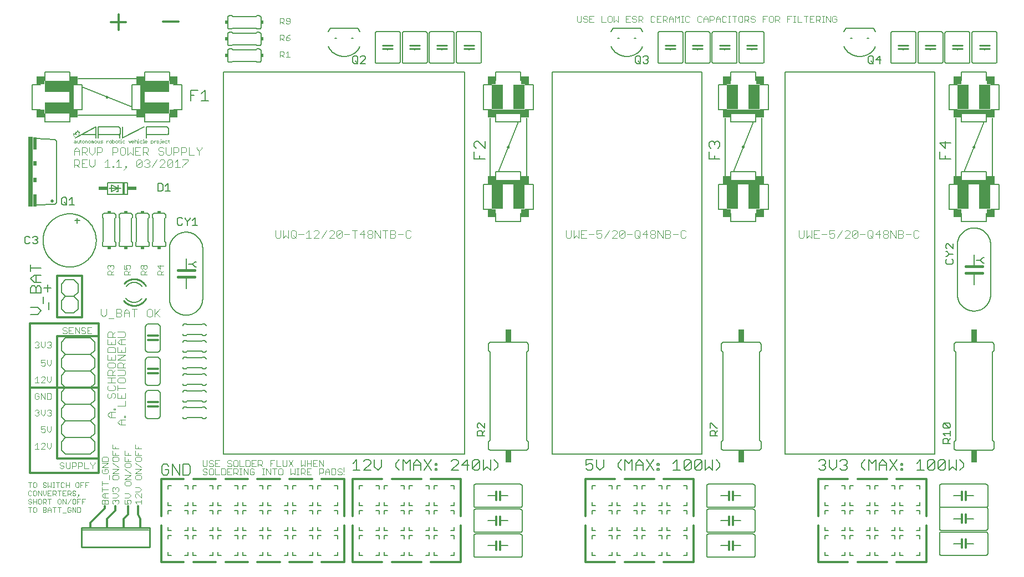
<source format=gto>
G75*
%MOIN*%
%OFA0B0*%
%FSLAX25Y25*%
%IPPOS*%
%LPD*%
%AMOC8*
5,1,8,0,0,1.08239X$1,22.5*
%
%ADD10C,0.00300*%
%ADD11C,0.01200*%
%ADD12C,0.00600*%
%ADD13C,0.00400*%
%ADD14R,0.05000X0.05000*%
%ADD15R,0.20000X0.02500*%
%ADD16R,0.07000X0.15000*%
%ADD17C,0.01000*%
%ADD18R,0.02000X0.01500*%
%ADD19C,0.02000*%
%ADD20R,0.03000X0.42000*%
%ADD21R,0.02000X0.07500*%
%ADD22R,0.02000X0.03000*%
%ADD23C,0.00500*%
%ADD24C,0.00200*%
%ADD25C,0.01600*%
%ADD26R,0.03200X0.07600*%
%ADD27R,0.02500X0.20000*%
%ADD28R,0.15000X0.07000*%
%ADD29R,0.01500X0.07000*%
%ADD30R,0.05500X0.02000*%
%ADD31R,0.01500X0.02000*%
D10*
X0276117Y0325150D02*
X0276117Y0328052D01*
X0275150Y0328052D02*
X0277085Y0328052D01*
X0278097Y0327569D02*
X0278097Y0325634D01*
X0278580Y0325150D01*
X0279548Y0325150D01*
X0280031Y0325634D01*
X0280031Y0327569D01*
X0279548Y0328052D01*
X0278580Y0328052D01*
X0278097Y0327569D01*
X0278097Y0330150D02*
X0278097Y0333052D01*
X0277085Y0332569D02*
X0276601Y0333052D01*
X0275634Y0333052D01*
X0275150Y0332569D01*
X0275150Y0332085D01*
X0275634Y0331601D01*
X0276601Y0331601D01*
X0277085Y0331117D01*
X0277085Y0330634D01*
X0276601Y0330150D01*
X0275634Y0330150D01*
X0275150Y0330634D01*
X0278097Y0331601D02*
X0280031Y0331601D01*
X0281043Y0330634D02*
X0281527Y0330150D01*
X0282494Y0330150D01*
X0282978Y0330634D01*
X0282978Y0332569D01*
X0282494Y0333052D01*
X0281527Y0333052D01*
X0281043Y0332569D01*
X0281043Y0330634D01*
X0280031Y0330150D02*
X0280031Y0333052D01*
X0279548Y0335150D02*
X0280031Y0335634D01*
X0280031Y0337569D01*
X0279548Y0338052D01*
X0278580Y0338052D01*
X0278097Y0337569D01*
X0278097Y0335634D01*
X0278580Y0335150D01*
X0279548Y0335150D01*
X0281043Y0335150D02*
X0281043Y0338052D01*
X0282978Y0335150D01*
X0282978Y0338052D01*
X0283990Y0338052D02*
X0283990Y0336117D01*
X0284957Y0335150D01*
X0285925Y0336117D01*
X0285925Y0338052D01*
X0286936Y0338052D02*
X0286936Y0335150D01*
X0288871Y0335150D01*
X0289883Y0335150D02*
X0289883Y0338052D01*
X0291334Y0338052D01*
X0291818Y0337569D01*
X0291818Y0336601D01*
X0291334Y0336117D01*
X0289883Y0336117D01*
X0290850Y0336117D02*
X0291818Y0335150D01*
X0293797Y0335150D02*
X0293797Y0338052D01*
X0294764Y0338052D02*
X0292829Y0338052D01*
X0292814Y0340150D02*
X0292814Y0343052D01*
X0291847Y0343052D02*
X0293782Y0343052D01*
X0294793Y0342569D02*
X0295277Y0343052D01*
X0296245Y0343052D01*
X0296728Y0342569D01*
X0297740Y0343052D02*
X0297740Y0340150D01*
X0296728Y0340634D02*
X0296245Y0340150D01*
X0295277Y0340150D01*
X0294793Y0340634D01*
X0294793Y0342569D01*
X0297740Y0341601D02*
X0299675Y0341601D01*
X0299675Y0343052D02*
X0299675Y0340150D01*
X0300173Y0338052D02*
X0300657Y0337569D01*
X0300657Y0336601D01*
X0300173Y0336117D01*
X0298722Y0336117D01*
X0298722Y0335150D02*
X0298722Y0338052D01*
X0300173Y0338052D01*
X0301669Y0337569D02*
X0301669Y0337085D01*
X0302152Y0336601D01*
X0303120Y0336601D01*
X0303604Y0336117D01*
X0303604Y0335634D01*
X0303120Y0335150D01*
X0302152Y0335150D01*
X0301669Y0335634D01*
X0300657Y0335150D02*
X0299690Y0336117D01*
X0297711Y0335150D02*
X0295776Y0335150D01*
X0295776Y0338052D01*
X0297711Y0338052D01*
X0296743Y0336601D02*
X0295776Y0336601D01*
X0295776Y0333052D02*
X0297711Y0330150D01*
X0297711Y0333052D01*
X0295776Y0333052D02*
X0295776Y0330150D01*
X0294764Y0330634D02*
X0294764Y0332569D01*
X0294280Y0333052D01*
X0293313Y0333052D01*
X0292829Y0332569D01*
X0292829Y0330634D01*
X0293313Y0330150D01*
X0294280Y0330150D01*
X0294764Y0330634D01*
X0294764Y0328052D02*
X0292829Y0328052D01*
X0293797Y0328052D02*
X0293797Y0325150D01*
X0295776Y0324666D02*
X0297711Y0324666D01*
X0298722Y0325634D02*
X0299206Y0325150D01*
X0300173Y0325150D01*
X0300657Y0325634D01*
X0300657Y0326601D01*
X0299690Y0326601D01*
X0300657Y0327569D02*
X0300173Y0328052D01*
X0299206Y0328052D01*
X0298722Y0327569D01*
X0298722Y0325634D01*
X0301669Y0325150D02*
X0301669Y0328052D01*
X0303604Y0325150D01*
X0303604Y0328052D01*
X0304615Y0328052D02*
X0306066Y0328052D01*
X0306550Y0327569D01*
X0306550Y0325634D01*
X0306066Y0325150D01*
X0304615Y0325150D01*
X0304615Y0328052D01*
X0304615Y0330150D02*
X0304615Y0333052D01*
X0306550Y0333052D01*
X0307562Y0333052D02*
X0309497Y0333052D01*
X0308529Y0331601D02*
X0307562Y0331601D01*
X0307562Y0330150D02*
X0307562Y0333052D01*
X0305583Y0331601D02*
X0304615Y0331601D01*
X0303604Y0330634D02*
X0303604Y0332569D01*
X0303120Y0333052D01*
X0302152Y0333052D01*
X0301669Y0332569D01*
X0301669Y0330634D01*
X0302152Y0330150D01*
X0303120Y0330150D01*
X0303604Y0330634D01*
X0304615Y0334183D02*
X0305583Y0335150D01*
X0305099Y0335150D01*
X0305099Y0335634D01*
X0305583Y0335634D01*
X0305583Y0335150D01*
X0303604Y0337569D02*
X0303120Y0338052D01*
X0302152Y0338052D01*
X0301669Y0337569D01*
X0304117Y0340150D02*
X0305084Y0340150D01*
X0305568Y0340634D01*
X0305568Y0342569D01*
X0305084Y0343052D01*
X0304117Y0343052D01*
X0303633Y0342569D01*
X0303633Y0340634D01*
X0304117Y0340150D01*
X0306580Y0340150D02*
X0306580Y0343052D01*
X0308515Y0343052D01*
X0309526Y0343052D02*
X0311461Y0343052D01*
X0310494Y0341601D02*
X0309526Y0341601D01*
X0309526Y0340150D02*
X0309526Y0343052D01*
X0307547Y0341601D02*
X0306580Y0341601D01*
X0305150Y0351400D02*
X0305150Y0355103D01*
X0307002Y0355103D01*
X0307619Y0354486D01*
X0307619Y0353252D01*
X0307002Y0352634D01*
X0305150Y0352634D01*
X0303936Y0353252D02*
X0303318Y0352634D01*
X0301467Y0352634D01*
X0301467Y0351400D02*
X0301467Y0355103D01*
X0303318Y0355103D01*
X0303936Y0354486D01*
X0303936Y0353252D01*
X0300252Y0352017D02*
X0300252Y0355103D01*
X0297784Y0355103D02*
X0297784Y0352017D01*
X0298401Y0351400D01*
X0299635Y0351400D01*
X0300252Y0352017D01*
X0296569Y0352017D02*
X0295952Y0351400D01*
X0294718Y0351400D01*
X0294101Y0352017D01*
X0294718Y0353252D02*
X0295952Y0353252D01*
X0296569Y0352634D01*
X0296569Y0352017D01*
X0294718Y0353252D02*
X0294101Y0353869D01*
X0294101Y0354486D01*
X0294718Y0355103D01*
X0295952Y0355103D01*
X0296569Y0354486D01*
X0308833Y0355103D02*
X0308833Y0351400D01*
X0311302Y0351400D01*
X0313751Y0351400D02*
X0313751Y0353252D01*
X0314985Y0354486D01*
X0314985Y0355103D01*
X0313751Y0353252D02*
X0312516Y0354486D01*
X0312516Y0355103D01*
X0319397Y0354718D02*
X0323100Y0354718D01*
X0319397Y0352249D01*
X0323100Y0352249D01*
X0322483Y0351034D02*
X0321248Y0351034D01*
X0321248Y0349800D01*
X0320014Y0348566D02*
X0322483Y0348566D01*
X0323100Y0349183D01*
X0323100Y0350417D01*
X0322483Y0351034D01*
X0320014Y0351034D02*
X0319397Y0350417D01*
X0319397Y0349183D01*
X0320014Y0348566D01*
X0323717Y0347351D02*
X0323717Y0344883D01*
X0325647Y0345500D02*
X0326264Y0344883D01*
X0328733Y0344883D01*
X0329350Y0345500D01*
X0329350Y0346734D01*
X0328733Y0347351D01*
X0326264Y0347351D01*
X0325647Y0346734D01*
X0325647Y0345500D01*
X0325647Y0348566D02*
X0329350Y0351034D01*
X0325647Y0351034D01*
X0325647Y0348566D02*
X0329350Y0348566D01*
X0329350Y0352249D02*
X0325647Y0354718D01*
X0326264Y0355932D02*
X0328733Y0355932D01*
X0329350Y0356549D01*
X0329350Y0357784D01*
X0328733Y0358401D01*
X0326264Y0358401D01*
X0325647Y0357784D01*
X0325647Y0356549D01*
X0326264Y0355932D01*
X0323100Y0355932D02*
X0323100Y0357784D01*
X0322483Y0358401D01*
X0320014Y0358401D01*
X0319397Y0357784D01*
X0319397Y0355932D01*
X0323100Y0355932D01*
X0325647Y0359615D02*
X0325647Y0362084D01*
X0325647Y0363298D02*
X0325647Y0365767D01*
X0327498Y0364533D02*
X0327498Y0363298D01*
X0325647Y0363298D02*
X0329350Y0363298D01*
X0327498Y0360850D02*
X0327498Y0359615D01*
X0325647Y0359615D02*
X0329350Y0359615D01*
X0333147Y0359615D02*
X0333147Y0362084D01*
X0334998Y0360850D02*
X0334998Y0359615D01*
X0333147Y0359615D02*
X0336850Y0359615D01*
X0339397Y0359615D02*
X0339397Y0362084D01*
X0339397Y0363298D02*
X0339397Y0365767D01*
X0341248Y0364533D02*
X0341248Y0363298D01*
X0339397Y0363298D02*
X0343100Y0363298D01*
X0341248Y0360850D02*
X0341248Y0359615D01*
X0340014Y0358401D02*
X0339397Y0357784D01*
X0339397Y0356549D01*
X0340014Y0355932D01*
X0342483Y0355932D01*
X0343100Y0356549D01*
X0343100Y0357784D01*
X0342483Y0358401D01*
X0340014Y0358401D01*
X0339397Y0359615D02*
X0343100Y0359615D01*
X0339397Y0354718D02*
X0343100Y0352249D01*
X0343100Y0351034D02*
X0339397Y0351034D01*
X0339397Y0348566D02*
X0343100Y0351034D01*
X0343100Y0348566D02*
X0339397Y0348566D01*
X0340014Y0347351D02*
X0339397Y0346734D01*
X0339397Y0345500D01*
X0340014Y0344883D01*
X0342483Y0344883D01*
X0343100Y0345500D01*
X0343100Y0346734D01*
X0342483Y0347351D01*
X0340014Y0347351D01*
X0336850Y0347351D02*
X0333147Y0347351D01*
X0333147Y0344883D02*
X0336850Y0347351D01*
X0336850Y0348566D02*
X0333147Y0351034D01*
X0333764Y0352249D02*
X0336233Y0352249D01*
X0336850Y0352866D01*
X0336850Y0354100D01*
X0336233Y0354718D01*
X0333764Y0354718D01*
X0333147Y0354100D01*
X0333147Y0352866D01*
X0333764Y0352249D01*
X0333147Y0355932D02*
X0333147Y0358401D01*
X0334998Y0357166D02*
X0334998Y0355932D01*
X0333147Y0355932D02*
X0336850Y0355932D01*
X0336850Y0344883D02*
X0333147Y0344883D01*
X0333764Y0343668D02*
X0333147Y0343051D01*
X0333147Y0341817D01*
X0333764Y0341199D01*
X0336233Y0341199D01*
X0336850Y0341817D01*
X0336850Y0343051D01*
X0336233Y0343668D01*
X0333764Y0343668D01*
X0329350Y0339368D02*
X0329350Y0338133D01*
X0328733Y0337516D01*
X0328116Y0336302D02*
X0325647Y0336302D01*
X0326264Y0337516D02*
X0325647Y0338133D01*
X0325647Y0339368D01*
X0326264Y0339985D01*
X0326881Y0339985D01*
X0327498Y0339368D01*
X0328116Y0339985D01*
X0328733Y0339985D01*
X0329350Y0339368D01*
X0327498Y0339368D02*
X0327498Y0338751D01*
X0328116Y0336302D02*
X0329350Y0335068D01*
X0328116Y0333833D01*
X0325647Y0333833D01*
X0326264Y0332619D02*
X0326881Y0332619D01*
X0327498Y0332002D01*
X0328116Y0332619D01*
X0328733Y0332619D01*
X0329350Y0332002D01*
X0329350Y0330767D01*
X0328733Y0330150D01*
X0327498Y0331384D02*
X0327498Y0332002D01*
X0326264Y0332619D02*
X0325647Y0332002D01*
X0325647Y0330767D01*
X0326264Y0330150D01*
X0323100Y0330150D02*
X0323100Y0332002D01*
X0322483Y0332619D01*
X0321866Y0332619D01*
X0321248Y0332002D01*
X0321248Y0330150D01*
X0319397Y0330150D02*
X0323100Y0330150D01*
X0321248Y0332002D02*
X0320631Y0332619D01*
X0320014Y0332619D01*
X0319397Y0332002D01*
X0319397Y0330150D01*
X0320631Y0333833D02*
X0319397Y0335068D01*
X0320631Y0336302D01*
X0323100Y0336302D01*
X0321248Y0336302D02*
X0321248Y0333833D01*
X0320631Y0333833D02*
X0323100Y0333833D01*
X0323100Y0338751D02*
X0319397Y0338751D01*
X0319397Y0339985D02*
X0319397Y0337516D01*
X0319397Y0341199D02*
X0319397Y0343668D01*
X0319397Y0342434D02*
X0323100Y0342434D01*
X0333147Y0336302D02*
X0335616Y0336302D01*
X0336850Y0335068D01*
X0335616Y0333833D01*
X0333147Y0333833D01*
X0333147Y0332619D02*
X0333147Y0330150D01*
X0334998Y0330150D01*
X0334381Y0331384D01*
X0334381Y0332002D01*
X0334998Y0332619D01*
X0336233Y0332619D01*
X0336850Y0332002D01*
X0336850Y0330767D01*
X0336233Y0330150D01*
X0339397Y0331384D02*
X0343100Y0331384D01*
X0343100Y0330150D02*
X0343100Y0332619D01*
X0343100Y0333833D02*
X0340631Y0336302D01*
X0340014Y0336302D01*
X0339397Y0335685D01*
X0339397Y0334450D01*
X0340014Y0333833D01*
X0339397Y0331384D02*
X0340631Y0330150D01*
X0343100Y0333833D02*
X0343100Y0336302D01*
X0341866Y0337516D02*
X0343100Y0338751D01*
X0341866Y0339985D01*
X0339397Y0339985D01*
X0339397Y0337516D02*
X0341866Y0337516D01*
X0300657Y0333052D02*
X0298722Y0330150D01*
X0291818Y0328052D02*
X0289883Y0328052D01*
X0290850Y0328052D02*
X0290850Y0325150D01*
X0288871Y0325150D02*
X0288871Y0327085D01*
X0287904Y0328052D01*
X0286936Y0327085D01*
X0286936Y0325150D01*
X0285925Y0325634D02*
X0285441Y0325150D01*
X0283990Y0325150D01*
X0283990Y0328052D01*
X0285441Y0328052D01*
X0285925Y0327569D01*
X0285925Y0327085D01*
X0285441Y0326601D01*
X0283990Y0326601D01*
X0285441Y0326601D02*
X0285925Y0326117D01*
X0285925Y0325634D01*
X0286936Y0326601D02*
X0288871Y0326601D01*
X0287904Y0330150D02*
X0287904Y0333052D01*
X0288871Y0333052D02*
X0286936Y0333052D01*
X0285925Y0332569D02*
X0285925Y0331601D01*
X0285441Y0331117D01*
X0283990Y0331117D01*
X0283990Y0330150D02*
X0283990Y0333052D01*
X0285441Y0333052D01*
X0285925Y0332569D01*
X0284957Y0331117D02*
X0285925Y0330150D01*
X0286936Y0336601D02*
X0287904Y0336601D01*
X0288871Y0338052D02*
X0286936Y0338052D01*
X0286936Y0340150D02*
X0287904Y0341117D01*
X0288871Y0340150D01*
X0288871Y0343052D01*
X0289883Y0343052D02*
X0290850Y0343052D01*
X0290366Y0343052D02*
X0290366Y0340150D01*
X0289883Y0340150D02*
X0290850Y0340150D01*
X0286936Y0340150D02*
X0286936Y0343052D01*
X0285925Y0342569D02*
X0285441Y0343052D01*
X0284473Y0343052D01*
X0283990Y0342569D01*
X0283990Y0342085D01*
X0284473Y0341601D01*
X0285441Y0341601D01*
X0285925Y0341117D01*
X0285925Y0340634D01*
X0285441Y0340150D01*
X0284473Y0340150D01*
X0283990Y0340634D01*
X0280031Y0340634D02*
X0280031Y0342569D01*
X0279548Y0343052D01*
X0278580Y0343052D01*
X0278097Y0342569D01*
X0278097Y0340634D01*
X0278580Y0340150D01*
X0279548Y0340150D01*
X0280031Y0340634D01*
X0277085Y0343052D02*
X0275150Y0343052D01*
X0276117Y0343052D02*
X0276117Y0340150D01*
X0275634Y0338052D02*
X0275150Y0337569D01*
X0275150Y0335634D01*
X0275634Y0335150D01*
X0276601Y0335150D01*
X0277085Y0335634D01*
X0277085Y0337569D02*
X0276601Y0338052D01*
X0275634Y0338052D01*
X0279101Y0363150D02*
X0281569Y0363150D01*
X0282784Y0363150D02*
X0285252Y0365619D01*
X0285252Y0366236D01*
X0284635Y0366853D01*
X0283401Y0366853D01*
X0282784Y0366236D01*
X0280335Y0366853D02*
X0280335Y0363150D01*
X0282784Y0363150D02*
X0285252Y0363150D01*
X0286467Y0364384D02*
X0287701Y0363150D01*
X0288936Y0364384D01*
X0288936Y0366853D01*
X0286467Y0366853D02*
X0286467Y0364384D01*
X0280335Y0366853D02*
X0279101Y0365619D01*
X0283401Y0373150D02*
X0282784Y0373767D01*
X0283401Y0373150D02*
X0284635Y0373150D01*
X0285252Y0373767D01*
X0285252Y0375002D01*
X0284635Y0375619D01*
X0284018Y0375619D01*
X0282784Y0375002D01*
X0282784Y0376853D01*
X0285252Y0376853D01*
X0286467Y0376853D02*
X0286467Y0374384D01*
X0287701Y0373150D01*
X0288936Y0374384D01*
X0288936Y0376853D01*
X0288318Y0383150D02*
X0287084Y0383150D01*
X0286467Y0383767D01*
X0285252Y0384384D02*
X0285252Y0386853D01*
X0286467Y0386236D02*
X0287084Y0386853D01*
X0288318Y0386853D01*
X0288936Y0386236D01*
X0288936Y0385619D01*
X0288318Y0385002D01*
X0288936Y0384384D01*
X0288936Y0383767D01*
X0288318Y0383150D01*
X0288318Y0385002D02*
X0287701Y0385002D01*
X0285252Y0384384D02*
X0284018Y0383150D01*
X0282784Y0384384D01*
X0282784Y0386853D01*
X0281569Y0386236D02*
X0281569Y0385619D01*
X0280952Y0385002D01*
X0281569Y0384384D01*
X0281569Y0383767D01*
X0280952Y0383150D01*
X0279718Y0383150D01*
X0279101Y0383767D01*
X0280335Y0385002D02*
X0280952Y0385002D01*
X0281569Y0386236D02*
X0280952Y0386853D01*
X0279718Y0386853D01*
X0279101Y0386236D01*
X0279718Y0393150D02*
X0280952Y0393150D01*
X0281569Y0393767D01*
X0281569Y0395002D01*
X0280335Y0395002D01*
X0281569Y0396236D02*
X0280952Y0396853D01*
X0279718Y0396853D01*
X0279101Y0396236D01*
X0279101Y0393767D01*
X0279718Y0393150D01*
X0282784Y0393150D02*
X0282784Y0396853D01*
X0285252Y0393150D01*
X0285252Y0396853D01*
X0286467Y0396853D02*
X0288318Y0396853D01*
X0288936Y0396236D01*
X0288936Y0393767D01*
X0288318Y0393150D01*
X0286467Y0393150D01*
X0286467Y0396853D01*
X0285252Y0403150D02*
X0282784Y0403150D01*
X0285252Y0405619D01*
X0285252Y0406236D01*
X0284635Y0406853D01*
X0283401Y0406853D01*
X0282784Y0406236D01*
X0280335Y0406853D02*
X0280335Y0403150D01*
X0279101Y0403150D02*
X0281569Y0403150D01*
X0279101Y0405619D02*
X0280335Y0406853D01*
X0286467Y0406853D02*
X0286467Y0404384D01*
X0287701Y0403150D01*
X0288936Y0404384D01*
X0288936Y0406853D01*
X0287701Y0413150D02*
X0288936Y0414384D01*
X0288936Y0416853D01*
X0286467Y0416853D02*
X0286467Y0414384D01*
X0287701Y0413150D01*
X0285252Y0413767D02*
X0284635Y0413150D01*
X0283401Y0413150D01*
X0282784Y0413767D01*
X0282784Y0415002D02*
X0284018Y0415619D01*
X0284635Y0415619D01*
X0285252Y0415002D01*
X0285252Y0413767D01*
X0282784Y0415002D02*
X0282784Y0416853D01*
X0285252Y0416853D01*
X0284028Y0424006D02*
X0285262Y0425241D01*
X0285262Y0427709D01*
X0286477Y0427092D02*
X0287094Y0427709D01*
X0288328Y0427709D01*
X0288945Y0427092D01*
X0288945Y0426475D01*
X0288328Y0425858D01*
X0288945Y0425241D01*
X0288945Y0424623D01*
X0288328Y0424006D01*
X0287094Y0424006D01*
X0286477Y0424623D01*
X0287711Y0425858D02*
X0288328Y0425858D01*
X0284028Y0424006D02*
X0282794Y0425241D01*
X0282794Y0427709D01*
X0281579Y0427092D02*
X0281579Y0426475D01*
X0280962Y0425858D01*
X0281579Y0425241D01*
X0281579Y0424623D01*
X0280962Y0424006D01*
X0279728Y0424006D01*
X0279110Y0424623D01*
X0280345Y0425858D02*
X0280962Y0425858D01*
X0281579Y0427092D02*
X0280962Y0427709D01*
X0279728Y0427709D01*
X0279110Y0427092D01*
X0295942Y0433267D02*
X0296559Y0432650D01*
X0297794Y0432650D01*
X0298411Y0433267D01*
X0298411Y0433884D01*
X0297794Y0434502D01*
X0296559Y0434502D01*
X0295942Y0435119D01*
X0295942Y0435736D01*
X0296559Y0436353D01*
X0297794Y0436353D01*
X0298411Y0435736D01*
X0299625Y0436353D02*
X0299625Y0432650D01*
X0302094Y0432650D01*
X0303308Y0432650D02*
X0303308Y0436353D01*
X0305777Y0432650D01*
X0305777Y0436353D01*
X0306992Y0435736D02*
X0306992Y0435119D01*
X0307609Y0434502D01*
X0308843Y0434502D01*
X0309460Y0433884D01*
X0309460Y0433267D01*
X0308843Y0432650D01*
X0307609Y0432650D01*
X0306992Y0433267D01*
X0306992Y0435736D02*
X0307609Y0436353D01*
X0308843Y0436353D01*
X0309460Y0435736D01*
X0310675Y0436353D02*
X0310675Y0432650D01*
X0313143Y0432650D01*
X0311909Y0434502D02*
X0310675Y0434502D01*
X0310675Y0436353D02*
X0313143Y0436353D01*
X0302094Y0436353D02*
X0299625Y0436353D01*
X0299625Y0434502D02*
X0300860Y0434502D01*
X0380150Y0356353D02*
X0380150Y0353267D01*
X0380767Y0352650D01*
X0382002Y0352650D01*
X0382619Y0353267D01*
X0382619Y0356353D01*
X0383833Y0355736D02*
X0383833Y0355119D01*
X0384450Y0354502D01*
X0385685Y0354502D01*
X0386302Y0353884D01*
X0386302Y0353267D01*
X0385685Y0352650D01*
X0384450Y0352650D01*
X0383833Y0353267D01*
X0384450Y0351353D02*
X0383833Y0350736D01*
X0383833Y0348267D01*
X0384450Y0347650D01*
X0385685Y0347650D01*
X0386302Y0348267D01*
X0386302Y0350736D01*
X0385685Y0351353D01*
X0384450Y0351353D01*
X0382619Y0350736D02*
X0382002Y0351353D01*
X0380767Y0351353D01*
X0380150Y0350736D01*
X0380150Y0350119D01*
X0380767Y0349502D01*
X0382002Y0349502D01*
X0382619Y0348884D01*
X0382619Y0348267D01*
X0382002Y0347650D01*
X0380767Y0347650D01*
X0380150Y0348267D01*
X0387516Y0347650D02*
X0389985Y0347650D01*
X0391199Y0347650D02*
X0393051Y0347650D01*
X0393668Y0348267D01*
X0393668Y0350736D01*
X0393051Y0351353D01*
X0391199Y0351353D01*
X0391199Y0347650D01*
X0387516Y0347650D02*
X0387516Y0351353D01*
X0387516Y0352650D02*
X0389985Y0352650D01*
X0388751Y0354502D02*
X0387516Y0354502D01*
X0386302Y0355736D02*
X0385685Y0356353D01*
X0384450Y0356353D01*
X0383833Y0355736D01*
X0387516Y0356353D02*
X0387516Y0352650D01*
X0387516Y0356353D02*
X0389985Y0356353D01*
X0394883Y0355736D02*
X0394883Y0355119D01*
X0395500Y0354502D01*
X0396734Y0354502D01*
X0397351Y0353884D01*
X0397351Y0353267D01*
X0396734Y0352650D01*
X0395500Y0352650D01*
X0394883Y0353267D01*
X0394883Y0351353D02*
X0394883Y0347650D01*
X0397351Y0347650D01*
X0398566Y0347650D02*
X0398566Y0351353D01*
X0400417Y0351353D01*
X0401034Y0350736D01*
X0401034Y0349502D01*
X0400417Y0348884D01*
X0398566Y0348884D01*
X0399800Y0348884D02*
X0401034Y0347650D01*
X0402249Y0347650D02*
X0403483Y0347650D01*
X0402866Y0347650D02*
X0402866Y0351353D01*
X0402249Y0351353D02*
X0403483Y0351353D01*
X0404704Y0351353D02*
X0407173Y0347650D01*
X0407173Y0351353D01*
X0408387Y0350736D02*
X0408387Y0348267D01*
X0409005Y0347650D01*
X0410239Y0347650D01*
X0410856Y0348267D01*
X0410856Y0349502D01*
X0409622Y0349502D01*
X0410856Y0350736D02*
X0410239Y0351353D01*
X0409005Y0351353D01*
X0408387Y0350736D01*
X0407784Y0352650D02*
X0408401Y0353267D01*
X0408401Y0355736D01*
X0407784Y0356353D01*
X0405932Y0356353D01*
X0405932Y0352650D01*
X0407784Y0352650D01*
X0409615Y0352650D02*
X0412084Y0352650D01*
X0413298Y0352650D02*
X0413298Y0356353D01*
X0415150Y0356353D01*
X0415767Y0355736D01*
X0415767Y0354502D01*
X0415150Y0353884D01*
X0413298Y0353884D01*
X0414533Y0353884D02*
X0415767Y0352650D01*
X0415754Y0351353D02*
X0416988Y0351353D01*
X0416371Y0351353D02*
X0416371Y0347650D01*
X0415754Y0347650D02*
X0416988Y0347650D01*
X0418209Y0347650D02*
X0418209Y0351353D01*
X0420678Y0347650D01*
X0420678Y0351353D01*
X0421892Y0351353D02*
X0424361Y0351353D01*
X0423127Y0351353D02*
X0423127Y0347650D01*
X0425575Y0348267D02*
X0426193Y0347650D01*
X0427427Y0347650D01*
X0428044Y0348267D01*
X0428044Y0350736D01*
X0427427Y0351353D01*
X0426193Y0351353D01*
X0425575Y0350736D01*
X0425575Y0348267D01*
X0424348Y0352650D02*
X0426817Y0352650D01*
X0428031Y0353267D02*
X0428648Y0352650D01*
X0429882Y0352650D01*
X0430500Y0353267D01*
X0430500Y0356353D01*
X0431714Y0356353D02*
X0434183Y0352650D01*
X0435411Y0351353D02*
X0435411Y0347650D01*
X0434176Y0348884D01*
X0432942Y0347650D01*
X0432942Y0351353D01*
X0431714Y0352650D02*
X0434183Y0356353D01*
X0439080Y0356353D02*
X0439080Y0352650D01*
X0440315Y0353884D01*
X0441549Y0352650D01*
X0441549Y0356353D01*
X0442763Y0356353D02*
X0442763Y0352650D01*
X0442763Y0351353D02*
X0442763Y0347650D01*
X0445232Y0347650D01*
X0443998Y0349502D02*
X0442763Y0349502D01*
X0441549Y0349502D02*
X0440932Y0348884D01*
X0439080Y0348884D01*
X0439080Y0347650D02*
X0439080Y0351353D01*
X0440932Y0351353D01*
X0441549Y0350736D01*
X0441549Y0349502D01*
X0440315Y0348884D02*
X0441549Y0347650D01*
X0437859Y0347650D02*
X0436625Y0347650D01*
X0437242Y0347650D02*
X0437242Y0351353D01*
X0436625Y0351353D02*
X0437859Y0351353D01*
X0442763Y0351353D02*
X0445232Y0351353D01*
X0445232Y0352650D02*
X0445232Y0356353D01*
X0446447Y0356353D02*
X0446447Y0352650D01*
X0448915Y0352650D01*
X0450130Y0352650D02*
X0450130Y0356353D01*
X0452599Y0352650D01*
X0452599Y0356353D01*
X0448915Y0356353D02*
X0446447Y0356353D01*
X0446447Y0354502D02*
X0447681Y0354502D01*
X0445232Y0354502D02*
X0442763Y0354502D01*
X0450130Y0351353D02*
X0451981Y0351353D01*
X0452599Y0350736D01*
X0452599Y0349502D01*
X0451981Y0348884D01*
X0450130Y0348884D01*
X0450130Y0347650D02*
X0450130Y0351353D01*
X0453813Y0350119D02*
X0455047Y0351353D01*
X0456282Y0350119D01*
X0456282Y0347650D01*
X0457496Y0347650D02*
X0459348Y0347650D01*
X0459965Y0348267D01*
X0459965Y0350736D01*
X0459348Y0351353D01*
X0457496Y0351353D01*
X0457496Y0347650D01*
X0456282Y0349502D02*
X0453813Y0349502D01*
X0453813Y0350119D02*
X0453813Y0347650D01*
X0461179Y0348267D02*
X0461796Y0347650D01*
X0463031Y0347650D01*
X0463648Y0348267D01*
X0463648Y0348884D01*
X0463031Y0349502D01*
X0461796Y0349502D01*
X0461179Y0350119D01*
X0461179Y0350736D01*
X0461796Y0351353D01*
X0463031Y0351353D01*
X0463648Y0350736D01*
X0464862Y0351970D02*
X0464862Y0349502D01*
X0464862Y0348267D02*
X0464862Y0347650D01*
X0428031Y0353267D02*
X0428031Y0356353D01*
X0424348Y0356353D02*
X0424348Y0352650D01*
X0421899Y0354502D02*
X0420665Y0354502D01*
X0420665Y0356353D02*
X0423133Y0356353D01*
X0420665Y0356353D02*
X0420665Y0352650D01*
X0412084Y0356353D02*
X0409615Y0356353D01*
X0409615Y0352650D01*
X0409615Y0354502D02*
X0410850Y0354502D01*
X0404718Y0352650D02*
X0402249Y0352650D01*
X0402249Y0356353D01*
X0401034Y0355736D02*
X0400417Y0356353D01*
X0399183Y0356353D01*
X0398566Y0355736D01*
X0398566Y0353267D01*
X0399183Y0352650D01*
X0400417Y0352650D01*
X0401034Y0353267D01*
X0401034Y0355736D01*
X0397351Y0355736D02*
X0396734Y0356353D01*
X0395500Y0356353D01*
X0394883Y0355736D01*
X0394883Y0351353D02*
X0397351Y0351353D01*
X0396117Y0349502D02*
X0394883Y0349502D01*
X0404704Y0351353D02*
X0404704Y0347650D01*
X0605767Y0620150D02*
X0607002Y0620150D01*
X0607619Y0620767D01*
X0607619Y0623853D01*
X0608833Y0623236D02*
X0608833Y0622619D01*
X0609450Y0622002D01*
X0610685Y0622002D01*
X0611302Y0621384D01*
X0611302Y0620767D01*
X0610685Y0620150D01*
X0609450Y0620150D01*
X0608833Y0620767D01*
X0608833Y0623236D02*
X0609450Y0623853D01*
X0610685Y0623853D01*
X0611302Y0623236D01*
X0612516Y0623853D02*
X0612516Y0620150D01*
X0614985Y0620150D01*
X0613751Y0622002D02*
X0612516Y0622002D01*
X0612516Y0623853D02*
X0614985Y0623853D01*
X0619883Y0623853D02*
X0619883Y0620150D01*
X0622351Y0620150D01*
X0623566Y0620767D02*
X0624183Y0620150D01*
X0625417Y0620150D01*
X0626034Y0620767D01*
X0626034Y0623236D01*
X0625417Y0623853D01*
X0624183Y0623853D01*
X0623566Y0623236D01*
X0623566Y0620767D01*
X0627249Y0620150D02*
X0628483Y0621384D01*
X0629718Y0620150D01*
X0629718Y0623853D01*
X0627249Y0623853D02*
X0627249Y0620150D01*
X0634615Y0620150D02*
X0637084Y0620150D01*
X0638298Y0620767D02*
X0638915Y0620150D01*
X0640150Y0620150D01*
X0640767Y0620767D01*
X0640767Y0621384D01*
X0640150Y0622002D01*
X0638915Y0622002D01*
X0638298Y0622619D01*
X0638298Y0623236D01*
X0638915Y0623853D01*
X0640150Y0623853D01*
X0640767Y0623236D01*
X0641981Y0623853D02*
X0643833Y0623853D01*
X0644450Y0623236D01*
X0644450Y0622002D01*
X0643833Y0621384D01*
X0641981Y0621384D01*
X0641981Y0620150D02*
X0641981Y0623853D01*
X0643216Y0621384D02*
X0644450Y0620150D01*
X0649348Y0620767D02*
X0649965Y0620150D01*
X0651199Y0620150D01*
X0651817Y0620767D01*
X0653031Y0620150D02*
X0655500Y0620150D01*
X0656714Y0620150D02*
X0656714Y0623853D01*
X0658566Y0623853D01*
X0659183Y0623236D01*
X0659183Y0622002D01*
X0658566Y0621384D01*
X0656714Y0621384D01*
X0657948Y0621384D02*
X0659183Y0620150D01*
X0660397Y0620150D02*
X0660397Y0622619D01*
X0661632Y0623853D01*
X0662866Y0622619D01*
X0662866Y0620150D01*
X0664080Y0620150D02*
X0664080Y0623853D01*
X0665315Y0622619D01*
X0666549Y0623853D01*
X0666549Y0620150D01*
X0667763Y0620150D02*
X0668998Y0620150D01*
X0668381Y0620150D02*
X0668381Y0623853D01*
X0668998Y0623853D02*
X0667763Y0623853D01*
X0670219Y0623236D02*
X0670219Y0620767D01*
X0670836Y0620150D01*
X0672070Y0620150D01*
X0672688Y0620767D01*
X0672688Y0623236D02*
X0672070Y0623853D01*
X0670836Y0623853D01*
X0670219Y0623236D01*
X0677585Y0623236D02*
X0677585Y0620767D01*
X0678202Y0620150D01*
X0679437Y0620150D01*
X0680054Y0620767D01*
X0681268Y0620150D02*
X0681268Y0622619D01*
X0682503Y0623853D01*
X0683737Y0622619D01*
X0683737Y0620150D01*
X0684951Y0620150D02*
X0684951Y0623853D01*
X0686803Y0623853D01*
X0687420Y0623236D01*
X0687420Y0622002D01*
X0686803Y0621384D01*
X0684951Y0621384D01*
X0683737Y0622002D02*
X0681268Y0622002D01*
X0680054Y0623236D02*
X0679437Y0623853D01*
X0678202Y0623853D01*
X0677585Y0623236D01*
X0688635Y0622619D02*
X0689869Y0623853D01*
X0691103Y0622619D01*
X0691103Y0620150D01*
X0692318Y0620767D02*
X0692935Y0620150D01*
X0694169Y0620150D01*
X0694787Y0620767D01*
X0696001Y0620150D02*
X0697235Y0620150D01*
X0696618Y0620150D02*
X0696618Y0623853D01*
X0696001Y0623853D02*
X0697235Y0623853D01*
X0698456Y0623853D02*
X0700925Y0623853D01*
X0699691Y0623853D02*
X0699691Y0620150D01*
X0702139Y0620767D02*
X0702757Y0620150D01*
X0703991Y0620150D01*
X0704608Y0620767D01*
X0704608Y0623236D01*
X0703991Y0623853D01*
X0702757Y0623853D01*
X0702139Y0623236D01*
X0702139Y0620767D01*
X0705823Y0620150D02*
X0705823Y0623853D01*
X0707674Y0623853D01*
X0708291Y0623236D01*
X0708291Y0622002D01*
X0707674Y0621384D01*
X0705823Y0621384D01*
X0707057Y0621384D02*
X0708291Y0620150D01*
X0709506Y0620767D02*
X0710123Y0620150D01*
X0711357Y0620150D01*
X0711975Y0620767D01*
X0711975Y0621384D01*
X0711357Y0622002D01*
X0710123Y0622002D01*
X0709506Y0622619D01*
X0709506Y0623236D01*
X0710123Y0623853D01*
X0711357Y0623853D01*
X0711975Y0623236D01*
X0716872Y0623853D02*
X0719341Y0623853D01*
X0720555Y0623236D02*
X0720555Y0620767D01*
X0721172Y0620150D01*
X0722407Y0620150D01*
X0723024Y0620767D01*
X0723024Y0623236D01*
X0722407Y0623853D01*
X0721172Y0623853D01*
X0720555Y0623236D01*
X0718106Y0622002D02*
X0716872Y0622002D01*
X0716872Y0623853D02*
X0716872Y0620150D01*
X0724238Y0620150D02*
X0724238Y0623853D01*
X0726090Y0623853D01*
X0726707Y0623236D01*
X0726707Y0622002D01*
X0726090Y0621384D01*
X0724238Y0621384D01*
X0725473Y0621384D02*
X0726707Y0620150D01*
X0731605Y0620150D02*
X0731605Y0623853D01*
X0734073Y0623853D01*
X0735288Y0623853D02*
X0736522Y0623853D01*
X0735905Y0623853D02*
X0735905Y0620150D01*
X0735288Y0620150D02*
X0736522Y0620150D01*
X0737743Y0620150D02*
X0740212Y0620150D01*
X0742661Y0620150D02*
X0742661Y0623853D01*
X0743895Y0623853D02*
X0741426Y0623853D01*
X0737743Y0623853D02*
X0737743Y0620150D01*
X0732839Y0622002D02*
X0731605Y0622002D01*
X0745109Y0622002D02*
X0746344Y0622002D01*
X0747578Y0623853D02*
X0745109Y0623853D01*
X0745109Y0620150D01*
X0747578Y0620150D01*
X0748793Y0620150D02*
X0748793Y0623853D01*
X0750644Y0623853D01*
X0751261Y0623236D01*
X0751261Y0622002D01*
X0750644Y0621384D01*
X0748793Y0621384D01*
X0750027Y0621384D02*
X0751261Y0620150D01*
X0752476Y0620150D02*
X0753710Y0620150D01*
X0753093Y0620150D02*
X0753093Y0623853D01*
X0752476Y0623853D02*
X0753710Y0623853D01*
X0754931Y0623853D02*
X0757400Y0620150D01*
X0757400Y0623853D01*
X0758614Y0623236D02*
X0758614Y0620767D01*
X0759232Y0620150D01*
X0760466Y0620150D01*
X0761083Y0620767D01*
X0761083Y0622002D01*
X0759849Y0622002D01*
X0761083Y0623236D02*
X0760466Y0623853D01*
X0759232Y0623853D01*
X0758614Y0623236D01*
X0754931Y0623853D02*
X0754931Y0620150D01*
X0694787Y0623236D02*
X0694169Y0623853D01*
X0692935Y0623853D01*
X0692318Y0623236D01*
X0692318Y0620767D01*
X0691103Y0622002D02*
X0688635Y0622002D01*
X0688635Y0622619D02*
X0688635Y0620150D01*
X0662866Y0622002D02*
X0660397Y0622002D01*
X0655500Y0623853D02*
X0653031Y0623853D01*
X0653031Y0620150D01*
X0653031Y0622002D02*
X0654265Y0622002D01*
X0651817Y0623236D02*
X0651199Y0623853D01*
X0649965Y0623853D01*
X0649348Y0623236D01*
X0649348Y0620767D01*
X0637084Y0623853D02*
X0634615Y0623853D01*
X0634615Y0620150D01*
X0634615Y0622002D02*
X0635850Y0622002D01*
X0605767Y0620150D02*
X0605150Y0620767D01*
X0605150Y0623853D01*
D11*
X0355000Y0317047D02*
X0355000Y0295000D01*
X0368412Y0295000D01*
X0374318Y0295000D02*
X0387730Y0295000D01*
X0393635Y0295000D02*
X0407047Y0295000D01*
X0412953Y0295000D02*
X0426365Y0295000D01*
X0432270Y0295000D02*
X0445682Y0295000D01*
X0451588Y0295000D02*
X0465000Y0295000D01*
X0465000Y0317047D01*
X0470000Y0317047D02*
X0470000Y0295000D01*
X0487730Y0295000D01*
X0493635Y0295000D02*
X0511365Y0295000D01*
X0517270Y0295000D02*
X0535000Y0295000D01*
X0535000Y0317047D01*
X0535000Y0322953D02*
X0535000Y0345000D01*
X0517270Y0345000D01*
X0511365Y0345000D02*
X0493635Y0345000D01*
X0487730Y0345000D02*
X0470000Y0345000D01*
X0470000Y0322953D01*
X0465000Y0322953D02*
X0465000Y0345000D01*
X0451588Y0345000D01*
X0445682Y0345000D02*
X0432270Y0345000D01*
X0426365Y0345000D02*
X0412953Y0345000D01*
X0407047Y0345000D02*
X0393635Y0345000D01*
X0387730Y0345000D02*
X0374318Y0345000D01*
X0368412Y0345000D02*
X0355000Y0345000D01*
X0355000Y0322953D01*
X0342500Y0321250D02*
X0342500Y0316250D01*
X0342500Y0321250D02*
X0341250Y0323750D01*
X0341250Y0328750D01*
X0335000Y0328750D02*
X0335000Y0323750D01*
X0332500Y0321250D01*
X0332500Y0316250D01*
X0322500Y0316250D02*
X0322500Y0321250D01*
X0327500Y0326250D01*
X0327500Y0328750D01*
X0321250Y0328750D02*
X0321250Y0327500D01*
X0312500Y0318750D01*
X0312500Y0316250D01*
X0317500Y0348750D02*
X0276250Y0348750D01*
X0276250Y0400000D01*
X0292500Y0400000D01*
X0292500Y0357500D01*
X0317500Y0357500D01*
X0317500Y0348750D01*
X0317500Y0357500D02*
X0317500Y0400000D01*
X0292500Y0400000D01*
X0292500Y0431250D01*
X0317500Y0431250D01*
X0317500Y0438750D01*
X0276250Y0438750D01*
X0276250Y0400000D01*
X0317500Y0400000D02*
X0317500Y0431250D01*
X0307500Y0442500D02*
X0307500Y0467500D01*
X0292500Y0467500D01*
X0292500Y0442500D01*
X0307500Y0442500D01*
X0347000Y0431300D02*
X0353000Y0431300D01*
X0353000Y0428800D02*
X0347000Y0428800D01*
X0347000Y0411300D02*
X0353000Y0411300D01*
X0353000Y0408800D02*
X0347000Y0408800D01*
X0347000Y0391300D02*
X0353000Y0391300D01*
X0353000Y0388800D02*
X0347000Y0388800D01*
X0556300Y0337500D02*
X0556300Y0335000D01*
X0556300Y0332500D01*
X0558800Y0332500D02*
X0558800Y0335000D01*
X0558800Y0337500D01*
X0558800Y0322500D02*
X0558800Y0320000D01*
X0558800Y0317500D01*
X0556300Y0317500D02*
X0556300Y0320000D01*
X0556300Y0322500D01*
X0556300Y0307500D02*
X0556300Y0305000D01*
X0556300Y0302500D01*
X0558800Y0302500D02*
X0558800Y0305000D01*
X0558800Y0307500D01*
X0610000Y0317047D02*
X0610000Y0295000D01*
X0627730Y0295000D01*
X0633635Y0295000D02*
X0651365Y0295000D01*
X0657270Y0295000D02*
X0675000Y0295000D01*
X0675000Y0317047D01*
X0675000Y0322953D02*
X0675000Y0345000D01*
X0657270Y0345000D01*
X0651365Y0345000D02*
X0633635Y0345000D01*
X0627730Y0345000D02*
X0610000Y0345000D01*
X0610000Y0322953D01*
X0696300Y0322500D02*
X0696300Y0320000D01*
X0696300Y0317500D01*
X0698800Y0317500D02*
X0698800Y0320000D01*
X0698800Y0322500D01*
X0698800Y0332500D02*
X0698800Y0335000D01*
X0698800Y0337500D01*
X0696300Y0337500D02*
X0696300Y0335000D01*
X0696300Y0332500D01*
X0696300Y0307500D02*
X0696300Y0305000D01*
X0696300Y0302500D01*
X0698800Y0302500D02*
X0698800Y0305000D01*
X0698800Y0307500D01*
X0750000Y0317047D02*
X0750000Y0295000D01*
X0767730Y0295000D01*
X0773635Y0295000D02*
X0791365Y0295000D01*
X0797270Y0295000D02*
X0815000Y0295000D01*
X0815000Y0317047D01*
X0815000Y0322953D02*
X0815000Y0345000D01*
X0797270Y0345000D01*
X0791365Y0345000D02*
X0773635Y0345000D01*
X0767730Y0345000D02*
X0750000Y0345000D01*
X0750000Y0322953D01*
X0836300Y0323750D02*
X0836300Y0321250D01*
X0836300Y0318750D01*
X0838800Y0318750D02*
X0838800Y0321250D01*
X0838800Y0323750D01*
X0838800Y0332500D02*
X0838800Y0335000D01*
X0838800Y0337500D01*
X0836300Y0337500D02*
X0836300Y0335000D01*
X0836300Y0332500D01*
X0836300Y0308750D02*
X0836300Y0306250D01*
X0836300Y0303750D01*
X0838800Y0303750D02*
X0838800Y0306250D01*
X0838800Y0308750D01*
X0365505Y0620506D02*
X0356297Y0620506D01*
X0333953Y0620048D02*
X0324745Y0620048D01*
X0329349Y0615444D02*
X0329349Y0624652D01*
D12*
X0345000Y0590000D02*
X0345000Y0585000D01*
X0342500Y0582500D02*
X0337500Y0582500D01*
X0337500Y0569000D01*
X0307500Y0581000D01*
X0307500Y0567500D01*
X0302500Y0567500D01*
X0300000Y0565000D02*
X0300000Y0560000D01*
X0285000Y0560000D01*
X0285000Y0565000D01*
X0282500Y0567500D02*
X0277500Y0567500D01*
X0277500Y0582500D01*
X0282500Y0582500D01*
X0285000Y0585000D02*
X0285000Y0590000D01*
X0300000Y0590000D01*
X0300000Y0585000D01*
X0302500Y0582500D02*
X0307500Y0582500D01*
X0307500Y0581000D01*
X0305000Y0586000D02*
X0340000Y0586000D01*
X0345000Y0590000D02*
X0360000Y0590000D01*
X0360000Y0585000D01*
X0362500Y0582500D02*
X0367500Y0582500D01*
X0367500Y0567500D01*
X0362500Y0567500D01*
X0360000Y0565000D02*
X0360000Y0560000D01*
X0345000Y0560000D01*
X0345000Y0565000D01*
X0342500Y0567500D02*
X0337500Y0567500D01*
X0337500Y0569000D01*
X0340000Y0564000D02*
X0305000Y0564000D01*
X0291000Y0549500D02*
X0279500Y0550000D01*
X0291000Y0549500D02*
X0292000Y0548500D01*
X0292000Y0511500D01*
X0291000Y0510500D01*
X0279500Y0510000D01*
X0303000Y0500750D02*
X0306000Y0500750D01*
X0304500Y0502250D02*
X0304500Y0499250D01*
X0284000Y0488750D02*
X0284005Y0489143D01*
X0284019Y0489535D01*
X0284043Y0489927D01*
X0284077Y0490318D01*
X0284120Y0490709D01*
X0284173Y0491098D01*
X0284236Y0491485D01*
X0284307Y0491871D01*
X0284389Y0492256D01*
X0284479Y0492638D01*
X0284580Y0493017D01*
X0284689Y0493395D01*
X0284808Y0493769D01*
X0284935Y0494140D01*
X0285072Y0494508D01*
X0285218Y0494873D01*
X0285373Y0495234D01*
X0285536Y0495591D01*
X0285708Y0495944D01*
X0285889Y0496292D01*
X0286079Y0496636D01*
X0286276Y0496976D01*
X0286482Y0497310D01*
X0286696Y0497639D01*
X0286919Y0497963D01*
X0287149Y0498281D01*
X0287386Y0498594D01*
X0287632Y0498900D01*
X0287885Y0499201D01*
X0288145Y0499495D01*
X0288412Y0499783D01*
X0288686Y0500064D01*
X0288967Y0500338D01*
X0289255Y0500605D01*
X0289549Y0500865D01*
X0289850Y0501118D01*
X0290156Y0501364D01*
X0290469Y0501601D01*
X0290787Y0501831D01*
X0291111Y0502054D01*
X0291440Y0502268D01*
X0291774Y0502474D01*
X0292114Y0502671D01*
X0292458Y0502861D01*
X0292806Y0503042D01*
X0293159Y0503214D01*
X0293516Y0503377D01*
X0293877Y0503532D01*
X0294242Y0503678D01*
X0294610Y0503815D01*
X0294981Y0503942D01*
X0295355Y0504061D01*
X0295733Y0504170D01*
X0296112Y0504271D01*
X0296494Y0504361D01*
X0296879Y0504443D01*
X0297265Y0504514D01*
X0297652Y0504577D01*
X0298041Y0504630D01*
X0298432Y0504673D01*
X0298823Y0504707D01*
X0299215Y0504731D01*
X0299607Y0504745D01*
X0300000Y0504750D01*
X0300393Y0504745D01*
X0300785Y0504731D01*
X0301177Y0504707D01*
X0301568Y0504673D01*
X0301959Y0504630D01*
X0302348Y0504577D01*
X0302735Y0504514D01*
X0303121Y0504443D01*
X0303506Y0504361D01*
X0303888Y0504271D01*
X0304267Y0504170D01*
X0304645Y0504061D01*
X0305019Y0503942D01*
X0305390Y0503815D01*
X0305758Y0503678D01*
X0306123Y0503532D01*
X0306484Y0503377D01*
X0306841Y0503214D01*
X0307194Y0503042D01*
X0307542Y0502861D01*
X0307886Y0502671D01*
X0308226Y0502474D01*
X0308560Y0502268D01*
X0308889Y0502054D01*
X0309213Y0501831D01*
X0309531Y0501601D01*
X0309844Y0501364D01*
X0310150Y0501118D01*
X0310451Y0500865D01*
X0310745Y0500605D01*
X0311033Y0500338D01*
X0311314Y0500064D01*
X0311588Y0499783D01*
X0311855Y0499495D01*
X0312115Y0499201D01*
X0312368Y0498900D01*
X0312614Y0498594D01*
X0312851Y0498281D01*
X0313081Y0497963D01*
X0313304Y0497639D01*
X0313518Y0497310D01*
X0313724Y0496976D01*
X0313921Y0496636D01*
X0314111Y0496292D01*
X0314292Y0495944D01*
X0314464Y0495591D01*
X0314627Y0495234D01*
X0314782Y0494873D01*
X0314928Y0494508D01*
X0315065Y0494140D01*
X0315192Y0493769D01*
X0315311Y0493395D01*
X0315420Y0493017D01*
X0315521Y0492638D01*
X0315611Y0492256D01*
X0315693Y0491871D01*
X0315764Y0491485D01*
X0315827Y0491098D01*
X0315880Y0490709D01*
X0315923Y0490318D01*
X0315957Y0489927D01*
X0315981Y0489535D01*
X0315995Y0489143D01*
X0316000Y0488750D01*
X0315995Y0488357D01*
X0315981Y0487965D01*
X0315957Y0487573D01*
X0315923Y0487182D01*
X0315880Y0486791D01*
X0315827Y0486402D01*
X0315764Y0486015D01*
X0315693Y0485629D01*
X0315611Y0485244D01*
X0315521Y0484862D01*
X0315420Y0484483D01*
X0315311Y0484105D01*
X0315192Y0483731D01*
X0315065Y0483360D01*
X0314928Y0482992D01*
X0314782Y0482627D01*
X0314627Y0482266D01*
X0314464Y0481909D01*
X0314292Y0481556D01*
X0314111Y0481208D01*
X0313921Y0480864D01*
X0313724Y0480524D01*
X0313518Y0480190D01*
X0313304Y0479861D01*
X0313081Y0479537D01*
X0312851Y0479219D01*
X0312614Y0478906D01*
X0312368Y0478600D01*
X0312115Y0478299D01*
X0311855Y0478005D01*
X0311588Y0477717D01*
X0311314Y0477436D01*
X0311033Y0477162D01*
X0310745Y0476895D01*
X0310451Y0476635D01*
X0310150Y0476382D01*
X0309844Y0476136D01*
X0309531Y0475899D01*
X0309213Y0475669D01*
X0308889Y0475446D01*
X0308560Y0475232D01*
X0308226Y0475026D01*
X0307886Y0474829D01*
X0307542Y0474639D01*
X0307194Y0474458D01*
X0306841Y0474286D01*
X0306484Y0474123D01*
X0306123Y0473968D01*
X0305758Y0473822D01*
X0305390Y0473685D01*
X0305019Y0473558D01*
X0304645Y0473439D01*
X0304267Y0473330D01*
X0303888Y0473229D01*
X0303506Y0473139D01*
X0303121Y0473057D01*
X0302735Y0472986D01*
X0302348Y0472923D01*
X0301959Y0472870D01*
X0301568Y0472827D01*
X0301177Y0472793D01*
X0300785Y0472769D01*
X0300393Y0472755D01*
X0300000Y0472750D01*
X0299607Y0472755D01*
X0299215Y0472769D01*
X0298823Y0472793D01*
X0298432Y0472827D01*
X0298041Y0472870D01*
X0297652Y0472923D01*
X0297265Y0472986D01*
X0296879Y0473057D01*
X0296494Y0473139D01*
X0296112Y0473229D01*
X0295733Y0473330D01*
X0295355Y0473439D01*
X0294981Y0473558D01*
X0294610Y0473685D01*
X0294242Y0473822D01*
X0293877Y0473968D01*
X0293516Y0474123D01*
X0293159Y0474286D01*
X0292806Y0474458D01*
X0292458Y0474639D01*
X0292114Y0474829D01*
X0291774Y0475026D01*
X0291440Y0475232D01*
X0291111Y0475446D01*
X0290787Y0475669D01*
X0290469Y0475899D01*
X0290156Y0476136D01*
X0289850Y0476382D01*
X0289549Y0476635D01*
X0289255Y0476895D01*
X0288967Y0477162D01*
X0288686Y0477436D01*
X0288412Y0477717D01*
X0288145Y0478005D01*
X0287885Y0478299D01*
X0287632Y0478600D01*
X0287386Y0478906D01*
X0287149Y0479219D01*
X0286919Y0479537D01*
X0286696Y0479861D01*
X0286482Y0480190D01*
X0286276Y0480524D01*
X0286079Y0480864D01*
X0285889Y0481208D01*
X0285708Y0481556D01*
X0285536Y0481909D01*
X0285373Y0482266D01*
X0285218Y0482627D01*
X0285072Y0482992D01*
X0284935Y0483360D01*
X0284808Y0483731D01*
X0284689Y0484105D01*
X0284580Y0484483D01*
X0284479Y0484862D01*
X0284389Y0485244D01*
X0284307Y0485629D01*
X0284236Y0486015D01*
X0284173Y0486402D01*
X0284120Y0486791D01*
X0284077Y0487182D01*
X0284043Y0487573D01*
X0284019Y0487965D01*
X0284005Y0488357D01*
X0284000Y0488750D01*
X0276545Y0474239D02*
X0276545Y0469968D01*
X0276545Y0472103D02*
X0282950Y0472103D01*
X0282950Y0467793D02*
X0278680Y0467793D01*
X0276545Y0465658D01*
X0278680Y0463523D01*
X0282950Y0463523D01*
X0281882Y0461348D02*
X0282950Y0460280D01*
X0282950Y0457077D01*
X0276545Y0457077D01*
X0276545Y0460280D01*
X0277612Y0461348D01*
X0278680Y0461348D01*
X0279747Y0460280D01*
X0279747Y0457077D01*
X0279747Y0460280D02*
X0280815Y0461348D01*
X0281882Y0461348D01*
X0284577Y0460003D02*
X0288848Y0460003D01*
X0286712Y0462138D02*
X0286712Y0457868D01*
X0284018Y0454902D02*
X0284018Y0450632D01*
X0287497Y0451348D02*
X0287497Y0447077D01*
X0282950Y0446321D02*
X0280815Y0448457D01*
X0276545Y0448457D01*
X0276545Y0444186D02*
X0280815Y0444186D01*
X0282950Y0446321D01*
X0295000Y0447500D02*
X0297500Y0445000D01*
X0302500Y0445000D01*
X0305000Y0447500D01*
X0305000Y0452500D01*
X0302500Y0455000D01*
X0297500Y0455000D01*
X0295000Y0452500D01*
X0295000Y0447500D01*
X0297500Y0455000D02*
X0295000Y0457500D01*
X0295000Y0462500D01*
X0297500Y0465000D01*
X0302500Y0465000D01*
X0305000Y0462500D01*
X0305000Y0457500D01*
X0302500Y0455000D01*
X0279747Y0463523D02*
X0279747Y0467793D01*
X0319750Y0486000D02*
X0319750Y0487500D01*
X0320250Y0488000D01*
X0320250Y0502000D01*
X0319750Y0502500D01*
X0319750Y0504000D01*
X0319752Y0504060D01*
X0319757Y0504121D01*
X0319766Y0504180D01*
X0319779Y0504239D01*
X0319795Y0504298D01*
X0319815Y0504355D01*
X0319838Y0504410D01*
X0319865Y0504465D01*
X0319894Y0504517D01*
X0319927Y0504568D01*
X0319963Y0504617D01*
X0320001Y0504663D01*
X0320043Y0504707D01*
X0320087Y0504749D01*
X0320133Y0504787D01*
X0320182Y0504823D01*
X0320233Y0504856D01*
X0320285Y0504885D01*
X0320340Y0504912D01*
X0320395Y0504935D01*
X0320452Y0504955D01*
X0320511Y0504971D01*
X0320570Y0504984D01*
X0320629Y0504993D01*
X0320690Y0504998D01*
X0320750Y0505000D01*
X0326750Y0505000D01*
X0326810Y0504998D01*
X0326871Y0504993D01*
X0326930Y0504984D01*
X0326989Y0504971D01*
X0327048Y0504955D01*
X0327105Y0504935D01*
X0327160Y0504912D01*
X0327215Y0504885D01*
X0327267Y0504856D01*
X0327318Y0504823D01*
X0327367Y0504787D01*
X0327413Y0504749D01*
X0327457Y0504707D01*
X0327499Y0504663D01*
X0327537Y0504617D01*
X0327573Y0504568D01*
X0327606Y0504517D01*
X0327635Y0504465D01*
X0327662Y0504410D01*
X0327685Y0504355D01*
X0327705Y0504298D01*
X0327721Y0504239D01*
X0327734Y0504180D01*
X0327743Y0504121D01*
X0327748Y0504060D01*
X0327750Y0504000D01*
X0327750Y0502500D01*
X0327250Y0502000D01*
X0327250Y0488000D01*
X0327750Y0487500D01*
X0327750Y0486000D01*
X0327748Y0485940D01*
X0327743Y0485879D01*
X0327734Y0485820D01*
X0327721Y0485761D01*
X0327705Y0485702D01*
X0327685Y0485645D01*
X0327662Y0485590D01*
X0327635Y0485535D01*
X0327606Y0485483D01*
X0327573Y0485432D01*
X0327537Y0485383D01*
X0327499Y0485337D01*
X0327457Y0485293D01*
X0327413Y0485251D01*
X0327367Y0485213D01*
X0327318Y0485177D01*
X0327267Y0485144D01*
X0327215Y0485115D01*
X0327160Y0485088D01*
X0327105Y0485065D01*
X0327048Y0485045D01*
X0326989Y0485029D01*
X0326930Y0485016D01*
X0326871Y0485007D01*
X0326810Y0485002D01*
X0326750Y0485000D01*
X0320750Y0485000D01*
X0320690Y0485002D01*
X0320629Y0485007D01*
X0320570Y0485016D01*
X0320511Y0485029D01*
X0320452Y0485045D01*
X0320395Y0485065D01*
X0320340Y0485088D01*
X0320285Y0485115D01*
X0320233Y0485144D01*
X0320182Y0485177D01*
X0320133Y0485213D01*
X0320087Y0485251D01*
X0320043Y0485293D01*
X0320001Y0485337D01*
X0319963Y0485383D01*
X0319927Y0485432D01*
X0319894Y0485483D01*
X0319865Y0485535D01*
X0319838Y0485590D01*
X0319815Y0485645D01*
X0319795Y0485702D01*
X0319779Y0485761D01*
X0319766Y0485820D01*
X0319757Y0485879D01*
X0319752Y0485940D01*
X0319750Y0486000D01*
X0329750Y0486000D02*
X0329750Y0487500D01*
X0330250Y0488000D01*
X0330250Y0502000D01*
X0329750Y0502500D01*
X0329750Y0504000D01*
X0329752Y0504060D01*
X0329757Y0504121D01*
X0329766Y0504180D01*
X0329779Y0504239D01*
X0329795Y0504298D01*
X0329815Y0504355D01*
X0329838Y0504410D01*
X0329865Y0504465D01*
X0329894Y0504517D01*
X0329927Y0504568D01*
X0329963Y0504617D01*
X0330001Y0504663D01*
X0330043Y0504707D01*
X0330087Y0504749D01*
X0330133Y0504787D01*
X0330182Y0504823D01*
X0330233Y0504856D01*
X0330285Y0504885D01*
X0330340Y0504912D01*
X0330395Y0504935D01*
X0330452Y0504955D01*
X0330511Y0504971D01*
X0330570Y0504984D01*
X0330629Y0504993D01*
X0330690Y0504998D01*
X0330750Y0505000D01*
X0336750Y0505000D01*
X0336810Y0504998D01*
X0336871Y0504993D01*
X0336930Y0504984D01*
X0336989Y0504971D01*
X0337048Y0504955D01*
X0337105Y0504935D01*
X0337160Y0504912D01*
X0337215Y0504885D01*
X0337267Y0504856D01*
X0337318Y0504823D01*
X0337367Y0504787D01*
X0337413Y0504749D01*
X0337457Y0504707D01*
X0337499Y0504663D01*
X0337537Y0504617D01*
X0337573Y0504568D01*
X0337606Y0504517D01*
X0337635Y0504465D01*
X0337662Y0504410D01*
X0337685Y0504355D01*
X0337705Y0504298D01*
X0337721Y0504239D01*
X0337734Y0504180D01*
X0337743Y0504121D01*
X0337748Y0504060D01*
X0337750Y0504000D01*
X0337750Y0502500D01*
X0337250Y0502000D01*
X0337250Y0488000D01*
X0337750Y0487500D01*
X0337750Y0486000D01*
X0337748Y0485940D01*
X0337743Y0485879D01*
X0337734Y0485820D01*
X0337721Y0485761D01*
X0337705Y0485702D01*
X0337685Y0485645D01*
X0337662Y0485590D01*
X0337635Y0485535D01*
X0337606Y0485483D01*
X0337573Y0485432D01*
X0337537Y0485383D01*
X0337499Y0485337D01*
X0337457Y0485293D01*
X0337413Y0485251D01*
X0337367Y0485213D01*
X0337318Y0485177D01*
X0337267Y0485144D01*
X0337215Y0485115D01*
X0337160Y0485088D01*
X0337105Y0485065D01*
X0337048Y0485045D01*
X0336989Y0485029D01*
X0336930Y0485016D01*
X0336871Y0485007D01*
X0336810Y0485002D01*
X0336750Y0485000D01*
X0330750Y0485000D01*
X0330690Y0485002D01*
X0330629Y0485007D01*
X0330570Y0485016D01*
X0330511Y0485029D01*
X0330452Y0485045D01*
X0330395Y0485065D01*
X0330340Y0485088D01*
X0330285Y0485115D01*
X0330233Y0485144D01*
X0330182Y0485177D01*
X0330133Y0485213D01*
X0330087Y0485251D01*
X0330043Y0485293D01*
X0330001Y0485337D01*
X0329963Y0485383D01*
X0329927Y0485432D01*
X0329894Y0485483D01*
X0329865Y0485535D01*
X0329838Y0485590D01*
X0329815Y0485645D01*
X0329795Y0485702D01*
X0329779Y0485761D01*
X0329766Y0485820D01*
X0329757Y0485879D01*
X0329752Y0485940D01*
X0329750Y0486000D01*
X0339750Y0486000D02*
X0339750Y0487500D01*
X0340250Y0488000D01*
X0340250Y0502000D01*
X0339750Y0502500D01*
X0339750Y0504000D01*
X0339752Y0504060D01*
X0339757Y0504121D01*
X0339766Y0504180D01*
X0339779Y0504239D01*
X0339795Y0504298D01*
X0339815Y0504355D01*
X0339838Y0504410D01*
X0339865Y0504465D01*
X0339894Y0504517D01*
X0339927Y0504568D01*
X0339963Y0504617D01*
X0340001Y0504663D01*
X0340043Y0504707D01*
X0340087Y0504749D01*
X0340133Y0504787D01*
X0340182Y0504823D01*
X0340233Y0504856D01*
X0340285Y0504885D01*
X0340340Y0504912D01*
X0340395Y0504935D01*
X0340452Y0504955D01*
X0340511Y0504971D01*
X0340570Y0504984D01*
X0340629Y0504993D01*
X0340690Y0504998D01*
X0340750Y0505000D01*
X0346750Y0505000D01*
X0346810Y0504998D01*
X0346871Y0504993D01*
X0346930Y0504984D01*
X0346989Y0504971D01*
X0347048Y0504955D01*
X0347105Y0504935D01*
X0347160Y0504912D01*
X0347215Y0504885D01*
X0347267Y0504856D01*
X0347318Y0504823D01*
X0347367Y0504787D01*
X0347413Y0504749D01*
X0347457Y0504707D01*
X0347499Y0504663D01*
X0347537Y0504617D01*
X0347573Y0504568D01*
X0347606Y0504517D01*
X0347635Y0504465D01*
X0347662Y0504410D01*
X0347685Y0504355D01*
X0347705Y0504298D01*
X0347721Y0504239D01*
X0347734Y0504180D01*
X0347743Y0504121D01*
X0347748Y0504060D01*
X0347750Y0504000D01*
X0347750Y0502500D01*
X0347250Y0502000D01*
X0347250Y0488000D01*
X0347750Y0487500D01*
X0347750Y0486000D01*
X0347748Y0485940D01*
X0347743Y0485879D01*
X0347734Y0485820D01*
X0347721Y0485761D01*
X0347705Y0485702D01*
X0347685Y0485645D01*
X0347662Y0485590D01*
X0347635Y0485535D01*
X0347606Y0485483D01*
X0347573Y0485432D01*
X0347537Y0485383D01*
X0347499Y0485337D01*
X0347457Y0485293D01*
X0347413Y0485251D01*
X0347367Y0485213D01*
X0347318Y0485177D01*
X0347267Y0485144D01*
X0347215Y0485115D01*
X0347160Y0485088D01*
X0347105Y0485065D01*
X0347048Y0485045D01*
X0346989Y0485029D01*
X0346930Y0485016D01*
X0346871Y0485007D01*
X0346810Y0485002D01*
X0346750Y0485000D01*
X0340750Y0485000D01*
X0340690Y0485002D01*
X0340629Y0485007D01*
X0340570Y0485016D01*
X0340511Y0485029D01*
X0340452Y0485045D01*
X0340395Y0485065D01*
X0340340Y0485088D01*
X0340285Y0485115D01*
X0340233Y0485144D01*
X0340182Y0485177D01*
X0340133Y0485213D01*
X0340087Y0485251D01*
X0340043Y0485293D01*
X0340001Y0485337D01*
X0339963Y0485383D01*
X0339927Y0485432D01*
X0339894Y0485483D01*
X0339865Y0485535D01*
X0339838Y0485590D01*
X0339815Y0485645D01*
X0339795Y0485702D01*
X0339779Y0485761D01*
X0339766Y0485820D01*
X0339757Y0485879D01*
X0339752Y0485940D01*
X0339750Y0486000D01*
X0349750Y0486000D02*
X0349750Y0487500D01*
X0350250Y0488000D01*
X0350250Y0502000D01*
X0349750Y0502500D01*
X0349750Y0504000D01*
X0349752Y0504060D01*
X0349757Y0504121D01*
X0349766Y0504180D01*
X0349779Y0504239D01*
X0349795Y0504298D01*
X0349815Y0504355D01*
X0349838Y0504410D01*
X0349865Y0504465D01*
X0349894Y0504517D01*
X0349927Y0504568D01*
X0349963Y0504617D01*
X0350001Y0504663D01*
X0350043Y0504707D01*
X0350087Y0504749D01*
X0350133Y0504787D01*
X0350182Y0504823D01*
X0350233Y0504856D01*
X0350285Y0504885D01*
X0350340Y0504912D01*
X0350395Y0504935D01*
X0350452Y0504955D01*
X0350511Y0504971D01*
X0350570Y0504984D01*
X0350629Y0504993D01*
X0350690Y0504998D01*
X0350750Y0505000D01*
X0356750Y0505000D01*
X0356810Y0504998D01*
X0356871Y0504993D01*
X0356930Y0504984D01*
X0356989Y0504971D01*
X0357048Y0504955D01*
X0357105Y0504935D01*
X0357160Y0504912D01*
X0357215Y0504885D01*
X0357267Y0504856D01*
X0357318Y0504823D01*
X0357367Y0504787D01*
X0357413Y0504749D01*
X0357457Y0504707D01*
X0357499Y0504663D01*
X0357537Y0504617D01*
X0357573Y0504568D01*
X0357606Y0504517D01*
X0357635Y0504465D01*
X0357662Y0504410D01*
X0357685Y0504355D01*
X0357705Y0504298D01*
X0357721Y0504239D01*
X0357734Y0504180D01*
X0357743Y0504121D01*
X0357748Y0504060D01*
X0357750Y0504000D01*
X0357750Y0502500D01*
X0357250Y0502000D01*
X0357250Y0488000D01*
X0357750Y0487500D01*
X0357750Y0486000D01*
X0357748Y0485940D01*
X0357743Y0485879D01*
X0357734Y0485820D01*
X0357721Y0485761D01*
X0357705Y0485702D01*
X0357685Y0485645D01*
X0357662Y0485590D01*
X0357635Y0485535D01*
X0357606Y0485483D01*
X0357573Y0485432D01*
X0357537Y0485383D01*
X0357499Y0485337D01*
X0357457Y0485293D01*
X0357413Y0485251D01*
X0357367Y0485213D01*
X0357318Y0485177D01*
X0357267Y0485144D01*
X0357215Y0485115D01*
X0357160Y0485088D01*
X0357105Y0485065D01*
X0357048Y0485045D01*
X0356989Y0485029D01*
X0356930Y0485016D01*
X0356871Y0485007D01*
X0356810Y0485002D01*
X0356750Y0485000D01*
X0350750Y0485000D01*
X0350690Y0485002D01*
X0350629Y0485007D01*
X0350570Y0485016D01*
X0350511Y0485029D01*
X0350452Y0485045D01*
X0350395Y0485065D01*
X0350340Y0485088D01*
X0350285Y0485115D01*
X0350233Y0485144D01*
X0350182Y0485177D01*
X0350133Y0485213D01*
X0350087Y0485251D01*
X0350043Y0485293D01*
X0350001Y0485337D01*
X0349963Y0485383D01*
X0349927Y0485432D01*
X0349894Y0485483D01*
X0349865Y0485535D01*
X0349838Y0485590D01*
X0349815Y0485645D01*
X0349795Y0485702D01*
X0349779Y0485761D01*
X0349766Y0485820D01*
X0349757Y0485879D01*
X0349752Y0485940D01*
X0349750Y0486000D01*
X0360000Y0483750D02*
X0360000Y0453750D01*
X0360003Y0453506D01*
X0360012Y0453263D01*
X0360027Y0453020D01*
X0360047Y0452777D01*
X0360074Y0452535D01*
X0360107Y0452294D01*
X0360145Y0452054D01*
X0360189Y0451814D01*
X0360239Y0451576D01*
X0360295Y0451339D01*
X0360357Y0451103D01*
X0360424Y0450869D01*
X0360497Y0450637D01*
X0360576Y0450406D01*
X0360660Y0450178D01*
X0360750Y0449951D01*
X0360845Y0449727D01*
X0360946Y0449505D01*
X0361052Y0449286D01*
X0361163Y0449070D01*
X0361280Y0448856D01*
X0361401Y0448645D01*
X0361528Y0448437D01*
X0361660Y0448232D01*
X0361797Y0448031D01*
X0361939Y0447833D01*
X0362085Y0447638D01*
X0362236Y0447447D01*
X0362392Y0447260D01*
X0362552Y0447077D01*
X0362717Y0446897D01*
X0362886Y0446722D01*
X0363059Y0446551D01*
X0363237Y0446384D01*
X0363418Y0446222D01*
X0363603Y0446064D01*
X0363792Y0445910D01*
X0363985Y0445761D01*
X0364181Y0445617D01*
X0364381Y0445478D01*
X0364584Y0445343D01*
X0364791Y0445214D01*
X0365000Y0445090D01*
X0365212Y0444971D01*
X0365428Y0444857D01*
X0365645Y0444748D01*
X0365866Y0444645D01*
X0366089Y0444547D01*
X0366314Y0444454D01*
X0366542Y0444367D01*
X0366771Y0444286D01*
X0367003Y0444210D01*
X0367236Y0444140D01*
X0367471Y0444075D01*
X0367707Y0444016D01*
X0367945Y0443963D01*
X0368184Y0443916D01*
X0368424Y0443875D01*
X0368665Y0443840D01*
X0368906Y0443810D01*
X0369149Y0443786D01*
X0369392Y0443769D01*
X0369635Y0443757D01*
X0369878Y0443751D01*
X0370122Y0443751D01*
X0370365Y0443757D01*
X0370608Y0443769D01*
X0370851Y0443786D01*
X0371094Y0443810D01*
X0371335Y0443840D01*
X0371576Y0443875D01*
X0371816Y0443916D01*
X0372055Y0443963D01*
X0372293Y0444016D01*
X0372529Y0444075D01*
X0372764Y0444140D01*
X0372997Y0444210D01*
X0373229Y0444286D01*
X0373458Y0444367D01*
X0373686Y0444454D01*
X0373911Y0444547D01*
X0374134Y0444645D01*
X0374355Y0444748D01*
X0374572Y0444857D01*
X0374788Y0444971D01*
X0375000Y0445090D01*
X0375209Y0445214D01*
X0375416Y0445343D01*
X0375619Y0445478D01*
X0375819Y0445617D01*
X0376015Y0445761D01*
X0376208Y0445910D01*
X0376397Y0446064D01*
X0376582Y0446222D01*
X0376763Y0446384D01*
X0376941Y0446551D01*
X0377114Y0446722D01*
X0377283Y0446897D01*
X0377448Y0447077D01*
X0377608Y0447260D01*
X0377764Y0447447D01*
X0377915Y0447638D01*
X0378061Y0447833D01*
X0378203Y0448031D01*
X0378340Y0448232D01*
X0378472Y0448437D01*
X0378599Y0448645D01*
X0378720Y0448856D01*
X0378837Y0449070D01*
X0378948Y0449286D01*
X0379054Y0449505D01*
X0379155Y0449727D01*
X0379250Y0449951D01*
X0379340Y0450178D01*
X0379424Y0450406D01*
X0379503Y0450637D01*
X0379576Y0450869D01*
X0379643Y0451103D01*
X0379705Y0451339D01*
X0379761Y0451576D01*
X0379811Y0451814D01*
X0379855Y0452054D01*
X0379893Y0452294D01*
X0379926Y0452535D01*
X0379953Y0452777D01*
X0379973Y0453020D01*
X0379988Y0453263D01*
X0379997Y0453506D01*
X0380000Y0453750D01*
X0380000Y0483750D01*
X0376200Y0475950D02*
X0375300Y0475950D01*
X0373700Y0474350D01*
X0375300Y0472750D01*
X0376200Y0472750D01*
X0373700Y0474350D02*
X0371300Y0474350D01*
X0370000Y0477750D02*
X0370000Y0470750D01*
X0370000Y0466750D02*
X0370000Y0459750D01*
X0370000Y0438500D02*
X0370500Y0438000D01*
X0379500Y0438000D01*
X0380000Y0438500D01*
X0381000Y0438500D01*
X0381060Y0438498D01*
X0381121Y0438493D01*
X0381180Y0438484D01*
X0381239Y0438471D01*
X0381298Y0438455D01*
X0381355Y0438435D01*
X0381410Y0438412D01*
X0381465Y0438385D01*
X0381517Y0438356D01*
X0381568Y0438323D01*
X0381617Y0438287D01*
X0381663Y0438249D01*
X0381707Y0438207D01*
X0381749Y0438163D01*
X0381787Y0438117D01*
X0381823Y0438068D01*
X0381856Y0438017D01*
X0381885Y0437965D01*
X0381912Y0437910D01*
X0381935Y0437855D01*
X0381955Y0437798D01*
X0381971Y0437739D01*
X0381984Y0437680D01*
X0381993Y0437621D01*
X0381998Y0437560D01*
X0382000Y0437500D01*
X0382000Y0432500D02*
X0381998Y0432440D01*
X0381993Y0432379D01*
X0381984Y0432320D01*
X0381971Y0432261D01*
X0381955Y0432202D01*
X0381935Y0432145D01*
X0381912Y0432090D01*
X0381885Y0432035D01*
X0381856Y0431983D01*
X0381823Y0431932D01*
X0381787Y0431883D01*
X0381749Y0431837D01*
X0381707Y0431793D01*
X0381663Y0431751D01*
X0381617Y0431713D01*
X0381568Y0431677D01*
X0381517Y0431644D01*
X0381465Y0431615D01*
X0381410Y0431588D01*
X0381355Y0431565D01*
X0381298Y0431545D01*
X0381239Y0431529D01*
X0381180Y0431516D01*
X0381121Y0431507D01*
X0381060Y0431502D01*
X0381000Y0431500D01*
X0380000Y0431500D01*
X0379500Y0432000D01*
X0370500Y0432000D01*
X0370000Y0431500D01*
X0369000Y0431500D01*
X0368940Y0431502D01*
X0368879Y0431507D01*
X0368820Y0431516D01*
X0368761Y0431529D01*
X0368702Y0431545D01*
X0368645Y0431565D01*
X0368590Y0431588D01*
X0368535Y0431615D01*
X0368483Y0431644D01*
X0368432Y0431677D01*
X0368383Y0431713D01*
X0368337Y0431751D01*
X0368293Y0431793D01*
X0368251Y0431837D01*
X0368213Y0431883D01*
X0368177Y0431932D01*
X0368144Y0431983D01*
X0368115Y0432035D01*
X0368088Y0432090D01*
X0368065Y0432145D01*
X0368045Y0432202D01*
X0368029Y0432261D01*
X0368016Y0432320D01*
X0368007Y0432379D01*
X0368002Y0432440D01*
X0368000Y0432500D01*
X0369000Y0428500D02*
X0370000Y0428500D01*
X0370500Y0428000D01*
X0379500Y0428000D01*
X0380000Y0428500D01*
X0381000Y0428500D01*
X0381060Y0428498D01*
X0381121Y0428493D01*
X0381180Y0428484D01*
X0381239Y0428471D01*
X0381298Y0428455D01*
X0381355Y0428435D01*
X0381410Y0428412D01*
X0381465Y0428385D01*
X0381517Y0428356D01*
X0381568Y0428323D01*
X0381617Y0428287D01*
X0381663Y0428249D01*
X0381707Y0428207D01*
X0381749Y0428163D01*
X0381787Y0428117D01*
X0381823Y0428068D01*
X0381856Y0428017D01*
X0381885Y0427965D01*
X0381912Y0427910D01*
X0381935Y0427855D01*
X0381955Y0427798D01*
X0381971Y0427739D01*
X0381984Y0427680D01*
X0381993Y0427621D01*
X0381998Y0427560D01*
X0382000Y0427500D01*
X0382000Y0422500D02*
X0381998Y0422440D01*
X0381993Y0422379D01*
X0381984Y0422320D01*
X0381971Y0422261D01*
X0381955Y0422202D01*
X0381935Y0422145D01*
X0381912Y0422090D01*
X0381885Y0422035D01*
X0381856Y0421983D01*
X0381823Y0421932D01*
X0381787Y0421883D01*
X0381749Y0421837D01*
X0381707Y0421793D01*
X0381663Y0421751D01*
X0381617Y0421713D01*
X0381568Y0421677D01*
X0381517Y0421644D01*
X0381465Y0421615D01*
X0381410Y0421588D01*
X0381355Y0421565D01*
X0381298Y0421545D01*
X0381239Y0421529D01*
X0381180Y0421516D01*
X0381121Y0421507D01*
X0381060Y0421502D01*
X0381000Y0421500D01*
X0380000Y0421500D01*
X0379500Y0422000D01*
X0370500Y0422000D01*
X0370000Y0421500D01*
X0369000Y0421500D01*
X0368940Y0421502D01*
X0368879Y0421507D01*
X0368820Y0421516D01*
X0368761Y0421529D01*
X0368702Y0421545D01*
X0368645Y0421565D01*
X0368590Y0421588D01*
X0368535Y0421615D01*
X0368483Y0421644D01*
X0368432Y0421677D01*
X0368383Y0421713D01*
X0368337Y0421751D01*
X0368293Y0421793D01*
X0368251Y0421837D01*
X0368213Y0421883D01*
X0368177Y0421932D01*
X0368144Y0421983D01*
X0368115Y0422035D01*
X0368088Y0422090D01*
X0368065Y0422145D01*
X0368045Y0422202D01*
X0368029Y0422261D01*
X0368016Y0422320D01*
X0368007Y0422379D01*
X0368002Y0422440D01*
X0368000Y0422500D01*
X0369000Y0418500D02*
X0370000Y0418500D01*
X0370500Y0418000D01*
X0379500Y0418000D01*
X0380000Y0418500D01*
X0381000Y0418500D01*
X0381060Y0418498D01*
X0381121Y0418493D01*
X0381180Y0418484D01*
X0381239Y0418471D01*
X0381298Y0418455D01*
X0381355Y0418435D01*
X0381410Y0418412D01*
X0381465Y0418385D01*
X0381517Y0418356D01*
X0381568Y0418323D01*
X0381617Y0418287D01*
X0381663Y0418249D01*
X0381707Y0418207D01*
X0381749Y0418163D01*
X0381787Y0418117D01*
X0381823Y0418068D01*
X0381856Y0418017D01*
X0381885Y0417965D01*
X0381912Y0417910D01*
X0381935Y0417855D01*
X0381955Y0417798D01*
X0381971Y0417739D01*
X0381984Y0417680D01*
X0381993Y0417621D01*
X0381998Y0417560D01*
X0382000Y0417500D01*
X0382000Y0412500D02*
X0381998Y0412440D01*
X0381993Y0412379D01*
X0381984Y0412320D01*
X0381971Y0412261D01*
X0381955Y0412202D01*
X0381935Y0412145D01*
X0381912Y0412090D01*
X0381885Y0412035D01*
X0381856Y0411983D01*
X0381823Y0411932D01*
X0381787Y0411883D01*
X0381749Y0411837D01*
X0381707Y0411793D01*
X0381663Y0411751D01*
X0381617Y0411713D01*
X0381568Y0411677D01*
X0381517Y0411644D01*
X0381465Y0411615D01*
X0381410Y0411588D01*
X0381355Y0411565D01*
X0381298Y0411545D01*
X0381239Y0411529D01*
X0381180Y0411516D01*
X0381121Y0411507D01*
X0381060Y0411502D01*
X0381000Y0411500D01*
X0380000Y0411500D01*
X0379500Y0412000D01*
X0370500Y0412000D01*
X0370000Y0411500D01*
X0369000Y0411500D01*
X0368940Y0411502D01*
X0368879Y0411507D01*
X0368820Y0411516D01*
X0368761Y0411529D01*
X0368702Y0411545D01*
X0368645Y0411565D01*
X0368590Y0411588D01*
X0368535Y0411615D01*
X0368483Y0411644D01*
X0368432Y0411677D01*
X0368383Y0411713D01*
X0368337Y0411751D01*
X0368293Y0411793D01*
X0368251Y0411837D01*
X0368213Y0411883D01*
X0368177Y0411932D01*
X0368144Y0411983D01*
X0368115Y0412035D01*
X0368088Y0412090D01*
X0368065Y0412145D01*
X0368045Y0412202D01*
X0368029Y0412261D01*
X0368016Y0412320D01*
X0368007Y0412379D01*
X0368002Y0412440D01*
X0368000Y0412500D01*
X0369000Y0408500D02*
X0370000Y0408500D01*
X0370500Y0408000D01*
X0379500Y0408000D01*
X0380000Y0408500D01*
X0381000Y0408500D01*
X0381060Y0408498D01*
X0381121Y0408493D01*
X0381180Y0408484D01*
X0381239Y0408471D01*
X0381298Y0408455D01*
X0381355Y0408435D01*
X0381410Y0408412D01*
X0381465Y0408385D01*
X0381517Y0408356D01*
X0381568Y0408323D01*
X0381617Y0408287D01*
X0381663Y0408249D01*
X0381707Y0408207D01*
X0381749Y0408163D01*
X0381787Y0408117D01*
X0381823Y0408068D01*
X0381856Y0408017D01*
X0381885Y0407965D01*
X0381912Y0407910D01*
X0381935Y0407855D01*
X0381955Y0407798D01*
X0381971Y0407739D01*
X0381984Y0407680D01*
X0381993Y0407621D01*
X0381998Y0407560D01*
X0382000Y0407500D01*
X0382000Y0402500D02*
X0381998Y0402440D01*
X0381993Y0402379D01*
X0381984Y0402320D01*
X0381971Y0402261D01*
X0381955Y0402202D01*
X0381935Y0402145D01*
X0381912Y0402090D01*
X0381885Y0402035D01*
X0381856Y0401983D01*
X0381823Y0401932D01*
X0381787Y0401883D01*
X0381749Y0401837D01*
X0381707Y0401793D01*
X0381663Y0401751D01*
X0381617Y0401713D01*
X0381568Y0401677D01*
X0381517Y0401644D01*
X0381465Y0401615D01*
X0381410Y0401588D01*
X0381355Y0401565D01*
X0381298Y0401545D01*
X0381239Y0401529D01*
X0381180Y0401516D01*
X0381121Y0401507D01*
X0381060Y0401502D01*
X0381000Y0401500D01*
X0380000Y0401500D01*
X0379500Y0402000D01*
X0370500Y0402000D01*
X0370000Y0401500D01*
X0369000Y0401500D01*
X0368940Y0401502D01*
X0368879Y0401507D01*
X0368820Y0401516D01*
X0368761Y0401529D01*
X0368702Y0401545D01*
X0368645Y0401565D01*
X0368590Y0401588D01*
X0368535Y0401615D01*
X0368483Y0401644D01*
X0368432Y0401677D01*
X0368383Y0401713D01*
X0368337Y0401751D01*
X0368293Y0401793D01*
X0368251Y0401837D01*
X0368213Y0401883D01*
X0368177Y0401932D01*
X0368144Y0401983D01*
X0368115Y0402035D01*
X0368088Y0402090D01*
X0368065Y0402145D01*
X0368045Y0402202D01*
X0368029Y0402261D01*
X0368016Y0402320D01*
X0368007Y0402379D01*
X0368002Y0402440D01*
X0368000Y0402500D01*
X0369000Y0398500D02*
X0370000Y0398500D01*
X0370500Y0398000D01*
X0379500Y0398000D01*
X0380000Y0398500D01*
X0381000Y0398500D01*
X0381060Y0398498D01*
X0381121Y0398493D01*
X0381180Y0398484D01*
X0381239Y0398471D01*
X0381298Y0398455D01*
X0381355Y0398435D01*
X0381410Y0398412D01*
X0381465Y0398385D01*
X0381517Y0398356D01*
X0381568Y0398323D01*
X0381617Y0398287D01*
X0381663Y0398249D01*
X0381707Y0398207D01*
X0381749Y0398163D01*
X0381787Y0398117D01*
X0381823Y0398068D01*
X0381856Y0398017D01*
X0381885Y0397965D01*
X0381912Y0397910D01*
X0381935Y0397855D01*
X0381955Y0397798D01*
X0381971Y0397739D01*
X0381984Y0397680D01*
X0381993Y0397621D01*
X0381998Y0397560D01*
X0382000Y0397500D01*
X0382000Y0392500D02*
X0381998Y0392440D01*
X0381993Y0392379D01*
X0381984Y0392320D01*
X0381971Y0392261D01*
X0381955Y0392202D01*
X0381935Y0392145D01*
X0381912Y0392090D01*
X0381885Y0392035D01*
X0381856Y0391983D01*
X0381823Y0391932D01*
X0381787Y0391883D01*
X0381749Y0391837D01*
X0381707Y0391793D01*
X0381663Y0391751D01*
X0381617Y0391713D01*
X0381568Y0391677D01*
X0381517Y0391644D01*
X0381465Y0391615D01*
X0381410Y0391588D01*
X0381355Y0391565D01*
X0381298Y0391545D01*
X0381239Y0391529D01*
X0381180Y0391516D01*
X0381121Y0391507D01*
X0381060Y0391502D01*
X0381000Y0391500D01*
X0380000Y0391500D01*
X0379500Y0392000D01*
X0370500Y0392000D01*
X0370000Y0391500D01*
X0369000Y0391500D01*
X0368940Y0391502D01*
X0368879Y0391507D01*
X0368820Y0391516D01*
X0368761Y0391529D01*
X0368702Y0391545D01*
X0368645Y0391565D01*
X0368590Y0391588D01*
X0368535Y0391615D01*
X0368483Y0391644D01*
X0368432Y0391677D01*
X0368383Y0391713D01*
X0368337Y0391751D01*
X0368293Y0391793D01*
X0368251Y0391837D01*
X0368213Y0391883D01*
X0368177Y0391932D01*
X0368144Y0391983D01*
X0368115Y0392035D01*
X0368088Y0392090D01*
X0368065Y0392145D01*
X0368045Y0392202D01*
X0368029Y0392261D01*
X0368016Y0392320D01*
X0368007Y0392379D01*
X0368002Y0392440D01*
X0368000Y0392500D01*
X0369000Y0388500D02*
X0370000Y0388500D01*
X0370500Y0388000D01*
X0379500Y0388000D01*
X0380000Y0388500D01*
X0381000Y0388500D01*
X0381060Y0388498D01*
X0381121Y0388493D01*
X0381180Y0388484D01*
X0381239Y0388471D01*
X0381298Y0388455D01*
X0381355Y0388435D01*
X0381410Y0388412D01*
X0381465Y0388385D01*
X0381517Y0388356D01*
X0381568Y0388323D01*
X0381617Y0388287D01*
X0381663Y0388249D01*
X0381707Y0388207D01*
X0381749Y0388163D01*
X0381787Y0388117D01*
X0381823Y0388068D01*
X0381856Y0388017D01*
X0381885Y0387965D01*
X0381912Y0387910D01*
X0381935Y0387855D01*
X0381955Y0387798D01*
X0381971Y0387739D01*
X0381984Y0387680D01*
X0381993Y0387621D01*
X0381998Y0387560D01*
X0382000Y0387500D01*
X0382000Y0382500D02*
X0381998Y0382440D01*
X0381993Y0382379D01*
X0381984Y0382320D01*
X0381971Y0382261D01*
X0381955Y0382202D01*
X0381935Y0382145D01*
X0381912Y0382090D01*
X0381885Y0382035D01*
X0381856Y0381983D01*
X0381823Y0381932D01*
X0381787Y0381883D01*
X0381749Y0381837D01*
X0381707Y0381793D01*
X0381663Y0381751D01*
X0381617Y0381713D01*
X0381568Y0381677D01*
X0381517Y0381644D01*
X0381465Y0381615D01*
X0381410Y0381588D01*
X0381355Y0381565D01*
X0381298Y0381545D01*
X0381239Y0381529D01*
X0381180Y0381516D01*
X0381121Y0381507D01*
X0381060Y0381502D01*
X0381000Y0381500D01*
X0380000Y0381500D01*
X0379500Y0382000D01*
X0370500Y0382000D01*
X0370000Y0381500D01*
X0369000Y0381500D01*
X0368940Y0381502D01*
X0368879Y0381507D01*
X0368820Y0381516D01*
X0368761Y0381529D01*
X0368702Y0381545D01*
X0368645Y0381565D01*
X0368590Y0381588D01*
X0368535Y0381615D01*
X0368483Y0381644D01*
X0368432Y0381677D01*
X0368383Y0381713D01*
X0368337Y0381751D01*
X0368293Y0381793D01*
X0368251Y0381837D01*
X0368213Y0381883D01*
X0368177Y0381932D01*
X0368144Y0381983D01*
X0368115Y0382035D01*
X0368088Y0382090D01*
X0368065Y0382145D01*
X0368045Y0382202D01*
X0368029Y0382261D01*
X0368016Y0382320D01*
X0368007Y0382379D01*
X0368002Y0382440D01*
X0368000Y0382500D01*
X0368000Y0387500D02*
X0368002Y0387560D01*
X0368007Y0387621D01*
X0368016Y0387680D01*
X0368029Y0387739D01*
X0368045Y0387798D01*
X0368065Y0387855D01*
X0368088Y0387910D01*
X0368115Y0387965D01*
X0368144Y0388017D01*
X0368177Y0388068D01*
X0368213Y0388117D01*
X0368251Y0388163D01*
X0368293Y0388207D01*
X0368337Y0388249D01*
X0368383Y0388287D01*
X0368432Y0388323D01*
X0368483Y0388356D01*
X0368535Y0388385D01*
X0368590Y0388412D01*
X0368645Y0388435D01*
X0368702Y0388455D01*
X0368761Y0388471D01*
X0368820Y0388484D01*
X0368879Y0388493D01*
X0368940Y0388498D01*
X0369000Y0388500D01*
X0368000Y0397500D02*
X0368002Y0397560D01*
X0368007Y0397621D01*
X0368016Y0397680D01*
X0368029Y0397739D01*
X0368045Y0397798D01*
X0368065Y0397855D01*
X0368088Y0397910D01*
X0368115Y0397965D01*
X0368144Y0398017D01*
X0368177Y0398068D01*
X0368213Y0398117D01*
X0368251Y0398163D01*
X0368293Y0398207D01*
X0368337Y0398249D01*
X0368383Y0398287D01*
X0368432Y0398323D01*
X0368483Y0398356D01*
X0368535Y0398385D01*
X0368590Y0398412D01*
X0368645Y0398435D01*
X0368702Y0398455D01*
X0368761Y0398471D01*
X0368820Y0398484D01*
X0368879Y0398493D01*
X0368940Y0398498D01*
X0369000Y0398500D01*
X0368000Y0407500D02*
X0368002Y0407560D01*
X0368007Y0407621D01*
X0368016Y0407680D01*
X0368029Y0407739D01*
X0368045Y0407798D01*
X0368065Y0407855D01*
X0368088Y0407910D01*
X0368115Y0407965D01*
X0368144Y0408017D01*
X0368177Y0408068D01*
X0368213Y0408117D01*
X0368251Y0408163D01*
X0368293Y0408207D01*
X0368337Y0408249D01*
X0368383Y0408287D01*
X0368432Y0408323D01*
X0368483Y0408356D01*
X0368535Y0408385D01*
X0368590Y0408412D01*
X0368645Y0408435D01*
X0368702Y0408455D01*
X0368761Y0408471D01*
X0368820Y0408484D01*
X0368879Y0408493D01*
X0368940Y0408498D01*
X0369000Y0408500D01*
X0368000Y0417500D02*
X0368002Y0417560D01*
X0368007Y0417621D01*
X0368016Y0417680D01*
X0368029Y0417739D01*
X0368045Y0417798D01*
X0368065Y0417855D01*
X0368088Y0417910D01*
X0368115Y0417965D01*
X0368144Y0418017D01*
X0368177Y0418068D01*
X0368213Y0418117D01*
X0368251Y0418163D01*
X0368293Y0418207D01*
X0368337Y0418249D01*
X0368383Y0418287D01*
X0368432Y0418323D01*
X0368483Y0418356D01*
X0368535Y0418385D01*
X0368590Y0418412D01*
X0368645Y0418435D01*
X0368702Y0418455D01*
X0368761Y0418471D01*
X0368820Y0418484D01*
X0368879Y0418493D01*
X0368940Y0418498D01*
X0369000Y0418500D01*
X0368000Y0427500D02*
X0368002Y0427560D01*
X0368007Y0427621D01*
X0368016Y0427680D01*
X0368029Y0427739D01*
X0368045Y0427798D01*
X0368065Y0427855D01*
X0368088Y0427910D01*
X0368115Y0427965D01*
X0368144Y0428017D01*
X0368177Y0428068D01*
X0368213Y0428117D01*
X0368251Y0428163D01*
X0368293Y0428207D01*
X0368337Y0428249D01*
X0368383Y0428287D01*
X0368432Y0428323D01*
X0368483Y0428356D01*
X0368535Y0428385D01*
X0368590Y0428412D01*
X0368645Y0428435D01*
X0368702Y0428455D01*
X0368761Y0428471D01*
X0368820Y0428484D01*
X0368879Y0428493D01*
X0368940Y0428498D01*
X0369000Y0428500D01*
X0354500Y0423500D02*
X0354500Y0436500D01*
X0354498Y0436587D01*
X0354492Y0436674D01*
X0354483Y0436761D01*
X0354470Y0436847D01*
X0354453Y0436933D01*
X0354432Y0437018D01*
X0354407Y0437101D01*
X0354379Y0437184D01*
X0354348Y0437265D01*
X0354313Y0437345D01*
X0354274Y0437423D01*
X0354232Y0437500D01*
X0354187Y0437575D01*
X0354138Y0437647D01*
X0354087Y0437718D01*
X0354032Y0437786D01*
X0353975Y0437851D01*
X0353914Y0437914D01*
X0353851Y0437975D01*
X0353786Y0438032D01*
X0353718Y0438087D01*
X0353647Y0438138D01*
X0353575Y0438187D01*
X0353500Y0438232D01*
X0353423Y0438274D01*
X0353345Y0438313D01*
X0353265Y0438348D01*
X0353184Y0438379D01*
X0353101Y0438407D01*
X0353018Y0438432D01*
X0352933Y0438453D01*
X0352847Y0438470D01*
X0352761Y0438483D01*
X0352674Y0438492D01*
X0352587Y0438498D01*
X0352500Y0438500D01*
X0347500Y0438500D01*
X0347413Y0438498D01*
X0347326Y0438492D01*
X0347239Y0438483D01*
X0347153Y0438470D01*
X0347067Y0438453D01*
X0346982Y0438432D01*
X0346899Y0438407D01*
X0346816Y0438379D01*
X0346735Y0438348D01*
X0346655Y0438313D01*
X0346577Y0438274D01*
X0346500Y0438232D01*
X0346425Y0438187D01*
X0346353Y0438138D01*
X0346282Y0438087D01*
X0346214Y0438032D01*
X0346149Y0437975D01*
X0346086Y0437914D01*
X0346025Y0437851D01*
X0345968Y0437786D01*
X0345913Y0437718D01*
X0345862Y0437647D01*
X0345813Y0437575D01*
X0345768Y0437500D01*
X0345726Y0437423D01*
X0345687Y0437345D01*
X0345652Y0437265D01*
X0345621Y0437184D01*
X0345593Y0437101D01*
X0345568Y0437018D01*
X0345547Y0436933D01*
X0345530Y0436847D01*
X0345517Y0436761D01*
X0345508Y0436674D01*
X0345502Y0436587D01*
X0345500Y0436500D01*
X0345500Y0423500D01*
X0345502Y0423413D01*
X0345508Y0423326D01*
X0345517Y0423239D01*
X0345530Y0423153D01*
X0345547Y0423067D01*
X0345568Y0422982D01*
X0345593Y0422899D01*
X0345621Y0422816D01*
X0345652Y0422735D01*
X0345687Y0422655D01*
X0345726Y0422577D01*
X0345768Y0422500D01*
X0345813Y0422425D01*
X0345862Y0422353D01*
X0345913Y0422282D01*
X0345968Y0422214D01*
X0346025Y0422149D01*
X0346086Y0422086D01*
X0346149Y0422025D01*
X0346214Y0421968D01*
X0346282Y0421913D01*
X0346353Y0421862D01*
X0346425Y0421813D01*
X0346500Y0421768D01*
X0346577Y0421726D01*
X0346655Y0421687D01*
X0346735Y0421652D01*
X0346816Y0421621D01*
X0346899Y0421593D01*
X0346982Y0421568D01*
X0347067Y0421547D01*
X0347153Y0421530D01*
X0347239Y0421517D01*
X0347326Y0421508D01*
X0347413Y0421502D01*
X0347500Y0421500D01*
X0352500Y0421500D01*
X0352587Y0421502D01*
X0352674Y0421508D01*
X0352761Y0421517D01*
X0352847Y0421530D01*
X0352933Y0421547D01*
X0353018Y0421568D01*
X0353101Y0421593D01*
X0353184Y0421621D01*
X0353265Y0421652D01*
X0353345Y0421687D01*
X0353423Y0421726D01*
X0353500Y0421768D01*
X0353575Y0421813D01*
X0353647Y0421862D01*
X0353718Y0421913D01*
X0353786Y0421968D01*
X0353851Y0422025D01*
X0353914Y0422086D01*
X0353975Y0422149D01*
X0354032Y0422214D01*
X0354087Y0422282D01*
X0354138Y0422353D01*
X0354187Y0422425D01*
X0354232Y0422500D01*
X0354274Y0422577D01*
X0354313Y0422655D01*
X0354348Y0422735D01*
X0354379Y0422816D01*
X0354407Y0422899D01*
X0354432Y0422982D01*
X0354453Y0423067D01*
X0354470Y0423153D01*
X0354483Y0423239D01*
X0354492Y0423326D01*
X0354498Y0423413D01*
X0354500Y0423500D01*
X0352500Y0418500D02*
X0347500Y0418500D01*
X0347413Y0418498D01*
X0347326Y0418492D01*
X0347239Y0418483D01*
X0347153Y0418470D01*
X0347067Y0418453D01*
X0346982Y0418432D01*
X0346899Y0418407D01*
X0346816Y0418379D01*
X0346735Y0418348D01*
X0346655Y0418313D01*
X0346577Y0418274D01*
X0346500Y0418232D01*
X0346425Y0418187D01*
X0346353Y0418138D01*
X0346282Y0418087D01*
X0346214Y0418032D01*
X0346149Y0417975D01*
X0346086Y0417914D01*
X0346025Y0417851D01*
X0345968Y0417786D01*
X0345913Y0417718D01*
X0345862Y0417647D01*
X0345813Y0417575D01*
X0345768Y0417500D01*
X0345726Y0417423D01*
X0345687Y0417345D01*
X0345652Y0417265D01*
X0345621Y0417184D01*
X0345593Y0417101D01*
X0345568Y0417018D01*
X0345547Y0416933D01*
X0345530Y0416847D01*
X0345517Y0416761D01*
X0345508Y0416674D01*
X0345502Y0416587D01*
X0345500Y0416500D01*
X0345500Y0403500D01*
X0345502Y0403413D01*
X0345508Y0403326D01*
X0345517Y0403239D01*
X0345530Y0403153D01*
X0345547Y0403067D01*
X0345568Y0402982D01*
X0345593Y0402899D01*
X0345621Y0402816D01*
X0345652Y0402735D01*
X0345687Y0402655D01*
X0345726Y0402577D01*
X0345768Y0402500D01*
X0345813Y0402425D01*
X0345862Y0402353D01*
X0345913Y0402282D01*
X0345968Y0402214D01*
X0346025Y0402149D01*
X0346086Y0402086D01*
X0346149Y0402025D01*
X0346214Y0401968D01*
X0346282Y0401913D01*
X0346353Y0401862D01*
X0346425Y0401813D01*
X0346500Y0401768D01*
X0346577Y0401726D01*
X0346655Y0401687D01*
X0346735Y0401652D01*
X0346816Y0401621D01*
X0346899Y0401593D01*
X0346982Y0401568D01*
X0347067Y0401547D01*
X0347153Y0401530D01*
X0347239Y0401517D01*
X0347326Y0401508D01*
X0347413Y0401502D01*
X0347500Y0401500D01*
X0352500Y0401500D01*
X0352587Y0401502D01*
X0352674Y0401508D01*
X0352761Y0401517D01*
X0352847Y0401530D01*
X0352933Y0401547D01*
X0353018Y0401568D01*
X0353101Y0401593D01*
X0353184Y0401621D01*
X0353265Y0401652D01*
X0353345Y0401687D01*
X0353423Y0401726D01*
X0353500Y0401768D01*
X0353575Y0401813D01*
X0353647Y0401862D01*
X0353718Y0401913D01*
X0353786Y0401968D01*
X0353851Y0402025D01*
X0353914Y0402086D01*
X0353975Y0402149D01*
X0354032Y0402214D01*
X0354087Y0402282D01*
X0354138Y0402353D01*
X0354187Y0402425D01*
X0354232Y0402500D01*
X0354274Y0402577D01*
X0354313Y0402655D01*
X0354348Y0402735D01*
X0354379Y0402816D01*
X0354407Y0402899D01*
X0354432Y0402982D01*
X0354453Y0403067D01*
X0354470Y0403153D01*
X0354483Y0403239D01*
X0354492Y0403326D01*
X0354498Y0403413D01*
X0354500Y0403500D01*
X0354500Y0416500D01*
X0354498Y0416587D01*
X0354492Y0416674D01*
X0354483Y0416761D01*
X0354470Y0416847D01*
X0354453Y0416933D01*
X0354432Y0417018D01*
X0354407Y0417101D01*
X0354379Y0417184D01*
X0354348Y0417265D01*
X0354313Y0417345D01*
X0354274Y0417423D01*
X0354232Y0417500D01*
X0354187Y0417575D01*
X0354138Y0417647D01*
X0354087Y0417718D01*
X0354032Y0417786D01*
X0353975Y0417851D01*
X0353914Y0417914D01*
X0353851Y0417975D01*
X0353786Y0418032D01*
X0353718Y0418087D01*
X0353647Y0418138D01*
X0353575Y0418187D01*
X0353500Y0418232D01*
X0353423Y0418274D01*
X0353345Y0418313D01*
X0353265Y0418348D01*
X0353184Y0418379D01*
X0353101Y0418407D01*
X0353018Y0418432D01*
X0352933Y0418453D01*
X0352847Y0418470D01*
X0352761Y0418483D01*
X0352674Y0418492D01*
X0352587Y0418498D01*
X0352500Y0418500D01*
X0352500Y0398500D02*
X0347500Y0398500D01*
X0347413Y0398498D01*
X0347326Y0398492D01*
X0347239Y0398483D01*
X0347153Y0398470D01*
X0347067Y0398453D01*
X0346982Y0398432D01*
X0346899Y0398407D01*
X0346816Y0398379D01*
X0346735Y0398348D01*
X0346655Y0398313D01*
X0346577Y0398274D01*
X0346500Y0398232D01*
X0346425Y0398187D01*
X0346353Y0398138D01*
X0346282Y0398087D01*
X0346214Y0398032D01*
X0346149Y0397975D01*
X0346086Y0397914D01*
X0346025Y0397851D01*
X0345968Y0397786D01*
X0345913Y0397718D01*
X0345862Y0397647D01*
X0345813Y0397575D01*
X0345768Y0397500D01*
X0345726Y0397423D01*
X0345687Y0397345D01*
X0345652Y0397265D01*
X0345621Y0397184D01*
X0345593Y0397101D01*
X0345568Y0397018D01*
X0345547Y0396933D01*
X0345530Y0396847D01*
X0345517Y0396761D01*
X0345508Y0396674D01*
X0345502Y0396587D01*
X0345500Y0396500D01*
X0345500Y0383500D01*
X0345502Y0383413D01*
X0345508Y0383326D01*
X0345517Y0383239D01*
X0345530Y0383153D01*
X0345547Y0383067D01*
X0345568Y0382982D01*
X0345593Y0382899D01*
X0345621Y0382816D01*
X0345652Y0382735D01*
X0345687Y0382655D01*
X0345726Y0382577D01*
X0345768Y0382500D01*
X0345813Y0382425D01*
X0345862Y0382353D01*
X0345913Y0382282D01*
X0345968Y0382214D01*
X0346025Y0382149D01*
X0346086Y0382086D01*
X0346149Y0382025D01*
X0346214Y0381968D01*
X0346282Y0381913D01*
X0346353Y0381862D01*
X0346425Y0381813D01*
X0346500Y0381768D01*
X0346577Y0381726D01*
X0346655Y0381687D01*
X0346735Y0381652D01*
X0346816Y0381621D01*
X0346899Y0381593D01*
X0346982Y0381568D01*
X0347067Y0381547D01*
X0347153Y0381530D01*
X0347239Y0381517D01*
X0347326Y0381508D01*
X0347413Y0381502D01*
X0347500Y0381500D01*
X0352500Y0381500D01*
X0352587Y0381502D01*
X0352674Y0381508D01*
X0352761Y0381517D01*
X0352847Y0381530D01*
X0352933Y0381547D01*
X0353018Y0381568D01*
X0353101Y0381593D01*
X0353184Y0381621D01*
X0353265Y0381652D01*
X0353345Y0381687D01*
X0353423Y0381726D01*
X0353500Y0381768D01*
X0353575Y0381813D01*
X0353647Y0381862D01*
X0353718Y0381913D01*
X0353786Y0381968D01*
X0353851Y0382025D01*
X0353914Y0382086D01*
X0353975Y0382149D01*
X0354032Y0382214D01*
X0354087Y0382282D01*
X0354138Y0382353D01*
X0354187Y0382425D01*
X0354232Y0382500D01*
X0354274Y0382577D01*
X0354313Y0382655D01*
X0354348Y0382735D01*
X0354379Y0382816D01*
X0354407Y0382899D01*
X0354432Y0382982D01*
X0354453Y0383067D01*
X0354470Y0383153D01*
X0354483Y0383239D01*
X0354492Y0383326D01*
X0354498Y0383413D01*
X0354500Y0383500D01*
X0354500Y0396500D01*
X0354498Y0396587D01*
X0354492Y0396674D01*
X0354483Y0396761D01*
X0354470Y0396847D01*
X0354453Y0396933D01*
X0354432Y0397018D01*
X0354407Y0397101D01*
X0354379Y0397184D01*
X0354348Y0397265D01*
X0354313Y0397345D01*
X0354274Y0397423D01*
X0354232Y0397500D01*
X0354187Y0397575D01*
X0354138Y0397647D01*
X0354087Y0397718D01*
X0354032Y0397786D01*
X0353975Y0397851D01*
X0353914Y0397914D01*
X0353851Y0397975D01*
X0353786Y0398032D01*
X0353718Y0398087D01*
X0353647Y0398138D01*
X0353575Y0398187D01*
X0353500Y0398232D01*
X0353423Y0398274D01*
X0353345Y0398313D01*
X0353265Y0398348D01*
X0353184Y0398379D01*
X0353101Y0398407D01*
X0353018Y0398432D01*
X0352933Y0398453D01*
X0352847Y0398470D01*
X0352761Y0398483D01*
X0352674Y0398492D01*
X0352587Y0398498D01*
X0352500Y0398500D01*
X0315000Y0397500D02*
X0315000Y0392500D01*
X0312500Y0390000D01*
X0297500Y0390000D01*
X0295000Y0392500D01*
X0295000Y0397500D01*
X0297500Y0400000D01*
X0312500Y0400000D01*
X0315000Y0402500D01*
X0315000Y0407500D01*
X0312500Y0410000D01*
X0297500Y0410000D01*
X0295000Y0412500D01*
X0295000Y0417500D01*
X0297500Y0420000D01*
X0295000Y0422500D01*
X0295000Y0427500D01*
X0297500Y0430000D01*
X0312500Y0430000D01*
X0315000Y0427500D01*
X0315000Y0422500D01*
X0312500Y0420000D01*
X0297500Y0420000D01*
X0297500Y0410000D02*
X0295000Y0407500D01*
X0295000Y0402500D01*
X0297500Y0400000D01*
X0297500Y0390000D02*
X0295000Y0387500D01*
X0295000Y0382500D01*
X0297500Y0380000D01*
X0312500Y0380000D01*
X0315000Y0382500D01*
X0315000Y0387500D01*
X0312500Y0390000D01*
X0315000Y0397500D02*
X0312500Y0400000D01*
X0312500Y0410000D02*
X0315000Y0412500D01*
X0315000Y0417500D01*
X0312500Y0420000D01*
X0312500Y0380000D02*
X0315000Y0377500D01*
X0315000Y0372500D01*
X0312500Y0370000D01*
X0297500Y0370000D01*
X0295000Y0372500D01*
X0295000Y0377500D01*
X0297500Y0380000D01*
X0297500Y0370000D02*
X0295000Y0367500D01*
X0295000Y0362500D01*
X0297500Y0360000D01*
X0312500Y0360000D01*
X0315000Y0362500D01*
X0315000Y0367500D01*
X0312500Y0370000D01*
X0355300Y0352931D02*
X0355300Y0348661D01*
X0356368Y0347593D01*
X0358503Y0347593D01*
X0359570Y0348661D01*
X0359570Y0350796D01*
X0357435Y0350796D01*
X0355300Y0352931D02*
X0356368Y0353999D01*
X0358503Y0353999D01*
X0359570Y0352931D01*
X0361745Y0353999D02*
X0366016Y0347593D01*
X0366016Y0353999D01*
X0368191Y0353999D02*
X0371394Y0353999D01*
X0372461Y0352931D01*
X0372461Y0348661D01*
X0371394Y0347593D01*
X0368191Y0347593D01*
X0368191Y0353999D01*
X0361745Y0353999D02*
X0361745Y0347593D01*
X0361000Y0341000D02*
X0359000Y0341000D01*
X0359000Y0339000D01*
X0359000Y0331000D02*
X0359000Y0329000D01*
X0361000Y0329000D01*
X0361000Y0326000D02*
X0359000Y0326000D01*
X0359000Y0324000D01*
X0359000Y0316000D02*
X0359000Y0314000D01*
X0361000Y0314000D01*
X0361000Y0311000D02*
X0359000Y0311000D01*
X0359000Y0309000D01*
X0359000Y0301000D02*
X0359000Y0299000D01*
X0361000Y0299000D01*
X0369000Y0299000D02*
X0371000Y0299000D01*
X0371000Y0301000D01*
X0374000Y0301000D02*
X0374000Y0299000D01*
X0376000Y0299000D01*
X0384000Y0299000D02*
X0386000Y0299000D01*
X0386000Y0301000D01*
X0389000Y0301000D02*
X0389000Y0299000D01*
X0391000Y0299000D01*
X0399000Y0299000D02*
X0401000Y0299000D01*
X0401000Y0301000D01*
X0404000Y0301000D02*
X0404000Y0299000D01*
X0406000Y0299000D01*
X0414000Y0299000D02*
X0416000Y0299000D01*
X0416000Y0301000D01*
X0419000Y0301000D02*
X0419000Y0299000D01*
X0421000Y0299000D01*
X0429000Y0299000D02*
X0431000Y0299000D01*
X0431000Y0301000D01*
X0434000Y0301000D02*
X0434000Y0299000D01*
X0436000Y0299000D01*
X0444000Y0299000D02*
X0446000Y0299000D01*
X0446000Y0301000D01*
X0449000Y0301000D02*
X0449000Y0299000D01*
X0451000Y0299000D01*
X0459000Y0299000D02*
X0461000Y0299000D01*
X0461000Y0301000D01*
X0461000Y0309000D02*
X0461000Y0311000D01*
X0459000Y0311000D01*
X0459000Y0314000D02*
X0461000Y0314000D01*
X0461000Y0316000D01*
X0461000Y0324000D02*
X0461000Y0326000D01*
X0459000Y0326000D01*
X0459000Y0329000D02*
X0461000Y0329000D01*
X0461000Y0331000D01*
X0461000Y0339000D02*
X0461000Y0341000D01*
X0459000Y0341000D01*
X0451000Y0341000D02*
X0449000Y0341000D01*
X0449000Y0339000D01*
X0446000Y0339000D02*
X0446000Y0341000D01*
X0444000Y0341000D01*
X0436000Y0341000D02*
X0434000Y0341000D01*
X0434000Y0339000D01*
X0431000Y0339000D02*
X0431000Y0341000D01*
X0429000Y0341000D01*
X0421000Y0341000D02*
X0419000Y0341000D01*
X0419000Y0339000D01*
X0416000Y0339000D02*
X0416000Y0341000D01*
X0414000Y0341000D01*
X0406000Y0341000D02*
X0404000Y0341000D01*
X0404000Y0339000D01*
X0401000Y0339000D02*
X0401000Y0341000D01*
X0399000Y0341000D01*
X0391000Y0341000D02*
X0389000Y0341000D01*
X0389000Y0339000D01*
X0386000Y0339000D02*
X0386000Y0341000D01*
X0384000Y0341000D01*
X0376000Y0341000D02*
X0374000Y0341000D01*
X0374000Y0339000D01*
X0371000Y0339000D02*
X0371000Y0341000D01*
X0369000Y0341000D01*
X0371000Y0331000D02*
X0371000Y0329000D01*
X0369000Y0329000D01*
X0369000Y0326000D02*
X0371000Y0326000D01*
X0371000Y0324000D01*
X0374000Y0324000D02*
X0374000Y0326000D01*
X0376000Y0326000D01*
X0376000Y0329000D02*
X0374000Y0329000D01*
X0374000Y0331000D01*
X0384000Y0329000D02*
X0386000Y0329000D01*
X0386000Y0331000D01*
X0389000Y0331000D02*
X0389000Y0329000D01*
X0391000Y0329000D01*
X0391000Y0326000D02*
X0389000Y0326000D01*
X0389000Y0324000D01*
X0386000Y0324000D02*
X0386000Y0326000D01*
X0384000Y0326000D01*
X0386000Y0316000D02*
X0386000Y0314000D01*
X0384000Y0314000D01*
X0384000Y0311000D02*
X0386000Y0311000D01*
X0386000Y0309000D01*
X0389000Y0309000D02*
X0389000Y0311000D01*
X0391000Y0311000D01*
X0391000Y0314000D02*
X0389000Y0314000D01*
X0389000Y0316000D01*
X0399000Y0314000D02*
X0401000Y0314000D01*
X0401000Y0316000D01*
X0404000Y0316000D02*
X0404000Y0314000D01*
X0406000Y0314000D01*
X0406000Y0311000D02*
X0404000Y0311000D01*
X0404000Y0309000D01*
X0401000Y0309000D02*
X0401000Y0311000D01*
X0399000Y0311000D01*
X0401000Y0324000D02*
X0401000Y0326000D01*
X0399000Y0326000D01*
X0399000Y0329000D02*
X0401000Y0329000D01*
X0401000Y0331000D01*
X0404000Y0331000D02*
X0404000Y0329000D01*
X0406000Y0329000D01*
X0406000Y0326000D02*
X0404000Y0326000D01*
X0404000Y0324000D01*
X0414000Y0326000D02*
X0416000Y0326000D01*
X0416000Y0324000D01*
X0419000Y0324000D02*
X0419000Y0326000D01*
X0421000Y0326000D01*
X0421000Y0329000D02*
X0419000Y0329000D01*
X0419000Y0331000D01*
X0416000Y0331000D02*
X0416000Y0329000D01*
X0414000Y0329000D01*
X0429000Y0329000D02*
X0431000Y0329000D01*
X0431000Y0331000D01*
X0434000Y0331000D02*
X0434000Y0329000D01*
X0436000Y0329000D01*
X0436000Y0326000D02*
X0434000Y0326000D01*
X0434000Y0324000D01*
X0431000Y0324000D02*
X0431000Y0326000D01*
X0429000Y0326000D01*
X0431000Y0316000D02*
X0431000Y0314000D01*
X0429000Y0314000D01*
X0429000Y0311000D02*
X0431000Y0311000D01*
X0431000Y0309000D01*
X0434000Y0309000D02*
X0434000Y0311000D01*
X0436000Y0311000D01*
X0436000Y0314000D02*
X0434000Y0314000D01*
X0434000Y0316000D01*
X0444000Y0314000D02*
X0446000Y0314000D01*
X0446000Y0316000D01*
X0449000Y0316000D02*
X0449000Y0314000D01*
X0451000Y0314000D01*
X0451000Y0311000D02*
X0449000Y0311000D01*
X0449000Y0309000D01*
X0446000Y0309000D02*
X0446000Y0311000D01*
X0444000Y0311000D01*
X0446000Y0324000D02*
X0446000Y0326000D01*
X0444000Y0326000D01*
X0444000Y0329000D02*
X0446000Y0329000D01*
X0446000Y0331000D01*
X0449000Y0331000D02*
X0449000Y0329000D01*
X0451000Y0329000D01*
X0451000Y0326000D02*
X0449000Y0326000D01*
X0449000Y0324000D01*
X0474000Y0324000D02*
X0474000Y0326000D01*
X0476000Y0326000D01*
X0476000Y0329000D02*
X0474000Y0329000D01*
X0474000Y0331000D01*
X0474000Y0339000D02*
X0474000Y0341000D01*
X0476000Y0341000D01*
X0484000Y0341000D02*
X0486000Y0341000D01*
X0486000Y0339000D01*
X0489000Y0339000D02*
X0489000Y0341000D01*
X0491000Y0341000D01*
X0499000Y0341000D02*
X0501000Y0341000D01*
X0501000Y0339000D01*
X0504000Y0339000D02*
X0504000Y0341000D01*
X0506000Y0341000D01*
X0514000Y0341000D02*
X0516000Y0341000D01*
X0516000Y0339000D01*
X0519000Y0339000D02*
X0519000Y0341000D01*
X0521000Y0341000D01*
X0529000Y0341000D02*
X0531000Y0341000D01*
X0531000Y0339000D01*
X0531000Y0331000D02*
X0531000Y0329000D01*
X0529000Y0329000D01*
X0529000Y0326000D02*
X0531000Y0326000D01*
X0531000Y0324000D01*
X0531000Y0316000D02*
X0531000Y0314000D01*
X0529000Y0314000D01*
X0529000Y0311000D02*
X0531000Y0311000D01*
X0531000Y0309000D01*
X0531000Y0301000D02*
X0531000Y0299000D01*
X0529000Y0299000D01*
X0521000Y0299000D02*
X0519000Y0299000D01*
X0519000Y0301000D01*
X0516000Y0301000D02*
X0516000Y0299000D01*
X0514000Y0299000D01*
X0506000Y0299000D02*
X0504000Y0299000D01*
X0504000Y0301000D01*
X0501000Y0301000D02*
X0501000Y0299000D01*
X0499000Y0299000D01*
X0491000Y0299000D02*
X0489000Y0299000D01*
X0489000Y0301000D01*
X0486000Y0301000D02*
X0486000Y0299000D01*
X0484000Y0299000D01*
X0476000Y0299000D02*
X0474000Y0299000D01*
X0474000Y0301000D01*
X0474000Y0309000D02*
X0474000Y0311000D01*
X0476000Y0311000D01*
X0476000Y0314000D02*
X0474000Y0314000D01*
X0474000Y0316000D01*
X0484000Y0314000D02*
X0486000Y0314000D01*
X0486000Y0316000D01*
X0489000Y0316000D02*
X0489000Y0314000D01*
X0491000Y0314000D01*
X0491000Y0311000D02*
X0489000Y0311000D01*
X0489000Y0309000D01*
X0486000Y0309000D02*
X0486000Y0311000D01*
X0484000Y0311000D01*
X0486000Y0324000D02*
X0486000Y0326000D01*
X0484000Y0326000D01*
X0484000Y0329000D02*
X0486000Y0329000D01*
X0486000Y0331000D01*
X0489000Y0331000D02*
X0489000Y0329000D01*
X0491000Y0329000D01*
X0491000Y0326000D02*
X0489000Y0326000D01*
X0489000Y0324000D01*
X0499000Y0326000D02*
X0501000Y0326000D01*
X0501000Y0324000D01*
X0504000Y0324000D02*
X0504000Y0326000D01*
X0506000Y0326000D01*
X0506000Y0329000D02*
X0504000Y0329000D01*
X0504000Y0331000D01*
X0501000Y0331000D02*
X0501000Y0329000D01*
X0499000Y0329000D01*
X0514000Y0329000D02*
X0516000Y0329000D01*
X0516000Y0331000D01*
X0519000Y0331000D02*
X0519000Y0329000D01*
X0521000Y0329000D01*
X0521000Y0326000D02*
X0519000Y0326000D01*
X0519000Y0324000D01*
X0516000Y0324000D02*
X0516000Y0326000D01*
X0514000Y0326000D01*
X0516000Y0316000D02*
X0516000Y0314000D01*
X0514000Y0314000D01*
X0514000Y0311000D02*
X0516000Y0311000D01*
X0516000Y0309000D01*
X0519000Y0309000D02*
X0519000Y0311000D01*
X0521000Y0311000D01*
X0521000Y0314000D02*
X0519000Y0314000D01*
X0519000Y0316000D01*
X0506000Y0314000D02*
X0504000Y0314000D01*
X0504000Y0316000D01*
X0501000Y0316000D02*
X0501000Y0314000D01*
X0499000Y0314000D01*
X0499000Y0311000D02*
X0501000Y0311000D01*
X0501000Y0309000D01*
X0504000Y0309000D02*
X0504000Y0311000D01*
X0506000Y0311000D01*
X0543000Y0311000D02*
X0543000Y0299000D01*
X0543002Y0298940D01*
X0543007Y0298879D01*
X0543016Y0298820D01*
X0543029Y0298761D01*
X0543045Y0298702D01*
X0543065Y0298645D01*
X0543088Y0298590D01*
X0543115Y0298535D01*
X0543144Y0298483D01*
X0543177Y0298432D01*
X0543213Y0298383D01*
X0543251Y0298337D01*
X0543293Y0298293D01*
X0543337Y0298251D01*
X0543383Y0298213D01*
X0543432Y0298177D01*
X0543483Y0298144D01*
X0543535Y0298115D01*
X0543590Y0298088D01*
X0543645Y0298065D01*
X0543702Y0298045D01*
X0543761Y0298029D01*
X0543820Y0298016D01*
X0543879Y0298007D01*
X0543940Y0298002D01*
X0544000Y0298000D01*
X0571000Y0298000D01*
X0571060Y0298002D01*
X0571121Y0298007D01*
X0571180Y0298016D01*
X0571239Y0298029D01*
X0571298Y0298045D01*
X0571355Y0298065D01*
X0571410Y0298088D01*
X0571465Y0298115D01*
X0571517Y0298144D01*
X0571568Y0298177D01*
X0571617Y0298213D01*
X0571663Y0298251D01*
X0571707Y0298293D01*
X0571749Y0298337D01*
X0571787Y0298383D01*
X0571823Y0298432D01*
X0571856Y0298483D01*
X0571885Y0298535D01*
X0571912Y0298590D01*
X0571935Y0298645D01*
X0571955Y0298702D01*
X0571971Y0298761D01*
X0571984Y0298820D01*
X0571993Y0298879D01*
X0571998Y0298940D01*
X0572000Y0299000D01*
X0572000Y0311000D01*
X0571998Y0311060D01*
X0571993Y0311121D01*
X0571984Y0311180D01*
X0571971Y0311239D01*
X0571955Y0311298D01*
X0571935Y0311355D01*
X0571912Y0311410D01*
X0571885Y0311465D01*
X0571856Y0311517D01*
X0571823Y0311568D01*
X0571787Y0311617D01*
X0571749Y0311663D01*
X0571707Y0311707D01*
X0571663Y0311749D01*
X0571617Y0311787D01*
X0571568Y0311823D01*
X0571517Y0311856D01*
X0571465Y0311885D01*
X0571410Y0311912D01*
X0571355Y0311935D01*
X0571298Y0311955D01*
X0571239Y0311971D01*
X0571180Y0311984D01*
X0571121Y0311993D01*
X0571060Y0311998D01*
X0571000Y0312000D01*
X0544000Y0312000D01*
X0543940Y0311998D01*
X0543879Y0311993D01*
X0543820Y0311984D01*
X0543761Y0311971D01*
X0543702Y0311955D01*
X0543645Y0311935D01*
X0543590Y0311912D01*
X0543535Y0311885D01*
X0543483Y0311856D01*
X0543432Y0311823D01*
X0543383Y0311787D01*
X0543337Y0311749D01*
X0543293Y0311707D01*
X0543251Y0311663D01*
X0543213Y0311617D01*
X0543177Y0311568D01*
X0543144Y0311517D01*
X0543115Y0311465D01*
X0543088Y0311410D01*
X0543065Y0311355D01*
X0543045Y0311298D01*
X0543029Y0311239D01*
X0543016Y0311180D01*
X0543007Y0311121D01*
X0543002Y0311060D01*
X0543000Y0311000D01*
X0544000Y0313000D02*
X0571000Y0313000D01*
X0571060Y0313002D01*
X0571121Y0313007D01*
X0571180Y0313016D01*
X0571239Y0313029D01*
X0571298Y0313045D01*
X0571355Y0313065D01*
X0571410Y0313088D01*
X0571465Y0313115D01*
X0571517Y0313144D01*
X0571568Y0313177D01*
X0571617Y0313213D01*
X0571663Y0313251D01*
X0571707Y0313293D01*
X0571749Y0313337D01*
X0571787Y0313383D01*
X0571823Y0313432D01*
X0571856Y0313483D01*
X0571885Y0313535D01*
X0571912Y0313590D01*
X0571935Y0313645D01*
X0571955Y0313702D01*
X0571971Y0313761D01*
X0571984Y0313820D01*
X0571993Y0313879D01*
X0571998Y0313940D01*
X0572000Y0314000D01*
X0572000Y0326000D01*
X0571998Y0326060D01*
X0571993Y0326121D01*
X0571984Y0326180D01*
X0571971Y0326239D01*
X0571955Y0326298D01*
X0571935Y0326355D01*
X0571912Y0326410D01*
X0571885Y0326465D01*
X0571856Y0326517D01*
X0571823Y0326568D01*
X0571787Y0326617D01*
X0571749Y0326663D01*
X0571707Y0326707D01*
X0571663Y0326749D01*
X0571617Y0326787D01*
X0571568Y0326823D01*
X0571517Y0326856D01*
X0571465Y0326885D01*
X0571410Y0326912D01*
X0571355Y0326935D01*
X0571298Y0326955D01*
X0571239Y0326971D01*
X0571180Y0326984D01*
X0571121Y0326993D01*
X0571060Y0326998D01*
X0571000Y0327000D01*
X0544000Y0327000D01*
X0543940Y0326998D01*
X0543879Y0326993D01*
X0543820Y0326984D01*
X0543761Y0326971D01*
X0543702Y0326955D01*
X0543645Y0326935D01*
X0543590Y0326912D01*
X0543535Y0326885D01*
X0543483Y0326856D01*
X0543432Y0326823D01*
X0543383Y0326787D01*
X0543337Y0326749D01*
X0543293Y0326707D01*
X0543251Y0326663D01*
X0543213Y0326617D01*
X0543177Y0326568D01*
X0543144Y0326517D01*
X0543115Y0326465D01*
X0543088Y0326410D01*
X0543065Y0326355D01*
X0543045Y0326298D01*
X0543029Y0326239D01*
X0543016Y0326180D01*
X0543007Y0326121D01*
X0543002Y0326060D01*
X0543000Y0326000D01*
X0543000Y0314000D01*
X0543002Y0313940D01*
X0543007Y0313879D01*
X0543016Y0313820D01*
X0543029Y0313761D01*
X0543045Y0313702D01*
X0543065Y0313645D01*
X0543088Y0313590D01*
X0543115Y0313535D01*
X0543144Y0313483D01*
X0543177Y0313432D01*
X0543213Y0313383D01*
X0543251Y0313337D01*
X0543293Y0313293D01*
X0543337Y0313251D01*
X0543383Y0313213D01*
X0543432Y0313177D01*
X0543483Y0313144D01*
X0543535Y0313115D01*
X0543590Y0313088D01*
X0543645Y0313065D01*
X0543702Y0313045D01*
X0543761Y0313029D01*
X0543820Y0313016D01*
X0543879Y0313007D01*
X0543940Y0313002D01*
X0544000Y0313000D01*
X0551500Y0320000D02*
X0556300Y0320000D01*
X0558800Y0320000D02*
X0563500Y0320000D01*
X0571000Y0328000D02*
X0544000Y0328000D01*
X0543940Y0328002D01*
X0543879Y0328007D01*
X0543820Y0328016D01*
X0543761Y0328029D01*
X0543702Y0328045D01*
X0543645Y0328065D01*
X0543590Y0328088D01*
X0543535Y0328115D01*
X0543483Y0328144D01*
X0543432Y0328177D01*
X0543383Y0328213D01*
X0543337Y0328251D01*
X0543293Y0328293D01*
X0543251Y0328337D01*
X0543213Y0328383D01*
X0543177Y0328432D01*
X0543144Y0328483D01*
X0543115Y0328535D01*
X0543088Y0328590D01*
X0543065Y0328645D01*
X0543045Y0328702D01*
X0543029Y0328761D01*
X0543016Y0328820D01*
X0543007Y0328879D01*
X0543002Y0328940D01*
X0543000Y0329000D01*
X0543000Y0341000D01*
X0543002Y0341060D01*
X0543007Y0341121D01*
X0543016Y0341180D01*
X0543029Y0341239D01*
X0543045Y0341298D01*
X0543065Y0341355D01*
X0543088Y0341410D01*
X0543115Y0341465D01*
X0543144Y0341517D01*
X0543177Y0341568D01*
X0543213Y0341617D01*
X0543251Y0341663D01*
X0543293Y0341707D01*
X0543337Y0341749D01*
X0543383Y0341787D01*
X0543432Y0341823D01*
X0543483Y0341856D01*
X0543535Y0341885D01*
X0543590Y0341912D01*
X0543645Y0341935D01*
X0543702Y0341955D01*
X0543761Y0341971D01*
X0543820Y0341984D01*
X0543879Y0341993D01*
X0543940Y0341998D01*
X0544000Y0342000D01*
X0571000Y0342000D01*
X0571060Y0341998D01*
X0571121Y0341993D01*
X0571180Y0341984D01*
X0571239Y0341971D01*
X0571298Y0341955D01*
X0571355Y0341935D01*
X0571410Y0341912D01*
X0571465Y0341885D01*
X0571517Y0341856D01*
X0571568Y0341823D01*
X0571617Y0341787D01*
X0571663Y0341749D01*
X0571707Y0341707D01*
X0571749Y0341663D01*
X0571787Y0341617D01*
X0571823Y0341568D01*
X0571856Y0341517D01*
X0571885Y0341465D01*
X0571912Y0341410D01*
X0571935Y0341355D01*
X0571955Y0341298D01*
X0571971Y0341239D01*
X0571984Y0341180D01*
X0571993Y0341121D01*
X0571998Y0341060D01*
X0572000Y0341000D01*
X0572000Y0329000D01*
X0571998Y0328940D01*
X0571993Y0328879D01*
X0571984Y0328820D01*
X0571971Y0328761D01*
X0571955Y0328702D01*
X0571935Y0328645D01*
X0571912Y0328590D01*
X0571885Y0328535D01*
X0571856Y0328483D01*
X0571823Y0328432D01*
X0571787Y0328383D01*
X0571749Y0328337D01*
X0571707Y0328293D01*
X0571663Y0328251D01*
X0571617Y0328213D01*
X0571568Y0328177D01*
X0571517Y0328144D01*
X0571465Y0328115D01*
X0571410Y0328088D01*
X0571355Y0328065D01*
X0571298Y0328045D01*
X0571239Y0328029D01*
X0571180Y0328016D01*
X0571121Y0328007D01*
X0571060Y0328002D01*
X0571000Y0328000D01*
X0563500Y0335000D02*
X0558800Y0335000D01*
X0556300Y0335000D02*
X0551500Y0335000D01*
X0552991Y0350300D02*
X0552991Y0356705D01*
X0555166Y0356705D02*
X0557301Y0354570D01*
X0557301Y0352435D01*
X0555166Y0350300D01*
X0552991Y0350300D02*
X0550855Y0352435D01*
X0548720Y0350300D01*
X0548720Y0356705D01*
X0546545Y0355638D02*
X0542275Y0351368D01*
X0543342Y0350300D01*
X0545477Y0350300D01*
X0546545Y0351368D01*
X0546545Y0355638D01*
X0545477Y0356705D01*
X0543342Y0356705D01*
X0542275Y0355638D01*
X0542275Y0351368D01*
X0540100Y0353503D02*
X0535829Y0353503D01*
X0539032Y0356705D01*
X0539032Y0350300D01*
X0533654Y0350300D02*
X0529384Y0350300D01*
X0533654Y0354570D01*
X0533654Y0355638D01*
X0532586Y0356705D01*
X0530451Y0356705D01*
X0529384Y0355638D01*
X0520783Y0354570D02*
X0520783Y0353503D01*
X0519715Y0353503D01*
X0519715Y0354570D01*
X0520783Y0354570D01*
X0520783Y0351368D02*
X0519715Y0351368D01*
X0519715Y0350300D01*
X0520783Y0350300D01*
X0520783Y0351368D01*
X0517540Y0350300D02*
X0513270Y0356705D01*
X0511095Y0354570D02*
X0511095Y0350300D01*
X0513270Y0350300D02*
X0517540Y0356705D01*
X0511095Y0354570D02*
X0508960Y0356705D01*
X0506824Y0354570D01*
X0506824Y0350300D01*
X0504649Y0350300D02*
X0504649Y0356705D01*
X0502514Y0354570D01*
X0500379Y0356705D01*
X0500379Y0350300D01*
X0498217Y0350300D02*
X0496082Y0352435D01*
X0496082Y0354570D01*
X0498217Y0356705D01*
X0506824Y0353503D02*
X0511095Y0353503D01*
X0487461Y0352435D02*
X0487461Y0356705D01*
X0487461Y0352435D02*
X0485326Y0350300D01*
X0483191Y0352435D01*
X0483191Y0356705D01*
X0481016Y0355638D02*
X0479948Y0356705D01*
X0477813Y0356705D01*
X0476745Y0355638D01*
X0481016Y0355638D02*
X0481016Y0354570D01*
X0476745Y0350300D01*
X0481016Y0350300D01*
X0474570Y0350300D02*
X0470300Y0350300D01*
X0472435Y0350300D02*
X0472435Y0356705D01*
X0470300Y0354570D01*
X0421000Y0314000D02*
X0419000Y0314000D01*
X0419000Y0316000D01*
X0416000Y0316000D02*
X0416000Y0314000D01*
X0414000Y0314000D01*
X0414000Y0311000D02*
X0416000Y0311000D01*
X0416000Y0309000D01*
X0419000Y0309000D02*
X0419000Y0311000D01*
X0421000Y0311000D01*
X0376000Y0311000D02*
X0374000Y0311000D01*
X0374000Y0309000D01*
X0371000Y0309000D02*
X0371000Y0311000D01*
X0369000Y0311000D01*
X0369000Y0314000D02*
X0371000Y0314000D01*
X0371000Y0316000D01*
X0374000Y0316000D02*
X0374000Y0314000D01*
X0376000Y0314000D01*
X0347579Y0314331D02*
X0307421Y0314331D01*
X0368000Y0437500D02*
X0368002Y0437560D01*
X0368007Y0437621D01*
X0368016Y0437680D01*
X0368029Y0437739D01*
X0368045Y0437798D01*
X0368065Y0437855D01*
X0368088Y0437910D01*
X0368115Y0437965D01*
X0368144Y0438017D01*
X0368177Y0438068D01*
X0368213Y0438117D01*
X0368251Y0438163D01*
X0368293Y0438207D01*
X0368337Y0438249D01*
X0368383Y0438287D01*
X0368432Y0438323D01*
X0368483Y0438356D01*
X0368535Y0438385D01*
X0368590Y0438412D01*
X0368645Y0438435D01*
X0368702Y0438455D01*
X0368761Y0438471D01*
X0368820Y0438484D01*
X0368879Y0438493D01*
X0368940Y0438498D01*
X0369000Y0438500D01*
X0370000Y0438500D01*
X0338750Y0451500D02*
X0338596Y0451502D01*
X0338442Y0451508D01*
X0338288Y0451518D01*
X0338134Y0451532D01*
X0337981Y0451549D01*
X0337829Y0451571D01*
X0337677Y0451597D01*
X0337525Y0451626D01*
X0337375Y0451660D01*
X0337225Y0451697D01*
X0337077Y0451738D01*
X0336929Y0451783D01*
X0336783Y0451832D01*
X0336638Y0451884D01*
X0336495Y0451940D01*
X0336352Y0452000D01*
X0336212Y0452063D01*
X0336073Y0452130D01*
X0335936Y0452201D01*
X0335801Y0452275D01*
X0335668Y0452352D01*
X0335536Y0452433D01*
X0335407Y0452517D01*
X0335280Y0452605D01*
X0335156Y0452696D01*
X0335034Y0452789D01*
X0334914Y0452887D01*
X0334797Y0452987D01*
X0334682Y0453090D01*
X0334570Y0453196D01*
X0334461Y0453304D01*
X0334355Y0453416D01*
X0334251Y0453530D01*
X0334151Y0453647D01*
X0334053Y0453766D01*
X0333959Y0453888D01*
X0333868Y0454013D01*
X0338750Y0463500D02*
X0338902Y0463498D01*
X0339053Y0463492D01*
X0339204Y0463483D01*
X0339356Y0463469D01*
X0339506Y0463452D01*
X0339656Y0463431D01*
X0339806Y0463406D01*
X0339955Y0463378D01*
X0340103Y0463345D01*
X0340250Y0463309D01*
X0340397Y0463270D01*
X0340542Y0463226D01*
X0340686Y0463179D01*
X0340829Y0463128D01*
X0340970Y0463074D01*
X0341111Y0463016D01*
X0341249Y0462955D01*
X0341386Y0462890D01*
X0341522Y0462821D01*
X0341655Y0462750D01*
X0341787Y0462675D01*
X0341917Y0462596D01*
X0342044Y0462515D01*
X0342170Y0462430D01*
X0342294Y0462342D01*
X0342415Y0462251D01*
X0342534Y0462157D01*
X0342650Y0462059D01*
X0342764Y0461959D01*
X0342876Y0461857D01*
X0342984Y0461751D01*
X0343090Y0461643D01*
X0343194Y0461532D01*
X0343294Y0461418D01*
X0343392Y0461302D01*
X0343486Y0461183D01*
X0338750Y0463500D02*
X0338598Y0463498D01*
X0338447Y0463492D01*
X0338296Y0463483D01*
X0338144Y0463469D01*
X0337994Y0463452D01*
X0337844Y0463431D01*
X0337694Y0463406D01*
X0337545Y0463378D01*
X0337397Y0463345D01*
X0337250Y0463309D01*
X0337103Y0463270D01*
X0336958Y0463226D01*
X0336814Y0463179D01*
X0336671Y0463128D01*
X0336530Y0463074D01*
X0336389Y0463016D01*
X0336251Y0462955D01*
X0336114Y0462890D01*
X0335978Y0462821D01*
X0335845Y0462750D01*
X0335713Y0462675D01*
X0335583Y0462596D01*
X0335456Y0462515D01*
X0335330Y0462430D01*
X0335206Y0462342D01*
X0335085Y0462251D01*
X0334966Y0462157D01*
X0334850Y0462059D01*
X0334736Y0461959D01*
X0334624Y0461857D01*
X0334516Y0461751D01*
X0334410Y0461643D01*
X0334306Y0461532D01*
X0334206Y0461418D01*
X0334108Y0461302D01*
X0334014Y0461183D01*
X0338750Y0451500D02*
X0338900Y0451502D01*
X0339051Y0451508D01*
X0339201Y0451517D01*
X0339350Y0451530D01*
X0339500Y0451547D01*
X0339649Y0451568D01*
X0339797Y0451592D01*
X0339945Y0451620D01*
X0340092Y0451652D01*
X0340238Y0451687D01*
X0340383Y0451727D01*
X0340527Y0451769D01*
X0340670Y0451816D01*
X0340812Y0451866D01*
X0340953Y0451919D01*
X0341092Y0451976D01*
X0341230Y0452036D01*
X0341366Y0452100D01*
X0341500Y0452167D01*
X0341633Y0452238D01*
X0341764Y0452312D01*
X0341893Y0452389D01*
X0342020Y0452470D01*
X0342145Y0452553D01*
X0342268Y0452640D01*
X0342389Y0452729D01*
X0342507Y0452822D01*
X0342623Y0452918D01*
X0342737Y0453016D01*
X0342848Y0453117D01*
X0342957Y0453222D01*
X0343062Y0453328D01*
X0343166Y0453438D01*
X0343266Y0453550D01*
X0343364Y0453664D01*
X0343458Y0453781D01*
X0343550Y0453900D01*
X0360000Y0483750D02*
X0360003Y0483994D01*
X0360012Y0484237D01*
X0360027Y0484480D01*
X0360047Y0484723D01*
X0360074Y0484965D01*
X0360107Y0485206D01*
X0360145Y0485446D01*
X0360189Y0485686D01*
X0360239Y0485924D01*
X0360295Y0486161D01*
X0360357Y0486397D01*
X0360424Y0486631D01*
X0360497Y0486863D01*
X0360576Y0487094D01*
X0360660Y0487322D01*
X0360750Y0487549D01*
X0360845Y0487773D01*
X0360946Y0487995D01*
X0361052Y0488214D01*
X0361163Y0488430D01*
X0361280Y0488644D01*
X0361401Y0488855D01*
X0361528Y0489063D01*
X0361660Y0489268D01*
X0361797Y0489469D01*
X0361939Y0489667D01*
X0362085Y0489862D01*
X0362236Y0490053D01*
X0362392Y0490240D01*
X0362552Y0490423D01*
X0362717Y0490603D01*
X0362886Y0490778D01*
X0363059Y0490949D01*
X0363237Y0491116D01*
X0363418Y0491278D01*
X0363603Y0491436D01*
X0363792Y0491590D01*
X0363985Y0491739D01*
X0364181Y0491883D01*
X0364381Y0492022D01*
X0364584Y0492157D01*
X0364791Y0492286D01*
X0365000Y0492410D01*
X0365212Y0492529D01*
X0365428Y0492643D01*
X0365645Y0492752D01*
X0365866Y0492855D01*
X0366089Y0492953D01*
X0366314Y0493046D01*
X0366542Y0493133D01*
X0366771Y0493214D01*
X0367003Y0493290D01*
X0367236Y0493360D01*
X0367471Y0493425D01*
X0367707Y0493484D01*
X0367945Y0493537D01*
X0368184Y0493584D01*
X0368424Y0493625D01*
X0368665Y0493660D01*
X0368906Y0493690D01*
X0369149Y0493714D01*
X0369392Y0493731D01*
X0369635Y0493743D01*
X0369878Y0493749D01*
X0370122Y0493749D01*
X0370365Y0493743D01*
X0370608Y0493731D01*
X0370851Y0493714D01*
X0371094Y0493690D01*
X0371335Y0493660D01*
X0371576Y0493625D01*
X0371816Y0493584D01*
X0372055Y0493537D01*
X0372293Y0493484D01*
X0372529Y0493425D01*
X0372764Y0493360D01*
X0372997Y0493290D01*
X0373229Y0493214D01*
X0373458Y0493133D01*
X0373686Y0493046D01*
X0373911Y0492953D01*
X0374134Y0492855D01*
X0374355Y0492752D01*
X0374572Y0492643D01*
X0374788Y0492529D01*
X0375000Y0492410D01*
X0375209Y0492286D01*
X0375416Y0492157D01*
X0375619Y0492022D01*
X0375819Y0491883D01*
X0376015Y0491739D01*
X0376208Y0491590D01*
X0376397Y0491436D01*
X0376582Y0491278D01*
X0376763Y0491116D01*
X0376941Y0490949D01*
X0377114Y0490778D01*
X0377283Y0490603D01*
X0377448Y0490423D01*
X0377608Y0490240D01*
X0377764Y0490053D01*
X0377915Y0489862D01*
X0378061Y0489667D01*
X0378203Y0489469D01*
X0378340Y0489268D01*
X0378472Y0489063D01*
X0378599Y0488855D01*
X0378720Y0488644D01*
X0378837Y0488430D01*
X0378948Y0488214D01*
X0379054Y0487995D01*
X0379155Y0487773D01*
X0379250Y0487549D01*
X0379340Y0487322D01*
X0379424Y0487094D01*
X0379503Y0486863D01*
X0379576Y0486631D01*
X0379643Y0486397D01*
X0379705Y0486161D01*
X0379761Y0485924D01*
X0379811Y0485686D01*
X0379855Y0485446D01*
X0379893Y0485206D01*
X0379926Y0484965D01*
X0379953Y0484723D01*
X0379973Y0484480D01*
X0379988Y0484237D01*
X0379997Y0483994D01*
X0380000Y0483750D01*
X0334750Y0516500D02*
X0334750Y0523500D01*
X0322750Y0523500D01*
X0322750Y0516500D01*
X0334750Y0516500D01*
X0330750Y0520000D02*
X0329250Y0520000D01*
X0329250Y0518000D01*
X0328250Y0518000D01*
X0329250Y0520000D02*
X0329250Y0522000D01*
X0329250Y0520000D02*
X0325250Y0518000D01*
X0325250Y0522000D01*
X0329250Y0520000D01*
X0323750Y0520000D01*
X0372800Y0572800D02*
X0372800Y0579205D01*
X0377070Y0579205D01*
X0379245Y0577070D02*
X0381381Y0579205D01*
X0381381Y0572800D01*
X0383516Y0572800D02*
X0379245Y0572800D01*
X0374935Y0576003D02*
X0372800Y0576003D01*
X0395000Y0597000D02*
X0395000Y0603000D01*
X0395002Y0603060D01*
X0395007Y0603121D01*
X0395016Y0603180D01*
X0395029Y0603239D01*
X0395045Y0603298D01*
X0395065Y0603355D01*
X0395088Y0603410D01*
X0395115Y0603465D01*
X0395144Y0603517D01*
X0395177Y0603568D01*
X0395213Y0603617D01*
X0395251Y0603663D01*
X0395293Y0603707D01*
X0395337Y0603749D01*
X0395383Y0603787D01*
X0395432Y0603823D01*
X0395483Y0603856D01*
X0395535Y0603885D01*
X0395590Y0603912D01*
X0395645Y0603935D01*
X0395702Y0603955D01*
X0395761Y0603971D01*
X0395820Y0603984D01*
X0395879Y0603993D01*
X0395940Y0603998D01*
X0396000Y0604000D01*
X0397500Y0604000D01*
X0398000Y0603500D01*
X0412000Y0603500D01*
X0412500Y0604000D01*
X0414000Y0604000D01*
X0414060Y0603998D01*
X0414121Y0603993D01*
X0414180Y0603984D01*
X0414239Y0603971D01*
X0414298Y0603955D01*
X0414355Y0603935D01*
X0414410Y0603912D01*
X0414465Y0603885D01*
X0414517Y0603856D01*
X0414568Y0603823D01*
X0414617Y0603787D01*
X0414663Y0603749D01*
X0414707Y0603707D01*
X0414749Y0603663D01*
X0414787Y0603617D01*
X0414823Y0603568D01*
X0414856Y0603517D01*
X0414885Y0603465D01*
X0414912Y0603410D01*
X0414935Y0603355D01*
X0414955Y0603298D01*
X0414971Y0603239D01*
X0414984Y0603180D01*
X0414993Y0603121D01*
X0414998Y0603060D01*
X0415000Y0603000D01*
X0415000Y0597000D01*
X0414998Y0596940D01*
X0414993Y0596879D01*
X0414984Y0596820D01*
X0414971Y0596761D01*
X0414955Y0596702D01*
X0414935Y0596645D01*
X0414912Y0596590D01*
X0414885Y0596535D01*
X0414856Y0596483D01*
X0414823Y0596432D01*
X0414787Y0596383D01*
X0414749Y0596337D01*
X0414707Y0596293D01*
X0414663Y0596251D01*
X0414617Y0596213D01*
X0414568Y0596177D01*
X0414517Y0596144D01*
X0414465Y0596115D01*
X0414410Y0596088D01*
X0414355Y0596065D01*
X0414298Y0596045D01*
X0414239Y0596029D01*
X0414180Y0596016D01*
X0414121Y0596007D01*
X0414060Y0596002D01*
X0414000Y0596000D01*
X0412500Y0596000D01*
X0412000Y0596500D01*
X0398000Y0596500D01*
X0397500Y0596000D01*
X0396000Y0596000D01*
X0395940Y0596002D01*
X0395879Y0596007D01*
X0395820Y0596016D01*
X0395761Y0596029D01*
X0395702Y0596045D01*
X0395645Y0596065D01*
X0395590Y0596088D01*
X0395535Y0596115D01*
X0395483Y0596144D01*
X0395432Y0596177D01*
X0395383Y0596213D01*
X0395337Y0596251D01*
X0395293Y0596293D01*
X0395251Y0596337D01*
X0395213Y0596383D01*
X0395177Y0596432D01*
X0395144Y0596483D01*
X0395115Y0596535D01*
X0395088Y0596590D01*
X0395065Y0596645D01*
X0395045Y0596702D01*
X0395029Y0596761D01*
X0395016Y0596820D01*
X0395007Y0596879D01*
X0395002Y0596940D01*
X0395000Y0597000D01*
X0396000Y0606000D02*
X0397500Y0606000D01*
X0398000Y0606500D01*
X0412000Y0606500D01*
X0412500Y0606000D01*
X0414000Y0606000D01*
X0414060Y0606002D01*
X0414121Y0606007D01*
X0414180Y0606016D01*
X0414239Y0606029D01*
X0414298Y0606045D01*
X0414355Y0606065D01*
X0414410Y0606088D01*
X0414465Y0606115D01*
X0414517Y0606144D01*
X0414568Y0606177D01*
X0414617Y0606213D01*
X0414663Y0606251D01*
X0414707Y0606293D01*
X0414749Y0606337D01*
X0414787Y0606383D01*
X0414823Y0606432D01*
X0414856Y0606483D01*
X0414885Y0606535D01*
X0414912Y0606590D01*
X0414935Y0606645D01*
X0414955Y0606702D01*
X0414971Y0606761D01*
X0414984Y0606820D01*
X0414993Y0606879D01*
X0414998Y0606940D01*
X0415000Y0607000D01*
X0415000Y0613000D01*
X0414998Y0613060D01*
X0414993Y0613121D01*
X0414984Y0613180D01*
X0414971Y0613239D01*
X0414955Y0613298D01*
X0414935Y0613355D01*
X0414912Y0613410D01*
X0414885Y0613465D01*
X0414856Y0613517D01*
X0414823Y0613568D01*
X0414787Y0613617D01*
X0414749Y0613663D01*
X0414707Y0613707D01*
X0414663Y0613749D01*
X0414617Y0613787D01*
X0414568Y0613823D01*
X0414517Y0613856D01*
X0414465Y0613885D01*
X0414410Y0613912D01*
X0414355Y0613935D01*
X0414298Y0613955D01*
X0414239Y0613971D01*
X0414180Y0613984D01*
X0414121Y0613993D01*
X0414060Y0613998D01*
X0414000Y0614000D01*
X0412500Y0614000D01*
X0412000Y0613500D01*
X0398000Y0613500D01*
X0397500Y0614000D01*
X0396000Y0614000D01*
X0395940Y0613998D01*
X0395879Y0613993D01*
X0395820Y0613984D01*
X0395761Y0613971D01*
X0395702Y0613955D01*
X0395645Y0613935D01*
X0395590Y0613912D01*
X0395535Y0613885D01*
X0395483Y0613856D01*
X0395432Y0613823D01*
X0395383Y0613787D01*
X0395337Y0613749D01*
X0395293Y0613707D01*
X0395251Y0613663D01*
X0395213Y0613617D01*
X0395177Y0613568D01*
X0395144Y0613517D01*
X0395115Y0613465D01*
X0395088Y0613410D01*
X0395065Y0613355D01*
X0395045Y0613298D01*
X0395029Y0613239D01*
X0395016Y0613180D01*
X0395007Y0613121D01*
X0395002Y0613060D01*
X0395000Y0613000D01*
X0395000Y0607000D01*
X0395002Y0606940D01*
X0395007Y0606879D01*
X0395016Y0606820D01*
X0395029Y0606761D01*
X0395045Y0606702D01*
X0395065Y0606645D01*
X0395088Y0606590D01*
X0395115Y0606535D01*
X0395144Y0606483D01*
X0395177Y0606432D01*
X0395213Y0606383D01*
X0395251Y0606337D01*
X0395293Y0606293D01*
X0395337Y0606251D01*
X0395383Y0606213D01*
X0395432Y0606177D01*
X0395483Y0606144D01*
X0395535Y0606115D01*
X0395590Y0606088D01*
X0395645Y0606065D01*
X0395702Y0606045D01*
X0395761Y0606029D01*
X0395820Y0606016D01*
X0395879Y0606007D01*
X0395940Y0606002D01*
X0396000Y0606000D01*
X0396000Y0616000D02*
X0397500Y0616000D01*
X0398000Y0616500D01*
X0412000Y0616500D01*
X0412500Y0616000D01*
X0414000Y0616000D01*
X0414060Y0616002D01*
X0414121Y0616007D01*
X0414180Y0616016D01*
X0414239Y0616029D01*
X0414298Y0616045D01*
X0414355Y0616065D01*
X0414410Y0616088D01*
X0414465Y0616115D01*
X0414517Y0616144D01*
X0414568Y0616177D01*
X0414617Y0616213D01*
X0414663Y0616251D01*
X0414707Y0616293D01*
X0414749Y0616337D01*
X0414787Y0616383D01*
X0414823Y0616432D01*
X0414856Y0616483D01*
X0414885Y0616535D01*
X0414912Y0616590D01*
X0414935Y0616645D01*
X0414955Y0616702D01*
X0414971Y0616761D01*
X0414984Y0616820D01*
X0414993Y0616879D01*
X0414998Y0616940D01*
X0415000Y0617000D01*
X0415000Y0623000D01*
X0414998Y0623060D01*
X0414993Y0623121D01*
X0414984Y0623180D01*
X0414971Y0623239D01*
X0414955Y0623298D01*
X0414935Y0623355D01*
X0414912Y0623410D01*
X0414885Y0623465D01*
X0414856Y0623517D01*
X0414823Y0623568D01*
X0414787Y0623617D01*
X0414749Y0623663D01*
X0414707Y0623707D01*
X0414663Y0623749D01*
X0414617Y0623787D01*
X0414568Y0623823D01*
X0414517Y0623856D01*
X0414465Y0623885D01*
X0414410Y0623912D01*
X0414355Y0623935D01*
X0414298Y0623955D01*
X0414239Y0623971D01*
X0414180Y0623984D01*
X0414121Y0623993D01*
X0414060Y0623998D01*
X0414000Y0624000D01*
X0412500Y0624000D01*
X0412000Y0623500D01*
X0398000Y0623500D01*
X0397500Y0624000D01*
X0396000Y0624000D01*
X0395940Y0623998D01*
X0395879Y0623993D01*
X0395820Y0623984D01*
X0395761Y0623971D01*
X0395702Y0623955D01*
X0395645Y0623935D01*
X0395590Y0623912D01*
X0395535Y0623885D01*
X0395483Y0623856D01*
X0395432Y0623823D01*
X0395383Y0623787D01*
X0395337Y0623749D01*
X0395293Y0623707D01*
X0395251Y0623663D01*
X0395213Y0623617D01*
X0395177Y0623568D01*
X0395144Y0623517D01*
X0395115Y0623465D01*
X0395088Y0623410D01*
X0395065Y0623355D01*
X0395045Y0623298D01*
X0395029Y0623239D01*
X0395016Y0623180D01*
X0395007Y0623121D01*
X0395002Y0623060D01*
X0395000Y0623000D01*
X0395000Y0617000D01*
X0395002Y0616940D01*
X0395007Y0616879D01*
X0395016Y0616820D01*
X0395029Y0616761D01*
X0395045Y0616702D01*
X0395065Y0616645D01*
X0395088Y0616590D01*
X0395115Y0616535D01*
X0395144Y0616483D01*
X0395177Y0616432D01*
X0395213Y0616383D01*
X0395251Y0616337D01*
X0395293Y0616293D01*
X0395337Y0616251D01*
X0395383Y0616213D01*
X0395432Y0616177D01*
X0395483Y0616144D01*
X0395535Y0616115D01*
X0395590Y0616088D01*
X0395645Y0616065D01*
X0395702Y0616045D01*
X0395761Y0616029D01*
X0395820Y0616016D01*
X0395879Y0616007D01*
X0395940Y0616002D01*
X0396000Y0616000D01*
X0322000Y0575000D02*
X0322002Y0575044D01*
X0322008Y0575088D01*
X0322018Y0575131D01*
X0322031Y0575173D01*
X0322048Y0575214D01*
X0322069Y0575253D01*
X0322093Y0575290D01*
X0322120Y0575325D01*
X0322150Y0575357D01*
X0322183Y0575387D01*
X0322219Y0575413D01*
X0322256Y0575437D01*
X0322296Y0575456D01*
X0322337Y0575473D01*
X0322380Y0575485D01*
X0322423Y0575494D01*
X0322467Y0575499D01*
X0322511Y0575500D01*
X0322555Y0575497D01*
X0322599Y0575490D01*
X0322642Y0575479D01*
X0322684Y0575465D01*
X0322724Y0575447D01*
X0322763Y0575425D01*
X0322799Y0575401D01*
X0322833Y0575373D01*
X0322865Y0575342D01*
X0322894Y0575308D01*
X0322920Y0575272D01*
X0322942Y0575234D01*
X0322961Y0575194D01*
X0322976Y0575152D01*
X0322988Y0575110D01*
X0322996Y0575066D01*
X0323000Y0575022D01*
X0323000Y0574978D01*
X0322996Y0574934D01*
X0322988Y0574890D01*
X0322976Y0574848D01*
X0322961Y0574806D01*
X0322942Y0574766D01*
X0322920Y0574728D01*
X0322894Y0574692D01*
X0322865Y0574658D01*
X0322833Y0574627D01*
X0322799Y0574599D01*
X0322763Y0574575D01*
X0322724Y0574553D01*
X0322684Y0574535D01*
X0322642Y0574521D01*
X0322599Y0574510D01*
X0322555Y0574503D01*
X0322511Y0574500D01*
X0322467Y0574501D01*
X0322423Y0574506D01*
X0322380Y0574515D01*
X0322337Y0574527D01*
X0322296Y0574544D01*
X0322256Y0574563D01*
X0322219Y0574587D01*
X0322183Y0574613D01*
X0322150Y0574643D01*
X0322120Y0574675D01*
X0322093Y0574710D01*
X0322069Y0574747D01*
X0322048Y0574786D01*
X0322031Y0574827D01*
X0322018Y0574869D01*
X0322008Y0574912D01*
X0322002Y0574956D01*
X0322000Y0575000D01*
X0483750Y0596500D02*
X0483750Y0613500D01*
X0483752Y0613560D01*
X0483757Y0613621D01*
X0483766Y0613680D01*
X0483779Y0613739D01*
X0483795Y0613798D01*
X0483815Y0613855D01*
X0483838Y0613910D01*
X0483865Y0613965D01*
X0483894Y0614017D01*
X0483927Y0614068D01*
X0483963Y0614117D01*
X0484001Y0614163D01*
X0484043Y0614207D01*
X0484087Y0614249D01*
X0484133Y0614287D01*
X0484182Y0614323D01*
X0484233Y0614356D01*
X0484285Y0614385D01*
X0484340Y0614412D01*
X0484395Y0614435D01*
X0484452Y0614455D01*
X0484511Y0614471D01*
X0484570Y0614484D01*
X0484629Y0614493D01*
X0484690Y0614498D01*
X0484750Y0614500D01*
X0497750Y0614500D01*
X0497810Y0614498D01*
X0497871Y0614493D01*
X0497930Y0614484D01*
X0497989Y0614471D01*
X0498048Y0614455D01*
X0498105Y0614435D01*
X0498160Y0614412D01*
X0498215Y0614385D01*
X0498267Y0614356D01*
X0498318Y0614323D01*
X0498367Y0614287D01*
X0498413Y0614249D01*
X0498457Y0614207D01*
X0498499Y0614163D01*
X0498537Y0614117D01*
X0498573Y0614068D01*
X0498606Y0614017D01*
X0498635Y0613965D01*
X0498662Y0613910D01*
X0498685Y0613855D01*
X0498705Y0613798D01*
X0498721Y0613739D01*
X0498734Y0613680D01*
X0498743Y0613621D01*
X0498748Y0613560D01*
X0498750Y0613500D01*
X0498750Y0596500D01*
X0498748Y0596440D01*
X0498743Y0596379D01*
X0498734Y0596320D01*
X0498721Y0596261D01*
X0498705Y0596202D01*
X0498685Y0596145D01*
X0498662Y0596090D01*
X0498635Y0596035D01*
X0498606Y0595983D01*
X0498573Y0595932D01*
X0498537Y0595883D01*
X0498499Y0595837D01*
X0498457Y0595793D01*
X0498413Y0595751D01*
X0498367Y0595713D01*
X0498318Y0595677D01*
X0498267Y0595644D01*
X0498215Y0595615D01*
X0498160Y0595588D01*
X0498105Y0595565D01*
X0498048Y0595545D01*
X0497989Y0595529D01*
X0497930Y0595516D01*
X0497871Y0595507D01*
X0497810Y0595502D01*
X0497750Y0595500D01*
X0484750Y0595500D01*
X0484690Y0595502D01*
X0484629Y0595507D01*
X0484570Y0595516D01*
X0484511Y0595529D01*
X0484452Y0595545D01*
X0484395Y0595565D01*
X0484340Y0595588D01*
X0484285Y0595615D01*
X0484233Y0595644D01*
X0484182Y0595677D01*
X0484133Y0595713D01*
X0484087Y0595751D01*
X0484043Y0595793D01*
X0484001Y0595837D01*
X0483963Y0595883D01*
X0483927Y0595932D01*
X0483894Y0595983D01*
X0483865Y0596035D01*
X0483838Y0596090D01*
X0483815Y0596145D01*
X0483795Y0596202D01*
X0483779Y0596261D01*
X0483766Y0596320D01*
X0483757Y0596379D01*
X0483752Y0596440D01*
X0483750Y0596500D01*
X0491250Y0603500D02*
X0491250Y0604000D01*
X0491250Y0606000D02*
X0491250Y0606500D01*
X0500000Y0613500D02*
X0500000Y0596500D01*
X0500002Y0596440D01*
X0500007Y0596379D01*
X0500016Y0596320D01*
X0500029Y0596261D01*
X0500045Y0596202D01*
X0500065Y0596145D01*
X0500088Y0596090D01*
X0500115Y0596035D01*
X0500144Y0595983D01*
X0500177Y0595932D01*
X0500213Y0595883D01*
X0500251Y0595837D01*
X0500293Y0595793D01*
X0500337Y0595751D01*
X0500383Y0595713D01*
X0500432Y0595677D01*
X0500483Y0595644D01*
X0500535Y0595615D01*
X0500590Y0595588D01*
X0500645Y0595565D01*
X0500702Y0595545D01*
X0500761Y0595529D01*
X0500820Y0595516D01*
X0500879Y0595507D01*
X0500940Y0595502D01*
X0501000Y0595500D01*
X0514000Y0595500D01*
X0514060Y0595502D01*
X0514121Y0595507D01*
X0514180Y0595516D01*
X0514239Y0595529D01*
X0514298Y0595545D01*
X0514355Y0595565D01*
X0514410Y0595588D01*
X0514465Y0595615D01*
X0514517Y0595644D01*
X0514568Y0595677D01*
X0514617Y0595713D01*
X0514663Y0595751D01*
X0514707Y0595793D01*
X0514749Y0595837D01*
X0514787Y0595883D01*
X0514823Y0595932D01*
X0514856Y0595983D01*
X0514885Y0596035D01*
X0514912Y0596090D01*
X0514935Y0596145D01*
X0514955Y0596202D01*
X0514971Y0596261D01*
X0514984Y0596320D01*
X0514993Y0596379D01*
X0514998Y0596440D01*
X0515000Y0596500D01*
X0515000Y0613500D01*
X0514998Y0613560D01*
X0514993Y0613621D01*
X0514984Y0613680D01*
X0514971Y0613739D01*
X0514955Y0613798D01*
X0514935Y0613855D01*
X0514912Y0613910D01*
X0514885Y0613965D01*
X0514856Y0614017D01*
X0514823Y0614068D01*
X0514787Y0614117D01*
X0514749Y0614163D01*
X0514707Y0614207D01*
X0514663Y0614249D01*
X0514617Y0614287D01*
X0514568Y0614323D01*
X0514517Y0614356D01*
X0514465Y0614385D01*
X0514410Y0614412D01*
X0514355Y0614435D01*
X0514298Y0614455D01*
X0514239Y0614471D01*
X0514180Y0614484D01*
X0514121Y0614493D01*
X0514060Y0614498D01*
X0514000Y0614500D01*
X0501000Y0614500D01*
X0500940Y0614498D01*
X0500879Y0614493D01*
X0500820Y0614484D01*
X0500761Y0614471D01*
X0500702Y0614455D01*
X0500645Y0614435D01*
X0500590Y0614412D01*
X0500535Y0614385D01*
X0500483Y0614356D01*
X0500432Y0614323D01*
X0500383Y0614287D01*
X0500337Y0614249D01*
X0500293Y0614207D01*
X0500251Y0614163D01*
X0500213Y0614117D01*
X0500177Y0614068D01*
X0500144Y0614017D01*
X0500115Y0613965D01*
X0500088Y0613910D01*
X0500065Y0613855D01*
X0500045Y0613798D01*
X0500029Y0613739D01*
X0500016Y0613680D01*
X0500007Y0613621D01*
X0500002Y0613560D01*
X0500000Y0613500D01*
X0507500Y0606500D02*
X0507500Y0606000D01*
X0507500Y0604000D02*
X0507500Y0603500D01*
X0516250Y0596500D02*
X0516250Y0613500D01*
X0516252Y0613560D01*
X0516257Y0613621D01*
X0516266Y0613680D01*
X0516279Y0613739D01*
X0516295Y0613798D01*
X0516315Y0613855D01*
X0516338Y0613910D01*
X0516365Y0613965D01*
X0516394Y0614017D01*
X0516427Y0614068D01*
X0516463Y0614117D01*
X0516501Y0614163D01*
X0516543Y0614207D01*
X0516587Y0614249D01*
X0516633Y0614287D01*
X0516682Y0614323D01*
X0516733Y0614356D01*
X0516785Y0614385D01*
X0516840Y0614412D01*
X0516895Y0614435D01*
X0516952Y0614455D01*
X0517011Y0614471D01*
X0517070Y0614484D01*
X0517129Y0614493D01*
X0517190Y0614498D01*
X0517250Y0614500D01*
X0530250Y0614500D01*
X0530310Y0614498D01*
X0530371Y0614493D01*
X0530430Y0614484D01*
X0530489Y0614471D01*
X0530548Y0614455D01*
X0530605Y0614435D01*
X0530660Y0614412D01*
X0530715Y0614385D01*
X0530767Y0614356D01*
X0530818Y0614323D01*
X0530867Y0614287D01*
X0530913Y0614249D01*
X0530957Y0614207D01*
X0530999Y0614163D01*
X0531037Y0614117D01*
X0531073Y0614068D01*
X0531106Y0614017D01*
X0531135Y0613965D01*
X0531162Y0613910D01*
X0531185Y0613855D01*
X0531205Y0613798D01*
X0531221Y0613739D01*
X0531234Y0613680D01*
X0531243Y0613621D01*
X0531248Y0613560D01*
X0531250Y0613500D01*
X0531250Y0596500D01*
X0531248Y0596440D01*
X0531243Y0596379D01*
X0531234Y0596320D01*
X0531221Y0596261D01*
X0531205Y0596202D01*
X0531185Y0596145D01*
X0531162Y0596090D01*
X0531135Y0596035D01*
X0531106Y0595983D01*
X0531073Y0595932D01*
X0531037Y0595883D01*
X0530999Y0595837D01*
X0530957Y0595793D01*
X0530913Y0595751D01*
X0530867Y0595713D01*
X0530818Y0595677D01*
X0530767Y0595644D01*
X0530715Y0595615D01*
X0530660Y0595588D01*
X0530605Y0595565D01*
X0530548Y0595545D01*
X0530489Y0595529D01*
X0530430Y0595516D01*
X0530371Y0595507D01*
X0530310Y0595502D01*
X0530250Y0595500D01*
X0517250Y0595500D01*
X0517190Y0595502D01*
X0517129Y0595507D01*
X0517070Y0595516D01*
X0517011Y0595529D01*
X0516952Y0595545D01*
X0516895Y0595565D01*
X0516840Y0595588D01*
X0516785Y0595615D01*
X0516733Y0595644D01*
X0516682Y0595677D01*
X0516633Y0595713D01*
X0516587Y0595751D01*
X0516543Y0595793D01*
X0516501Y0595837D01*
X0516463Y0595883D01*
X0516427Y0595932D01*
X0516394Y0595983D01*
X0516365Y0596035D01*
X0516338Y0596090D01*
X0516315Y0596145D01*
X0516295Y0596202D01*
X0516279Y0596261D01*
X0516266Y0596320D01*
X0516257Y0596379D01*
X0516252Y0596440D01*
X0516250Y0596500D01*
X0523750Y0603500D02*
X0523750Y0604000D01*
X0523750Y0606000D02*
X0523750Y0606500D01*
X0532500Y0613500D02*
X0532500Y0596500D01*
X0532502Y0596440D01*
X0532507Y0596379D01*
X0532516Y0596320D01*
X0532529Y0596261D01*
X0532545Y0596202D01*
X0532565Y0596145D01*
X0532588Y0596090D01*
X0532615Y0596035D01*
X0532644Y0595983D01*
X0532677Y0595932D01*
X0532713Y0595883D01*
X0532751Y0595837D01*
X0532793Y0595793D01*
X0532837Y0595751D01*
X0532883Y0595713D01*
X0532932Y0595677D01*
X0532983Y0595644D01*
X0533035Y0595615D01*
X0533090Y0595588D01*
X0533145Y0595565D01*
X0533202Y0595545D01*
X0533261Y0595529D01*
X0533320Y0595516D01*
X0533379Y0595507D01*
X0533440Y0595502D01*
X0533500Y0595500D01*
X0546500Y0595500D01*
X0546560Y0595502D01*
X0546621Y0595507D01*
X0546680Y0595516D01*
X0546739Y0595529D01*
X0546798Y0595545D01*
X0546855Y0595565D01*
X0546910Y0595588D01*
X0546965Y0595615D01*
X0547017Y0595644D01*
X0547068Y0595677D01*
X0547117Y0595713D01*
X0547163Y0595751D01*
X0547207Y0595793D01*
X0547249Y0595837D01*
X0547287Y0595883D01*
X0547323Y0595932D01*
X0547356Y0595983D01*
X0547385Y0596035D01*
X0547412Y0596090D01*
X0547435Y0596145D01*
X0547455Y0596202D01*
X0547471Y0596261D01*
X0547484Y0596320D01*
X0547493Y0596379D01*
X0547498Y0596440D01*
X0547500Y0596500D01*
X0547500Y0613500D01*
X0547498Y0613560D01*
X0547493Y0613621D01*
X0547484Y0613680D01*
X0547471Y0613739D01*
X0547455Y0613798D01*
X0547435Y0613855D01*
X0547412Y0613910D01*
X0547385Y0613965D01*
X0547356Y0614017D01*
X0547323Y0614068D01*
X0547287Y0614117D01*
X0547249Y0614163D01*
X0547207Y0614207D01*
X0547163Y0614249D01*
X0547117Y0614287D01*
X0547068Y0614323D01*
X0547017Y0614356D01*
X0546965Y0614385D01*
X0546910Y0614412D01*
X0546855Y0614435D01*
X0546798Y0614455D01*
X0546739Y0614471D01*
X0546680Y0614484D01*
X0546621Y0614493D01*
X0546560Y0614498D01*
X0546500Y0614500D01*
X0533500Y0614500D01*
X0533440Y0614498D01*
X0533379Y0614493D01*
X0533320Y0614484D01*
X0533261Y0614471D01*
X0533202Y0614455D01*
X0533145Y0614435D01*
X0533090Y0614412D01*
X0533035Y0614385D01*
X0532983Y0614356D01*
X0532932Y0614323D01*
X0532883Y0614287D01*
X0532837Y0614249D01*
X0532793Y0614207D01*
X0532751Y0614163D01*
X0532713Y0614117D01*
X0532677Y0614068D01*
X0532644Y0614017D01*
X0532615Y0613965D01*
X0532588Y0613910D01*
X0532565Y0613855D01*
X0532545Y0613798D01*
X0532529Y0613739D01*
X0532516Y0613680D01*
X0532507Y0613621D01*
X0532502Y0613560D01*
X0532500Y0613500D01*
X0540000Y0606500D02*
X0540000Y0606000D01*
X0540000Y0604000D02*
X0540000Y0603500D01*
X0556250Y0590000D02*
X0571250Y0590000D01*
X0571250Y0585000D01*
X0573750Y0582500D02*
X0578750Y0582500D01*
X0578750Y0567500D01*
X0573750Y0567500D01*
X0571250Y0565000D02*
X0571250Y0560000D01*
X0569750Y0560000D01*
X0556250Y0560000D01*
X0556250Y0565000D01*
X0553750Y0567500D02*
X0548750Y0567500D01*
X0548750Y0582500D01*
X0553750Y0582500D01*
X0556250Y0585000D02*
X0556250Y0590000D01*
X0552750Y0562500D02*
X0552750Y0527500D01*
X0556250Y0530000D02*
X0557750Y0530000D01*
X0571250Y0530000D01*
X0571250Y0525000D01*
X0573750Y0522500D02*
X0578750Y0522500D01*
X0578750Y0507500D01*
X0573750Y0507500D01*
X0571250Y0505000D02*
X0571250Y0500000D01*
X0556250Y0500000D01*
X0556250Y0505000D01*
X0553750Y0507500D02*
X0548750Y0507500D01*
X0548750Y0522500D01*
X0553750Y0522500D01*
X0556250Y0525000D02*
X0556250Y0530000D01*
X0557750Y0530000D02*
X0569750Y0560000D01*
X0574750Y0562500D02*
X0574750Y0527500D01*
X0563250Y0545000D02*
X0563252Y0545044D01*
X0563258Y0545088D01*
X0563268Y0545131D01*
X0563281Y0545173D01*
X0563298Y0545214D01*
X0563319Y0545253D01*
X0563343Y0545290D01*
X0563370Y0545325D01*
X0563400Y0545357D01*
X0563433Y0545387D01*
X0563469Y0545413D01*
X0563506Y0545437D01*
X0563546Y0545456D01*
X0563587Y0545473D01*
X0563630Y0545485D01*
X0563673Y0545494D01*
X0563717Y0545499D01*
X0563761Y0545500D01*
X0563805Y0545497D01*
X0563849Y0545490D01*
X0563892Y0545479D01*
X0563934Y0545465D01*
X0563974Y0545447D01*
X0564013Y0545425D01*
X0564049Y0545401D01*
X0564083Y0545373D01*
X0564115Y0545342D01*
X0564144Y0545308D01*
X0564170Y0545272D01*
X0564192Y0545234D01*
X0564211Y0545194D01*
X0564226Y0545152D01*
X0564238Y0545110D01*
X0564246Y0545066D01*
X0564250Y0545022D01*
X0564250Y0544978D01*
X0564246Y0544934D01*
X0564238Y0544890D01*
X0564226Y0544848D01*
X0564211Y0544806D01*
X0564192Y0544766D01*
X0564170Y0544728D01*
X0564144Y0544692D01*
X0564115Y0544658D01*
X0564083Y0544627D01*
X0564049Y0544599D01*
X0564013Y0544575D01*
X0563974Y0544553D01*
X0563934Y0544535D01*
X0563892Y0544521D01*
X0563849Y0544510D01*
X0563805Y0544503D01*
X0563761Y0544500D01*
X0563717Y0544501D01*
X0563673Y0544506D01*
X0563630Y0544515D01*
X0563587Y0544527D01*
X0563546Y0544544D01*
X0563506Y0544563D01*
X0563469Y0544587D01*
X0563433Y0544613D01*
X0563400Y0544643D01*
X0563370Y0544675D01*
X0563343Y0544710D01*
X0563319Y0544747D01*
X0563298Y0544786D01*
X0563281Y0544827D01*
X0563268Y0544869D01*
X0563258Y0544912D01*
X0563252Y0544956D01*
X0563250Y0545000D01*
X0549700Y0544245D02*
X0545430Y0548516D01*
X0544362Y0548516D01*
X0543295Y0547448D01*
X0543295Y0545313D01*
X0544362Y0544245D01*
X0543295Y0542070D02*
X0543295Y0537800D01*
X0549700Y0537800D01*
X0546497Y0537800D02*
X0546497Y0539935D01*
X0549700Y0544245D02*
X0549700Y0548516D01*
X0653750Y0596500D02*
X0653750Y0613500D01*
X0653752Y0613560D01*
X0653757Y0613621D01*
X0653766Y0613680D01*
X0653779Y0613739D01*
X0653795Y0613798D01*
X0653815Y0613855D01*
X0653838Y0613910D01*
X0653865Y0613965D01*
X0653894Y0614017D01*
X0653927Y0614068D01*
X0653963Y0614117D01*
X0654001Y0614163D01*
X0654043Y0614207D01*
X0654087Y0614249D01*
X0654133Y0614287D01*
X0654182Y0614323D01*
X0654233Y0614356D01*
X0654285Y0614385D01*
X0654340Y0614412D01*
X0654395Y0614435D01*
X0654452Y0614455D01*
X0654511Y0614471D01*
X0654570Y0614484D01*
X0654629Y0614493D01*
X0654690Y0614498D01*
X0654750Y0614500D01*
X0667750Y0614500D01*
X0667810Y0614498D01*
X0667871Y0614493D01*
X0667930Y0614484D01*
X0667989Y0614471D01*
X0668048Y0614455D01*
X0668105Y0614435D01*
X0668160Y0614412D01*
X0668215Y0614385D01*
X0668267Y0614356D01*
X0668318Y0614323D01*
X0668367Y0614287D01*
X0668413Y0614249D01*
X0668457Y0614207D01*
X0668499Y0614163D01*
X0668537Y0614117D01*
X0668573Y0614068D01*
X0668606Y0614017D01*
X0668635Y0613965D01*
X0668662Y0613910D01*
X0668685Y0613855D01*
X0668705Y0613798D01*
X0668721Y0613739D01*
X0668734Y0613680D01*
X0668743Y0613621D01*
X0668748Y0613560D01*
X0668750Y0613500D01*
X0668750Y0596500D01*
X0668748Y0596440D01*
X0668743Y0596379D01*
X0668734Y0596320D01*
X0668721Y0596261D01*
X0668705Y0596202D01*
X0668685Y0596145D01*
X0668662Y0596090D01*
X0668635Y0596035D01*
X0668606Y0595983D01*
X0668573Y0595932D01*
X0668537Y0595883D01*
X0668499Y0595837D01*
X0668457Y0595793D01*
X0668413Y0595751D01*
X0668367Y0595713D01*
X0668318Y0595677D01*
X0668267Y0595644D01*
X0668215Y0595615D01*
X0668160Y0595588D01*
X0668105Y0595565D01*
X0668048Y0595545D01*
X0667989Y0595529D01*
X0667930Y0595516D01*
X0667871Y0595507D01*
X0667810Y0595502D01*
X0667750Y0595500D01*
X0654750Y0595500D01*
X0654690Y0595502D01*
X0654629Y0595507D01*
X0654570Y0595516D01*
X0654511Y0595529D01*
X0654452Y0595545D01*
X0654395Y0595565D01*
X0654340Y0595588D01*
X0654285Y0595615D01*
X0654233Y0595644D01*
X0654182Y0595677D01*
X0654133Y0595713D01*
X0654087Y0595751D01*
X0654043Y0595793D01*
X0654001Y0595837D01*
X0653963Y0595883D01*
X0653927Y0595932D01*
X0653894Y0595983D01*
X0653865Y0596035D01*
X0653838Y0596090D01*
X0653815Y0596145D01*
X0653795Y0596202D01*
X0653779Y0596261D01*
X0653766Y0596320D01*
X0653757Y0596379D01*
X0653752Y0596440D01*
X0653750Y0596500D01*
X0661250Y0603500D02*
X0661250Y0604000D01*
X0661250Y0606000D02*
X0661250Y0606500D01*
X0670000Y0613500D02*
X0670000Y0596500D01*
X0670002Y0596440D01*
X0670007Y0596379D01*
X0670016Y0596320D01*
X0670029Y0596261D01*
X0670045Y0596202D01*
X0670065Y0596145D01*
X0670088Y0596090D01*
X0670115Y0596035D01*
X0670144Y0595983D01*
X0670177Y0595932D01*
X0670213Y0595883D01*
X0670251Y0595837D01*
X0670293Y0595793D01*
X0670337Y0595751D01*
X0670383Y0595713D01*
X0670432Y0595677D01*
X0670483Y0595644D01*
X0670535Y0595615D01*
X0670590Y0595588D01*
X0670645Y0595565D01*
X0670702Y0595545D01*
X0670761Y0595529D01*
X0670820Y0595516D01*
X0670879Y0595507D01*
X0670940Y0595502D01*
X0671000Y0595500D01*
X0684000Y0595500D01*
X0684060Y0595502D01*
X0684121Y0595507D01*
X0684180Y0595516D01*
X0684239Y0595529D01*
X0684298Y0595545D01*
X0684355Y0595565D01*
X0684410Y0595588D01*
X0684465Y0595615D01*
X0684517Y0595644D01*
X0684568Y0595677D01*
X0684617Y0595713D01*
X0684663Y0595751D01*
X0684707Y0595793D01*
X0684749Y0595837D01*
X0684787Y0595883D01*
X0684823Y0595932D01*
X0684856Y0595983D01*
X0684885Y0596035D01*
X0684912Y0596090D01*
X0684935Y0596145D01*
X0684955Y0596202D01*
X0684971Y0596261D01*
X0684984Y0596320D01*
X0684993Y0596379D01*
X0684998Y0596440D01*
X0685000Y0596500D01*
X0685000Y0613500D01*
X0684998Y0613560D01*
X0684993Y0613621D01*
X0684984Y0613680D01*
X0684971Y0613739D01*
X0684955Y0613798D01*
X0684935Y0613855D01*
X0684912Y0613910D01*
X0684885Y0613965D01*
X0684856Y0614017D01*
X0684823Y0614068D01*
X0684787Y0614117D01*
X0684749Y0614163D01*
X0684707Y0614207D01*
X0684663Y0614249D01*
X0684617Y0614287D01*
X0684568Y0614323D01*
X0684517Y0614356D01*
X0684465Y0614385D01*
X0684410Y0614412D01*
X0684355Y0614435D01*
X0684298Y0614455D01*
X0684239Y0614471D01*
X0684180Y0614484D01*
X0684121Y0614493D01*
X0684060Y0614498D01*
X0684000Y0614500D01*
X0671000Y0614500D01*
X0670940Y0614498D01*
X0670879Y0614493D01*
X0670820Y0614484D01*
X0670761Y0614471D01*
X0670702Y0614455D01*
X0670645Y0614435D01*
X0670590Y0614412D01*
X0670535Y0614385D01*
X0670483Y0614356D01*
X0670432Y0614323D01*
X0670383Y0614287D01*
X0670337Y0614249D01*
X0670293Y0614207D01*
X0670251Y0614163D01*
X0670213Y0614117D01*
X0670177Y0614068D01*
X0670144Y0614017D01*
X0670115Y0613965D01*
X0670088Y0613910D01*
X0670065Y0613855D01*
X0670045Y0613798D01*
X0670029Y0613739D01*
X0670016Y0613680D01*
X0670007Y0613621D01*
X0670002Y0613560D01*
X0670000Y0613500D01*
X0677500Y0606500D02*
X0677500Y0606000D01*
X0677500Y0604000D02*
X0677500Y0603500D01*
X0686250Y0596500D02*
X0686250Y0613500D01*
X0686252Y0613560D01*
X0686257Y0613621D01*
X0686266Y0613680D01*
X0686279Y0613739D01*
X0686295Y0613798D01*
X0686315Y0613855D01*
X0686338Y0613910D01*
X0686365Y0613965D01*
X0686394Y0614017D01*
X0686427Y0614068D01*
X0686463Y0614117D01*
X0686501Y0614163D01*
X0686543Y0614207D01*
X0686587Y0614249D01*
X0686633Y0614287D01*
X0686682Y0614323D01*
X0686733Y0614356D01*
X0686785Y0614385D01*
X0686840Y0614412D01*
X0686895Y0614435D01*
X0686952Y0614455D01*
X0687011Y0614471D01*
X0687070Y0614484D01*
X0687129Y0614493D01*
X0687190Y0614498D01*
X0687250Y0614500D01*
X0700250Y0614500D01*
X0700310Y0614498D01*
X0700371Y0614493D01*
X0700430Y0614484D01*
X0700489Y0614471D01*
X0700548Y0614455D01*
X0700605Y0614435D01*
X0700660Y0614412D01*
X0700715Y0614385D01*
X0700767Y0614356D01*
X0700818Y0614323D01*
X0700867Y0614287D01*
X0700913Y0614249D01*
X0700957Y0614207D01*
X0700999Y0614163D01*
X0701037Y0614117D01*
X0701073Y0614068D01*
X0701106Y0614017D01*
X0701135Y0613965D01*
X0701162Y0613910D01*
X0701185Y0613855D01*
X0701205Y0613798D01*
X0701221Y0613739D01*
X0701234Y0613680D01*
X0701243Y0613621D01*
X0701248Y0613560D01*
X0701250Y0613500D01*
X0701250Y0596500D01*
X0701248Y0596440D01*
X0701243Y0596379D01*
X0701234Y0596320D01*
X0701221Y0596261D01*
X0701205Y0596202D01*
X0701185Y0596145D01*
X0701162Y0596090D01*
X0701135Y0596035D01*
X0701106Y0595983D01*
X0701073Y0595932D01*
X0701037Y0595883D01*
X0700999Y0595837D01*
X0700957Y0595793D01*
X0700913Y0595751D01*
X0700867Y0595713D01*
X0700818Y0595677D01*
X0700767Y0595644D01*
X0700715Y0595615D01*
X0700660Y0595588D01*
X0700605Y0595565D01*
X0700548Y0595545D01*
X0700489Y0595529D01*
X0700430Y0595516D01*
X0700371Y0595507D01*
X0700310Y0595502D01*
X0700250Y0595500D01*
X0687250Y0595500D01*
X0687190Y0595502D01*
X0687129Y0595507D01*
X0687070Y0595516D01*
X0687011Y0595529D01*
X0686952Y0595545D01*
X0686895Y0595565D01*
X0686840Y0595588D01*
X0686785Y0595615D01*
X0686733Y0595644D01*
X0686682Y0595677D01*
X0686633Y0595713D01*
X0686587Y0595751D01*
X0686543Y0595793D01*
X0686501Y0595837D01*
X0686463Y0595883D01*
X0686427Y0595932D01*
X0686394Y0595983D01*
X0686365Y0596035D01*
X0686338Y0596090D01*
X0686315Y0596145D01*
X0686295Y0596202D01*
X0686279Y0596261D01*
X0686266Y0596320D01*
X0686257Y0596379D01*
X0686252Y0596440D01*
X0686250Y0596500D01*
X0693750Y0603500D02*
X0693750Y0604000D01*
X0693750Y0606000D02*
X0693750Y0606500D01*
X0702500Y0613500D02*
X0702500Y0596500D01*
X0702502Y0596440D01*
X0702507Y0596379D01*
X0702516Y0596320D01*
X0702529Y0596261D01*
X0702545Y0596202D01*
X0702565Y0596145D01*
X0702588Y0596090D01*
X0702615Y0596035D01*
X0702644Y0595983D01*
X0702677Y0595932D01*
X0702713Y0595883D01*
X0702751Y0595837D01*
X0702793Y0595793D01*
X0702837Y0595751D01*
X0702883Y0595713D01*
X0702932Y0595677D01*
X0702983Y0595644D01*
X0703035Y0595615D01*
X0703090Y0595588D01*
X0703145Y0595565D01*
X0703202Y0595545D01*
X0703261Y0595529D01*
X0703320Y0595516D01*
X0703379Y0595507D01*
X0703440Y0595502D01*
X0703500Y0595500D01*
X0716500Y0595500D01*
X0716560Y0595502D01*
X0716621Y0595507D01*
X0716680Y0595516D01*
X0716739Y0595529D01*
X0716798Y0595545D01*
X0716855Y0595565D01*
X0716910Y0595588D01*
X0716965Y0595615D01*
X0717017Y0595644D01*
X0717068Y0595677D01*
X0717117Y0595713D01*
X0717163Y0595751D01*
X0717207Y0595793D01*
X0717249Y0595837D01*
X0717287Y0595883D01*
X0717323Y0595932D01*
X0717356Y0595983D01*
X0717385Y0596035D01*
X0717412Y0596090D01*
X0717435Y0596145D01*
X0717455Y0596202D01*
X0717471Y0596261D01*
X0717484Y0596320D01*
X0717493Y0596379D01*
X0717498Y0596440D01*
X0717500Y0596500D01*
X0717500Y0613500D01*
X0717498Y0613560D01*
X0717493Y0613621D01*
X0717484Y0613680D01*
X0717471Y0613739D01*
X0717455Y0613798D01*
X0717435Y0613855D01*
X0717412Y0613910D01*
X0717385Y0613965D01*
X0717356Y0614017D01*
X0717323Y0614068D01*
X0717287Y0614117D01*
X0717249Y0614163D01*
X0717207Y0614207D01*
X0717163Y0614249D01*
X0717117Y0614287D01*
X0717068Y0614323D01*
X0717017Y0614356D01*
X0716965Y0614385D01*
X0716910Y0614412D01*
X0716855Y0614435D01*
X0716798Y0614455D01*
X0716739Y0614471D01*
X0716680Y0614484D01*
X0716621Y0614493D01*
X0716560Y0614498D01*
X0716500Y0614500D01*
X0703500Y0614500D01*
X0703440Y0614498D01*
X0703379Y0614493D01*
X0703320Y0614484D01*
X0703261Y0614471D01*
X0703202Y0614455D01*
X0703145Y0614435D01*
X0703090Y0614412D01*
X0703035Y0614385D01*
X0702983Y0614356D01*
X0702932Y0614323D01*
X0702883Y0614287D01*
X0702837Y0614249D01*
X0702793Y0614207D01*
X0702751Y0614163D01*
X0702713Y0614117D01*
X0702677Y0614068D01*
X0702644Y0614017D01*
X0702615Y0613965D01*
X0702588Y0613910D01*
X0702565Y0613855D01*
X0702545Y0613798D01*
X0702529Y0613739D01*
X0702516Y0613680D01*
X0702507Y0613621D01*
X0702502Y0613560D01*
X0702500Y0613500D01*
X0710000Y0606500D02*
X0710000Y0606000D01*
X0710000Y0604000D02*
X0710000Y0603500D01*
X0712500Y0590000D02*
X0697500Y0590000D01*
X0697500Y0585000D01*
X0695000Y0582500D02*
X0690000Y0582500D01*
X0690000Y0567500D01*
X0695000Y0567500D01*
X0697500Y0565000D02*
X0697500Y0560000D01*
X0711000Y0560000D01*
X0699000Y0530000D01*
X0712500Y0530000D01*
X0712500Y0525000D01*
X0715000Y0522500D02*
X0720000Y0522500D01*
X0720000Y0507500D01*
X0715000Y0507500D01*
X0712500Y0505000D02*
X0712500Y0500000D01*
X0697500Y0500000D01*
X0697500Y0505000D01*
X0695000Y0507500D02*
X0690000Y0507500D01*
X0690000Y0522500D01*
X0695000Y0522500D01*
X0697500Y0525000D02*
X0697500Y0530000D01*
X0699000Y0530000D01*
X0694000Y0527500D02*
X0694000Y0562500D01*
X0689882Y0548516D02*
X0690950Y0547448D01*
X0690950Y0545313D01*
X0689882Y0544245D01*
X0687747Y0546381D02*
X0687747Y0547448D01*
X0688815Y0548516D01*
X0689882Y0548516D01*
X0687747Y0547448D02*
X0686680Y0548516D01*
X0685612Y0548516D01*
X0684545Y0547448D01*
X0684545Y0545313D01*
X0685612Y0544245D01*
X0684545Y0542070D02*
X0684545Y0537800D01*
X0690950Y0537800D01*
X0687747Y0537800D02*
X0687747Y0539935D01*
X0704500Y0545000D02*
X0704502Y0545044D01*
X0704508Y0545088D01*
X0704518Y0545131D01*
X0704531Y0545173D01*
X0704548Y0545214D01*
X0704569Y0545253D01*
X0704593Y0545290D01*
X0704620Y0545325D01*
X0704650Y0545357D01*
X0704683Y0545387D01*
X0704719Y0545413D01*
X0704756Y0545437D01*
X0704796Y0545456D01*
X0704837Y0545473D01*
X0704880Y0545485D01*
X0704923Y0545494D01*
X0704967Y0545499D01*
X0705011Y0545500D01*
X0705055Y0545497D01*
X0705099Y0545490D01*
X0705142Y0545479D01*
X0705184Y0545465D01*
X0705224Y0545447D01*
X0705263Y0545425D01*
X0705299Y0545401D01*
X0705333Y0545373D01*
X0705365Y0545342D01*
X0705394Y0545308D01*
X0705420Y0545272D01*
X0705442Y0545234D01*
X0705461Y0545194D01*
X0705476Y0545152D01*
X0705488Y0545110D01*
X0705496Y0545066D01*
X0705500Y0545022D01*
X0705500Y0544978D01*
X0705496Y0544934D01*
X0705488Y0544890D01*
X0705476Y0544848D01*
X0705461Y0544806D01*
X0705442Y0544766D01*
X0705420Y0544728D01*
X0705394Y0544692D01*
X0705365Y0544658D01*
X0705333Y0544627D01*
X0705299Y0544599D01*
X0705263Y0544575D01*
X0705224Y0544553D01*
X0705184Y0544535D01*
X0705142Y0544521D01*
X0705099Y0544510D01*
X0705055Y0544503D01*
X0705011Y0544500D01*
X0704967Y0544501D01*
X0704923Y0544506D01*
X0704880Y0544515D01*
X0704837Y0544527D01*
X0704796Y0544544D01*
X0704756Y0544563D01*
X0704719Y0544587D01*
X0704683Y0544613D01*
X0704650Y0544643D01*
X0704620Y0544675D01*
X0704593Y0544710D01*
X0704569Y0544747D01*
X0704548Y0544786D01*
X0704531Y0544827D01*
X0704518Y0544869D01*
X0704508Y0544912D01*
X0704502Y0544956D01*
X0704500Y0545000D01*
X0711000Y0560000D02*
X0712500Y0560000D01*
X0712500Y0565000D01*
X0715000Y0567500D02*
X0720000Y0567500D01*
X0720000Y0582500D01*
X0715000Y0582500D01*
X0712500Y0585000D02*
X0712500Y0590000D01*
X0716000Y0562500D02*
X0716000Y0527500D01*
X0793750Y0596500D02*
X0793750Y0613500D01*
X0793752Y0613560D01*
X0793757Y0613621D01*
X0793766Y0613680D01*
X0793779Y0613739D01*
X0793795Y0613798D01*
X0793815Y0613855D01*
X0793838Y0613910D01*
X0793865Y0613965D01*
X0793894Y0614017D01*
X0793927Y0614068D01*
X0793963Y0614117D01*
X0794001Y0614163D01*
X0794043Y0614207D01*
X0794087Y0614249D01*
X0794133Y0614287D01*
X0794182Y0614323D01*
X0794233Y0614356D01*
X0794285Y0614385D01*
X0794340Y0614412D01*
X0794395Y0614435D01*
X0794452Y0614455D01*
X0794511Y0614471D01*
X0794570Y0614484D01*
X0794629Y0614493D01*
X0794690Y0614498D01*
X0794750Y0614500D01*
X0807750Y0614500D01*
X0807810Y0614498D01*
X0807871Y0614493D01*
X0807930Y0614484D01*
X0807989Y0614471D01*
X0808048Y0614455D01*
X0808105Y0614435D01*
X0808160Y0614412D01*
X0808215Y0614385D01*
X0808267Y0614356D01*
X0808318Y0614323D01*
X0808367Y0614287D01*
X0808413Y0614249D01*
X0808457Y0614207D01*
X0808499Y0614163D01*
X0808537Y0614117D01*
X0808573Y0614068D01*
X0808606Y0614017D01*
X0808635Y0613965D01*
X0808662Y0613910D01*
X0808685Y0613855D01*
X0808705Y0613798D01*
X0808721Y0613739D01*
X0808734Y0613680D01*
X0808743Y0613621D01*
X0808748Y0613560D01*
X0808750Y0613500D01*
X0808750Y0596500D01*
X0808748Y0596440D01*
X0808743Y0596379D01*
X0808734Y0596320D01*
X0808721Y0596261D01*
X0808705Y0596202D01*
X0808685Y0596145D01*
X0808662Y0596090D01*
X0808635Y0596035D01*
X0808606Y0595983D01*
X0808573Y0595932D01*
X0808537Y0595883D01*
X0808499Y0595837D01*
X0808457Y0595793D01*
X0808413Y0595751D01*
X0808367Y0595713D01*
X0808318Y0595677D01*
X0808267Y0595644D01*
X0808215Y0595615D01*
X0808160Y0595588D01*
X0808105Y0595565D01*
X0808048Y0595545D01*
X0807989Y0595529D01*
X0807930Y0595516D01*
X0807871Y0595507D01*
X0807810Y0595502D01*
X0807750Y0595500D01*
X0794750Y0595500D01*
X0794690Y0595502D01*
X0794629Y0595507D01*
X0794570Y0595516D01*
X0794511Y0595529D01*
X0794452Y0595545D01*
X0794395Y0595565D01*
X0794340Y0595588D01*
X0794285Y0595615D01*
X0794233Y0595644D01*
X0794182Y0595677D01*
X0794133Y0595713D01*
X0794087Y0595751D01*
X0794043Y0595793D01*
X0794001Y0595837D01*
X0793963Y0595883D01*
X0793927Y0595932D01*
X0793894Y0595983D01*
X0793865Y0596035D01*
X0793838Y0596090D01*
X0793815Y0596145D01*
X0793795Y0596202D01*
X0793779Y0596261D01*
X0793766Y0596320D01*
X0793757Y0596379D01*
X0793752Y0596440D01*
X0793750Y0596500D01*
X0801250Y0603500D02*
X0801250Y0604000D01*
X0801250Y0606000D02*
X0801250Y0606500D01*
X0810000Y0613500D02*
X0810000Y0596500D01*
X0810002Y0596440D01*
X0810007Y0596379D01*
X0810016Y0596320D01*
X0810029Y0596261D01*
X0810045Y0596202D01*
X0810065Y0596145D01*
X0810088Y0596090D01*
X0810115Y0596035D01*
X0810144Y0595983D01*
X0810177Y0595932D01*
X0810213Y0595883D01*
X0810251Y0595837D01*
X0810293Y0595793D01*
X0810337Y0595751D01*
X0810383Y0595713D01*
X0810432Y0595677D01*
X0810483Y0595644D01*
X0810535Y0595615D01*
X0810590Y0595588D01*
X0810645Y0595565D01*
X0810702Y0595545D01*
X0810761Y0595529D01*
X0810820Y0595516D01*
X0810879Y0595507D01*
X0810940Y0595502D01*
X0811000Y0595500D01*
X0824000Y0595500D01*
X0824060Y0595502D01*
X0824121Y0595507D01*
X0824180Y0595516D01*
X0824239Y0595529D01*
X0824298Y0595545D01*
X0824355Y0595565D01*
X0824410Y0595588D01*
X0824465Y0595615D01*
X0824517Y0595644D01*
X0824568Y0595677D01*
X0824617Y0595713D01*
X0824663Y0595751D01*
X0824707Y0595793D01*
X0824749Y0595837D01*
X0824787Y0595883D01*
X0824823Y0595932D01*
X0824856Y0595983D01*
X0824885Y0596035D01*
X0824912Y0596090D01*
X0824935Y0596145D01*
X0824955Y0596202D01*
X0824971Y0596261D01*
X0824984Y0596320D01*
X0824993Y0596379D01*
X0824998Y0596440D01*
X0825000Y0596500D01*
X0825000Y0613500D01*
X0824998Y0613560D01*
X0824993Y0613621D01*
X0824984Y0613680D01*
X0824971Y0613739D01*
X0824955Y0613798D01*
X0824935Y0613855D01*
X0824912Y0613910D01*
X0824885Y0613965D01*
X0824856Y0614017D01*
X0824823Y0614068D01*
X0824787Y0614117D01*
X0824749Y0614163D01*
X0824707Y0614207D01*
X0824663Y0614249D01*
X0824617Y0614287D01*
X0824568Y0614323D01*
X0824517Y0614356D01*
X0824465Y0614385D01*
X0824410Y0614412D01*
X0824355Y0614435D01*
X0824298Y0614455D01*
X0824239Y0614471D01*
X0824180Y0614484D01*
X0824121Y0614493D01*
X0824060Y0614498D01*
X0824000Y0614500D01*
X0811000Y0614500D01*
X0810940Y0614498D01*
X0810879Y0614493D01*
X0810820Y0614484D01*
X0810761Y0614471D01*
X0810702Y0614455D01*
X0810645Y0614435D01*
X0810590Y0614412D01*
X0810535Y0614385D01*
X0810483Y0614356D01*
X0810432Y0614323D01*
X0810383Y0614287D01*
X0810337Y0614249D01*
X0810293Y0614207D01*
X0810251Y0614163D01*
X0810213Y0614117D01*
X0810177Y0614068D01*
X0810144Y0614017D01*
X0810115Y0613965D01*
X0810088Y0613910D01*
X0810065Y0613855D01*
X0810045Y0613798D01*
X0810029Y0613739D01*
X0810016Y0613680D01*
X0810007Y0613621D01*
X0810002Y0613560D01*
X0810000Y0613500D01*
X0817500Y0606500D02*
X0817500Y0606000D01*
X0817500Y0604000D02*
X0817500Y0603500D01*
X0826250Y0596500D02*
X0826250Y0613500D01*
X0826252Y0613560D01*
X0826257Y0613621D01*
X0826266Y0613680D01*
X0826279Y0613739D01*
X0826295Y0613798D01*
X0826315Y0613855D01*
X0826338Y0613910D01*
X0826365Y0613965D01*
X0826394Y0614017D01*
X0826427Y0614068D01*
X0826463Y0614117D01*
X0826501Y0614163D01*
X0826543Y0614207D01*
X0826587Y0614249D01*
X0826633Y0614287D01*
X0826682Y0614323D01*
X0826733Y0614356D01*
X0826785Y0614385D01*
X0826840Y0614412D01*
X0826895Y0614435D01*
X0826952Y0614455D01*
X0827011Y0614471D01*
X0827070Y0614484D01*
X0827129Y0614493D01*
X0827190Y0614498D01*
X0827250Y0614500D01*
X0840250Y0614500D01*
X0840310Y0614498D01*
X0840371Y0614493D01*
X0840430Y0614484D01*
X0840489Y0614471D01*
X0840548Y0614455D01*
X0840605Y0614435D01*
X0840660Y0614412D01*
X0840715Y0614385D01*
X0840767Y0614356D01*
X0840818Y0614323D01*
X0840867Y0614287D01*
X0840913Y0614249D01*
X0840957Y0614207D01*
X0840999Y0614163D01*
X0841037Y0614117D01*
X0841073Y0614068D01*
X0841106Y0614017D01*
X0841135Y0613965D01*
X0841162Y0613910D01*
X0841185Y0613855D01*
X0841205Y0613798D01*
X0841221Y0613739D01*
X0841234Y0613680D01*
X0841243Y0613621D01*
X0841248Y0613560D01*
X0841250Y0613500D01*
X0841250Y0596500D01*
X0841248Y0596440D01*
X0841243Y0596379D01*
X0841234Y0596320D01*
X0841221Y0596261D01*
X0841205Y0596202D01*
X0841185Y0596145D01*
X0841162Y0596090D01*
X0841135Y0596035D01*
X0841106Y0595983D01*
X0841073Y0595932D01*
X0841037Y0595883D01*
X0840999Y0595837D01*
X0840957Y0595793D01*
X0840913Y0595751D01*
X0840867Y0595713D01*
X0840818Y0595677D01*
X0840767Y0595644D01*
X0840715Y0595615D01*
X0840660Y0595588D01*
X0840605Y0595565D01*
X0840548Y0595545D01*
X0840489Y0595529D01*
X0840430Y0595516D01*
X0840371Y0595507D01*
X0840310Y0595502D01*
X0840250Y0595500D01*
X0827250Y0595500D01*
X0827190Y0595502D01*
X0827129Y0595507D01*
X0827070Y0595516D01*
X0827011Y0595529D01*
X0826952Y0595545D01*
X0826895Y0595565D01*
X0826840Y0595588D01*
X0826785Y0595615D01*
X0826733Y0595644D01*
X0826682Y0595677D01*
X0826633Y0595713D01*
X0826587Y0595751D01*
X0826543Y0595793D01*
X0826501Y0595837D01*
X0826463Y0595883D01*
X0826427Y0595932D01*
X0826394Y0595983D01*
X0826365Y0596035D01*
X0826338Y0596090D01*
X0826315Y0596145D01*
X0826295Y0596202D01*
X0826279Y0596261D01*
X0826266Y0596320D01*
X0826257Y0596379D01*
X0826252Y0596440D01*
X0826250Y0596500D01*
X0833750Y0603500D02*
X0833750Y0604000D01*
X0833750Y0606000D02*
X0833750Y0606500D01*
X0842500Y0613500D02*
X0842500Y0596500D01*
X0842502Y0596440D01*
X0842507Y0596379D01*
X0842516Y0596320D01*
X0842529Y0596261D01*
X0842545Y0596202D01*
X0842565Y0596145D01*
X0842588Y0596090D01*
X0842615Y0596035D01*
X0842644Y0595983D01*
X0842677Y0595932D01*
X0842713Y0595883D01*
X0842751Y0595837D01*
X0842793Y0595793D01*
X0842837Y0595751D01*
X0842883Y0595713D01*
X0842932Y0595677D01*
X0842983Y0595644D01*
X0843035Y0595615D01*
X0843090Y0595588D01*
X0843145Y0595565D01*
X0843202Y0595545D01*
X0843261Y0595529D01*
X0843320Y0595516D01*
X0843379Y0595507D01*
X0843440Y0595502D01*
X0843500Y0595500D01*
X0856500Y0595500D01*
X0856560Y0595502D01*
X0856621Y0595507D01*
X0856680Y0595516D01*
X0856739Y0595529D01*
X0856798Y0595545D01*
X0856855Y0595565D01*
X0856910Y0595588D01*
X0856965Y0595615D01*
X0857017Y0595644D01*
X0857068Y0595677D01*
X0857117Y0595713D01*
X0857163Y0595751D01*
X0857207Y0595793D01*
X0857249Y0595837D01*
X0857287Y0595883D01*
X0857323Y0595932D01*
X0857356Y0595983D01*
X0857385Y0596035D01*
X0857412Y0596090D01*
X0857435Y0596145D01*
X0857455Y0596202D01*
X0857471Y0596261D01*
X0857484Y0596320D01*
X0857493Y0596379D01*
X0857498Y0596440D01*
X0857500Y0596500D01*
X0857500Y0613500D01*
X0857498Y0613560D01*
X0857493Y0613621D01*
X0857484Y0613680D01*
X0857471Y0613739D01*
X0857455Y0613798D01*
X0857435Y0613855D01*
X0857412Y0613910D01*
X0857385Y0613965D01*
X0857356Y0614017D01*
X0857323Y0614068D01*
X0857287Y0614117D01*
X0857249Y0614163D01*
X0857207Y0614207D01*
X0857163Y0614249D01*
X0857117Y0614287D01*
X0857068Y0614323D01*
X0857017Y0614356D01*
X0856965Y0614385D01*
X0856910Y0614412D01*
X0856855Y0614435D01*
X0856798Y0614455D01*
X0856739Y0614471D01*
X0856680Y0614484D01*
X0856621Y0614493D01*
X0856560Y0614498D01*
X0856500Y0614500D01*
X0843500Y0614500D01*
X0843440Y0614498D01*
X0843379Y0614493D01*
X0843320Y0614484D01*
X0843261Y0614471D01*
X0843202Y0614455D01*
X0843145Y0614435D01*
X0843090Y0614412D01*
X0843035Y0614385D01*
X0842983Y0614356D01*
X0842932Y0614323D01*
X0842883Y0614287D01*
X0842837Y0614249D01*
X0842793Y0614207D01*
X0842751Y0614163D01*
X0842713Y0614117D01*
X0842677Y0614068D01*
X0842644Y0614017D01*
X0842615Y0613965D01*
X0842588Y0613910D01*
X0842565Y0613855D01*
X0842545Y0613798D01*
X0842529Y0613739D01*
X0842516Y0613680D01*
X0842507Y0613621D01*
X0842502Y0613560D01*
X0842500Y0613500D01*
X0850000Y0606500D02*
X0850000Y0606000D01*
X0850000Y0604000D02*
X0850000Y0603500D01*
X0851250Y0590000D02*
X0836250Y0590000D01*
X0836250Y0585000D01*
X0833750Y0582500D02*
X0828750Y0582500D01*
X0828750Y0567500D01*
X0833750Y0567500D01*
X0836250Y0565000D02*
X0836250Y0560000D01*
X0849750Y0560000D01*
X0837750Y0530000D01*
X0851250Y0530000D01*
X0851250Y0525000D01*
X0853750Y0522500D02*
X0858750Y0522500D01*
X0858750Y0507500D01*
X0853750Y0507500D01*
X0851250Y0505000D02*
X0851250Y0500000D01*
X0836250Y0500000D01*
X0836250Y0505000D01*
X0833750Y0507500D02*
X0828750Y0507500D01*
X0828750Y0522500D01*
X0833750Y0522500D01*
X0836250Y0525000D02*
X0836250Y0530000D01*
X0837750Y0530000D01*
X0832750Y0527500D02*
X0832750Y0562500D01*
X0849750Y0560000D02*
X0851250Y0560000D01*
X0851250Y0565000D01*
X0853750Y0567500D02*
X0858750Y0567500D01*
X0858750Y0582500D01*
X0853750Y0582500D01*
X0851250Y0585000D02*
X0851250Y0590000D01*
X0854750Y0562500D02*
X0854750Y0527500D01*
X0843250Y0545000D02*
X0843252Y0545044D01*
X0843258Y0545088D01*
X0843268Y0545131D01*
X0843281Y0545173D01*
X0843298Y0545214D01*
X0843319Y0545253D01*
X0843343Y0545290D01*
X0843370Y0545325D01*
X0843400Y0545357D01*
X0843433Y0545387D01*
X0843469Y0545413D01*
X0843506Y0545437D01*
X0843546Y0545456D01*
X0843587Y0545473D01*
X0843630Y0545485D01*
X0843673Y0545494D01*
X0843717Y0545499D01*
X0843761Y0545500D01*
X0843805Y0545497D01*
X0843849Y0545490D01*
X0843892Y0545479D01*
X0843934Y0545465D01*
X0843974Y0545447D01*
X0844013Y0545425D01*
X0844049Y0545401D01*
X0844083Y0545373D01*
X0844115Y0545342D01*
X0844144Y0545308D01*
X0844170Y0545272D01*
X0844192Y0545234D01*
X0844211Y0545194D01*
X0844226Y0545152D01*
X0844238Y0545110D01*
X0844246Y0545066D01*
X0844250Y0545022D01*
X0844250Y0544978D01*
X0844246Y0544934D01*
X0844238Y0544890D01*
X0844226Y0544848D01*
X0844211Y0544806D01*
X0844192Y0544766D01*
X0844170Y0544728D01*
X0844144Y0544692D01*
X0844115Y0544658D01*
X0844083Y0544627D01*
X0844049Y0544599D01*
X0844013Y0544575D01*
X0843974Y0544553D01*
X0843934Y0544535D01*
X0843892Y0544521D01*
X0843849Y0544510D01*
X0843805Y0544503D01*
X0843761Y0544500D01*
X0843717Y0544501D01*
X0843673Y0544506D01*
X0843630Y0544515D01*
X0843587Y0544527D01*
X0843546Y0544544D01*
X0843506Y0544563D01*
X0843469Y0544587D01*
X0843433Y0544613D01*
X0843400Y0544643D01*
X0843370Y0544675D01*
X0843343Y0544710D01*
X0843319Y0544747D01*
X0843298Y0544786D01*
X0843281Y0544827D01*
X0843268Y0544869D01*
X0843258Y0544912D01*
X0843252Y0544956D01*
X0843250Y0545000D01*
X0829700Y0547448D02*
X0823295Y0547448D01*
X0826497Y0544245D01*
X0826497Y0548516D01*
X0823295Y0542070D02*
X0823295Y0537800D01*
X0829700Y0537800D01*
X0826497Y0537800D02*
X0826497Y0539935D01*
X0833750Y0486250D02*
X0833750Y0456250D01*
X0833753Y0456006D01*
X0833762Y0455763D01*
X0833777Y0455520D01*
X0833797Y0455277D01*
X0833824Y0455035D01*
X0833857Y0454794D01*
X0833895Y0454554D01*
X0833939Y0454314D01*
X0833989Y0454076D01*
X0834045Y0453839D01*
X0834107Y0453603D01*
X0834174Y0453369D01*
X0834247Y0453137D01*
X0834326Y0452906D01*
X0834410Y0452678D01*
X0834500Y0452451D01*
X0834595Y0452227D01*
X0834696Y0452005D01*
X0834802Y0451786D01*
X0834913Y0451570D01*
X0835030Y0451356D01*
X0835151Y0451145D01*
X0835278Y0450937D01*
X0835410Y0450732D01*
X0835547Y0450531D01*
X0835689Y0450333D01*
X0835835Y0450138D01*
X0835986Y0449947D01*
X0836142Y0449760D01*
X0836302Y0449577D01*
X0836467Y0449397D01*
X0836636Y0449222D01*
X0836809Y0449051D01*
X0836987Y0448884D01*
X0837168Y0448722D01*
X0837353Y0448564D01*
X0837542Y0448410D01*
X0837735Y0448261D01*
X0837931Y0448117D01*
X0838131Y0447978D01*
X0838334Y0447843D01*
X0838541Y0447714D01*
X0838750Y0447590D01*
X0838962Y0447471D01*
X0839178Y0447357D01*
X0839395Y0447248D01*
X0839616Y0447145D01*
X0839839Y0447047D01*
X0840064Y0446954D01*
X0840292Y0446867D01*
X0840521Y0446786D01*
X0840753Y0446710D01*
X0840986Y0446640D01*
X0841221Y0446575D01*
X0841457Y0446516D01*
X0841695Y0446463D01*
X0841934Y0446416D01*
X0842174Y0446375D01*
X0842415Y0446340D01*
X0842656Y0446310D01*
X0842899Y0446286D01*
X0843142Y0446269D01*
X0843385Y0446257D01*
X0843628Y0446251D01*
X0843872Y0446251D01*
X0844115Y0446257D01*
X0844358Y0446269D01*
X0844601Y0446286D01*
X0844844Y0446310D01*
X0845085Y0446340D01*
X0845326Y0446375D01*
X0845566Y0446416D01*
X0845805Y0446463D01*
X0846043Y0446516D01*
X0846279Y0446575D01*
X0846514Y0446640D01*
X0846747Y0446710D01*
X0846979Y0446786D01*
X0847208Y0446867D01*
X0847436Y0446954D01*
X0847661Y0447047D01*
X0847884Y0447145D01*
X0848105Y0447248D01*
X0848322Y0447357D01*
X0848538Y0447471D01*
X0848750Y0447590D01*
X0848959Y0447714D01*
X0849166Y0447843D01*
X0849369Y0447978D01*
X0849569Y0448117D01*
X0849765Y0448261D01*
X0849958Y0448410D01*
X0850147Y0448564D01*
X0850332Y0448722D01*
X0850513Y0448884D01*
X0850691Y0449051D01*
X0850864Y0449222D01*
X0851033Y0449397D01*
X0851198Y0449577D01*
X0851358Y0449760D01*
X0851514Y0449947D01*
X0851665Y0450138D01*
X0851811Y0450333D01*
X0851953Y0450531D01*
X0852090Y0450732D01*
X0852222Y0450937D01*
X0852349Y0451145D01*
X0852470Y0451356D01*
X0852587Y0451570D01*
X0852698Y0451786D01*
X0852804Y0452005D01*
X0852905Y0452227D01*
X0853000Y0452451D01*
X0853090Y0452678D01*
X0853174Y0452906D01*
X0853253Y0453137D01*
X0853326Y0453369D01*
X0853393Y0453603D01*
X0853455Y0453839D01*
X0853511Y0454076D01*
X0853561Y0454314D01*
X0853605Y0454554D01*
X0853643Y0454794D01*
X0853676Y0455035D01*
X0853703Y0455277D01*
X0853723Y0455520D01*
X0853738Y0455763D01*
X0853747Y0456006D01*
X0853750Y0456250D01*
X0853750Y0486250D01*
X0849950Y0478450D02*
X0849050Y0478450D01*
X0847450Y0476850D01*
X0849050Y0475250D01*
X0849950Y0475250D01*
X0847450Y0476850D02*
X0845050Y0476850D01*
X0843750Y0480250D02*
X0843750Y0473250D01*
X0843750Y0469250D02*
X0843750Y0462250D01*
X0853750Y0486250D02*
X0853747Y0486494D01*
X0853738Y0486737D01*
X0853723Y0486980D01*
X0853703Y0487223D01*
X0853676Y0487465D01*
X0853643Y0487706D01*
X0853605Y0487946D01*
X0853561Y0488186D01*
X0853511Y0488424D01*
X0853455Y0488661D01*
X0853393Y0488897D01*
X0853326Y0489131D01*
X0853253Y0489363D01*
X0853174Y0489594D01*
X0853090Y0489822D01*
X0853000Y0490049D01*
X0852905Y0490273D01*
X0852804Y0490495D01*
X0852698Y0490714D01*
X0852587Y0490930D01*
X0852470Y0491144D01*
X0852349Y0491355D01*
X0852222Y0491563D01*
X0852090Y0491768D01*
X0851953Y0491969D01*
X0851811Y0492167D01*
X0851665Y0492362D01*
X0851514Y0492553D01*
X0851358Y0492740D01*
X0851198Y0492923D01*
X0851033Y0493103D01*
X0850864Y0493278D01*
X0850691Y0493449D01*
X0850513Y0493616D01*
X0850332Y0493778D01*
X0850147Y0493936D01*
X0849958Y0494090D01*
X0849765Y0494239D01*
X0849569Y0494383D01*
X0849369Y0494522D01*
X0849166Y0494657D01*
X0848959Y0494786D01*
X0848750Y0494910D01*
X0848538Y0495029D01*
X0848322Y0495143D01*
X0848105Y0495252D01*
X0847884Y0495355D01*
X0847661Y0495453D01*
X0847436Y0495546D01*
X0847208Y0495633D01*
X0846979Y0495714D01*
X0846747Y0495790D01*
X0846514Y0495860D01*
X0846279Y0495925D01*
X0846043Y0495984D01*
X0845805Y0496037D01*
X0845566Y0496084D01*
X0845326Y0496125D01*
X0845085Y0496160D01*
X0844844Y0496190D01*
X0844601Y0496214D01*
X0844358Y0496231D01*
X0844115Y0496243D01*
X0843872Y0496249D01*
X0843628Y0496249D01*
X0843385Y0496243D01*
X0843142Y0496231D01*
X0842899Y0496214D01*
X0842656Y0496190D01*
X0842415Y0496160D01*
X0842174Y0496125D01*
X0841934Y0496084D01*
X0841695Y0496037D01*
X0841457Y0495984D01*
X0841221Y0495925D01*
X0840986Y0495860D01*
X0840753Y0495790D01*
X0840521Y0495714D01*
X0840292Y0495633D01*
X0840064Y0495546D01*
X0839839Y0495453D01*
X0839616Y0495355D01*
X0839395Y0495252D01*
X0839178Y0495143D01*
X0838962Y0495029D01*
X0838750Y0494910D01*
X0838541Y0494786D01*
X0838334Y0494657D01*
X0838131Y0494522D01*
X0837931Y0494383D01*
X0837735Y0494239D01*
X0837542Y0494090D01*
X0837353Y0493936D01*
X0837168Y0493778D01*
X0836987Y0493616D01*
X0836809Y0493449D01*
X0836636Y0493278D01*
X0836467Y0493103D01*
X0836302Y0492923D01*
X0836142Y0492740D01*
X0835986Y0492553D01*
X0835835Y0492362D01*
X0835689Y0492167D01*
X0835547Y0491969D01*
X0835410Y0491768D01*
X0835278Y0491563D01*
X0835151Y0491355D01*
X0835030Y0491144D01*
X0834913Y0490930D01*
X0834802Y0490714D01*
X0834696Y0490495D01*
X0834595Y0490273D01*
X0834500Y0490049D01*
X0834410Y0489822D01*
X0834326Y0489594D01*
X0834247Y0489363D01*
X0834174Y0489131D01*
X0834107Y0488897D01*
X0834045Y0488661D01*
X0833989Y0488424D01*
X0833939Y0488186D01*
X0833895Y0487946D01*
X0833857Y0487706D01*
X0833824Y0487465D01*
X0833797Y0487223D01*
X0833777Y0486980D01*
X0833762Y0486737D01*
X0833753Y0486494D01*
X0833750Y0486250D01*
X0833250Y0427500D02*
X0854250Y0427500D01*
X0854326Y0427498D01*
X0854402Y0427492D01*
X0854477Y0427483D01*
X0854552Y0427469D01*
X0854626Y0427452D01*
X0854699Y0427431D01*
X0854771Y0427407D01*
X0854842Y0427378D01*
X0854911Y0427347D01*
X0854978Y0427312D01*
X0855043Y0427273D01*
X0855107Y0427231D01*
X0855168Y0427186D01*
X0855227Y0427138D01*
X0855283Y0427087D01*
X0855337Y0427033D01*
X0855388Y0426977D01*
X0855436Y0426918D01*
X0855481Y0426857D01*
X0855523Y0426793D01*
X0855562Y0426728D01*
X0855597Y0426661D01*
X0855628Y0426592D01*
X0855657Y0426521D01*
X0855681Y0426449D01*
X0855702Y0426376D01*
X0855719Y0426302D01*
X0855733Y0426227D01*
X0855742Y0426152D01*
X0855748Y0426076D01*
X0855750Y0426000D01*
X0855750Y0422500D01*
X0854750Y0421500D01*
X0854750Y0368500D01*
X0855750Y0367500D01*
X0855750Y0364000D01*
X0855748Y0363924D01*
X0855742Y0363848D01*
X0855733Y0363773D01*
X0855719Y0363698D01*
X0855702Y0363624D01*
X0855681Y0363551D01*
X0855657Y0363479D01*
X0855628Y0363408D01*
X0855597Y0363339D01*
X0855562Y0363272D01*
X0855523Y0363207D01*
X0855481Y0363143D01*
X0855436Y0363082D01*
X0855388Y0363023D01*
X0855337Y0362967D01*
X0855283Y0362913D01*
X0855227Y0362862D01*
X0855168Y0362814D01*
X0855107Y0362769D01*
X0855043Y0362727D01*
X0854978Y0362688D01*
X0854911Y0362653D01*
X0854842Y0362622D01*
X0854771Y0362593D01*
X0854699Y0362569D01*
X0854626Y0362548D01*
X0854552Y0362531D01*
X0854477Y0362517D01*
X0854402Y0362508D01*
X0854326Y0362502D01*
X0854250Y0362500D01*
X0833250Y0362500D01*
X0833174Y0362502D01*
X0833098Y0362508D01*
X0833023Y0362517D01*
X0832948Y0362531D01*
X0832874Y0362548D01*
X0832801Y0362569D01*
X0832729Y0362593D01*
X0832658Y0362622D01*
X0832589Y0362653D01*
X0832522Y0362688D01*
X0832457Y0362727D01*
X0832393Y0362769D01*
X0832332Y0362814D01*
X0832273Y0362862D01*
X0832217Y0362913D01*
X0832163Y0362967D01*
X0832112Y0363023D01*
X0832064Y0363082D01*
X0832019Y0363143D01*
X0831977Y0363207D01*
X0831938Y0363272D01*
X0831903Y0363339D01*
X0831872Y0363408D01*
X0831843Y0363479D01*
X0831819Y0363551D01*
X0831798Y0363624D01*
X0831781Y0363698D01*
X0831767Y0363773D01*
X0831758Y0363848D01*
X0831752Y0363924D01*
X0831750Y0364000D01*
X0831750Y0367500D01*
X0832750Y0368500D01*
X0832750Y0421500D01*
X0831750Y0422500D01*
X0831750Y0426000D01*
X0831752Y0426076D01*
X0831758Y0426152D01*
X0831767Y0426227D01*
X0831781Y0426302D01*
X0831798Y0426376D01*
X0831819Y0426449D01*
X0831843Y0426521D01*
X0831872Y0426592D01*
X0831903Y0426661D01*
X0831938Y0426728D01*
X0831977Y0426793D01*
X0832019Y0426857D01*
X0832064Y0426918D01*
X0832112Y0426977D01*
X0832163Y0427033D01*
X0832217Y0427087D01*
X0832273Y0427138D01*
X0832332Y0427186D01*
X0832393Y0427231D01*
X0832457Y0427273D01*
X0832522Y0427312D01*
X0832589Y0427347D01*
X0832658Y0427378D01*
X0832729Y0427407D01*
X0832801Y0427431D01*
X0832874Y0427452D01*
X0832948Y0427469D01*
X0833023Y0427483D01*
X0833098Y0427492D01*
X0833174Y0427498D01*
X0833250Y0427500D01*
X0832991Y0356705D02*
X0832991Y0350300D01*
X0830855Y0352435D01*
X0828720Y0350300D01*
X0828720Y0356705D01*
X0826545Y0355638D02*
X0822275Y0351368D01*
X0823342Y0350300D01*
X0825477Y0350300D01*
X0826545Y0351368D01*
X0826545Y0355638D01*
X0825477Y0356705D01*
X0823342Y0356705D01*
X0822275Y0355638D01*
X0822275Y0351368D01*
X0820100Y0351368D02*
X0819032Y0350300D01*
X0816897Y0350300D01*
X0815829Y0351368D01*
X0820100Y0355638D01*
X0820100Y0351368D01*
X0820100Y0355638D02*
X0819032Y0356705D01*
X0816897Y0356705D01*
X0815829Y0355638D01*
X0815829Y0351368D01*
X0813654Y0350300D02*
X0809384Y0350300D01*
X0811519Y0350300D02*
X0811519Y0356705D01*
X0809384Y0354570D01*
X0800783Y0354570D02*
X0800783Y0353503D01*
X0799715Y0353503D01*
X0799715Y0354570D01*
X0800783Y0354570D01*
X0800783Y0351368D02*
X0800783Y0350300D01*
X0799715Y0350300D01*
X0799715Y0351368D01*
X0800783Y0351368D01*
X0797540Y0350300D02*
X0793270Y0356705D01*
X0791095Y0354570D02*
X0791095Y0350300D01*
X0793270Y0350300D02*
X0797540Y0356705D01*
X0791095Y0354570D02*
X0788960Y0356705D01*
X0786824Y0354570D01*
X0786824Y0350300D01*
X0784649Y0350300D02*
X0784649Y0356705D01*
X0782514Y0354570D01*
X0780379Y0356705D01*
X0780379Y0350300D01*
X0778217Y0350300D02*
X0776082Y0352435D01*
X0776082Y0354570D01*
X0778217Y0356705D01*
X0786824Y0353503D02*
X0791095Y0353503D01*
X0794000Y0341000D02*
X0796000Y0341000D01*
X0796000Y0339000D01*
X0799000Y0339000D02*
X0799000Y0341000D01*
X0801000Y0341000D01*
X0809000Y0341000D02*
X0811000Y0341000D01*
X0811000Y0339000D01*
X0811000Y0331000D02*
X0811000Y0329000D01*
X0809000Y0329000D01*
X0809000Y0326000D02*
X0811000Y0326000D01*
X0811000Y0324000D01*
X0811000Y0316000D02*
X0811000Y0314000D01*
X0809000Y0314000D01*
X0809000Y0311000D02*
X0811000Y0311000D01*
X0811000Y0309000D01*
X0811000Y0301000D02*
X0811000Y0299000D01*
X0809000Y0299000D01*
X0801000Y0299000D02*
X0799000Y0299000D01*
X0799000Y0301000D01*
X0796000Y0301000D02*
X0796000Y0299000D01*
X0794000Y0299000D01*
X0786000Y0299000D02*
X0784000Y0299000D01*
X0784000Y0301000D01*
X0781000Y0301000D02*
X0781000Y0299000D01*
X0779000Y0299000D01*
X0771000Y0299000D02*
X0769000Y0299000D01*
X0769000Y0301000D01*
X0766000Y0301000D02*
X0766000Y0299000D01*
X0764000Y0299000D01*
X0756000Y0299000D02*
X0754000Y0299000D01*
X0754000Y0301000D01*
X0754000Y0309000D02*
X0754000Y0311000D01*
X0756000Y0311000D01*
X0756000Y0314000D02*
X0754000Y0314000D01*
X0754000Y0316000D01*
X0754000Y0324000D02*
X0754000Y0326000D01*
X0756000Y0326000D01*
X0756000Y0329000D02*
X0754000Y0329000D01*
X0754000Y0331000D01*
X0754000Y0339000D02*
X0754000Y0341000D01*
X0756000Y0341000D01*
X0764000Y0341000D02*
X0766000Y0341000D01*
X0766000Y0339000D01*
X0769000Y0339000D02*
X0769000Y0341000D01*
X0771000Y0341000D01*
X0779000Y0341000D02*
X0781000Y0341000D01*
X0781000Y0339000D01*
X0784000Y0339000D02*
X0784000Y0341000D01*
X0786000Y0341000D01*
X0784000Y0331000D02*
X0784000Y0329000D01*
X0786000Y0329000D01*
X0786000Y0326000D02*
X0784000Y0326000D01*
X0784000Y0324000D01*
X0781000Y0324000D02*
X0781000Y0326000D01*
X0779000Y0326000D01*
X0779000Y0329000D02*
X0781000Y0329000D01*
X0781000Y0331000D01*
X0771000Y0329000D02*
X0769000Y0329000D01*
X0769000Y0331000D01*
X0766000Y0331000D02*
X0766000Y0329000D01*
X0764000Y0329000D01*
X0764000Y0326000D02*
X0766000Y0326000D01*
X0766000Y0324000D01*
X0769000Y0324000D02*
X0769000Y0326000D01*
X0771000Y0326000D01*
X0769000Y0316000D02*
X0769000Y0314000D01*
X0771000Y0314000D01*
X0771000Y0311000D02*
X0769000Y0311000D01*
X0769000Y0309000D01*
X0766000Y0309000D02*
X0766000Y0311000D01*
X0764000Y0311000D01*
X0764000Y0314000D02*
X0766000Y0314000D01*
X0766000Y0316000D01*
X0779000Y0314000D02*
X0781000Y0314000D01*
X0781000Y0316000D01*
X0784000Y0316000D02*
X0784000Y0314000D01*
X0786000Y0314000D01*
X0786000Y0311000D02*
X0784000Y0311000D01*
X0784000Y0309000D01*
X0781000Y0309000D02*
X0781000Y0311000D01*
X0779000Y0311000D01*
X0794000Y0311000D02*
X0796000Y0311000D01*
X0796000Y0309000D01*
X0799000Y0309000D02*
X0799000Y0311000D01*
X0801000Y0311000D01*
X0801000Y0314000D02*
X0799000Y0314000D01*
X0799000Y0316000D01*
X0796000Y0316000D02*
X0796000Y0314000D01*
X0794000Y0314000D01*
X0796000Y0324000D02*
X0796000Y0326000D01*
X0794000Y0326000D01*
X0794000Y0329000D02*
X0796000Y0329000D01*
X0796000Y0331000D01*
X0799000Y0331000D02*
X0799000Y0329000D01*
X0801000Y0329000D01*
X0801000Y0326000D02*
X0799000Y0326000D01*
X0799000Y0324000D01*
X0823000Y0327250D02*
X0823000Y0315250D01*
X0823002Y0315190D01*
X0823007Y0315129D01*
X0823016Y0315070D01*
X0823029Y0315011D01*
X0823045Y0314952D01*
X0823065Y0314895D01*
X0823088Y0314840D01*
X0823115Y0314785D01*
X0823144Y0314733D01*
X0823177Y0314682D01*
X0823213Y0314633D01*
X0823251Y0314587D01*
X0823293Y0314543D01*
X0823337Y0314501D01*
X0823383Y0314463D01*
X0823432Y0314427D01*
X0823483Y0314394D01*
X0823535Y0314365D01*
X0823590Y0314338D01*
X0823645Y0314315D01*
X0823702Y0314295D01*
X0823761Y0314279D01*
X0823820Y0314266D01*
X0823879Y0314257D01*
X0823940Y0314252D01*
X0824000Y0314250D01*
X0851000Y0314250D01*
X0851060Y0314252D01*
X0851121Y0314257D01*
X0851180Y0314266D01*
X0851239Y0314279D01*
X0851298Y0314295D01*
X0851355Y0314315D01*
X0851410Y0314338D01*
X0851465Y0314365D01*
X0851517Y0314394D01*
X0851568Y0314427D01*
X0851617Y0314463D01*
X0851663Y0314501D01*
X0851707Y0314543D01*
X0851749Y0314587D01*
X0851787Y0314633D01*
X0851823Y0314682D01*
X0851856Y0314733D01*
X0851885Y0314785D01*
X0851912Y0314840D01*
X0851935Y0314895D01*
X0851955Y0314952D01*
X0851971Y0315011D01*
X0851984Y0315070D01*
X0851993Y0315129D01*
X0851998Y0315190D01*
X0852000Y0315250D01*
X0852000Y0327250D01*
X0851998Y0327310D01*
X0851993Y0327371D01*
X0851984Y0327430D01*
X0851971Y0327489D01*
X0851955Y0327548D01*
X0851935Y0327605D01*
X0851912Y0327660D01*
X0851885Y0327715D01*
X0851856Y0327767D01*
X0851823Y0327818D01*
X0851787Y0327867D01*
X0851749Y0327913D01*
X0851707Y0327957D01*
X0851663Y0327999D01*
X0851617Y0328037D01*
X0851568Y0328073D01*
X0851517Y0328106D01*
X0851465Y0328135D01*
X0851410Y0328162D01*
X0851355Y0328185D01*
X0851298Y0328205D01*
X0851239Y0328221D01*
X0851180Y0328234D01*
X0851121Y0328243D01*
X0851060Y0328248D01*
X0851000Y0328250D01*
X0824000Y0328250D01*
X0824000Y0328000D02*
X0851000Y0328000D01*
X0851060Y0328002D01*
X0851121Y0328007D01*
X0851180Y0328016D01*
X0851239Y0328029D01*
X0851298Y0328045D01*
X0851355Y0328065D01*
X0851410Y0328088D01*
X0851465Y0328115D01*
X0851517Y0328144D01*
X0851568Y0328177D01*
X0851617Y0328213D01*
X0851663Y0328251D01*
X0851707Y0328293D01*
X0851749Y0328337D01*
X0851787Y0328383D01*
X0851823Y0328432D01*
X0851856Y0328483D01*
X0851885Y0328535D01*
X0851912Y0328590D01*
X0851935Y0328645D01*
X0851955Y0328702D01*
X0851971Y0328761D01*
X0851984Y0328820D01*
X0851993Y0328879D01*
X0851998Y0328940D01*
X0852000Y0329000D01*
X0852000Y0341000D01*
X0851998Y0341060D01*
X0851993Y0341121D01*
X0851984Y0341180D01*
X0851971Y0341239D01*
X0851955Y0341298D01*
X0851935Y0341355D01*
X0851912Y0341410D01*
X0851885Y0341465D01*
X0851856Y0341517D01*
X0851823Y0341568D01*
X0851787Y0341617D01*
X0851749Y0341663D01*
X0851707Y0341707D01*
X0851663Y0341749D01*
X0851617Y0341787D01*
X0851568Y0341823D01*
X0851517Y0341856D01*
X0851465Y0341885D01*
X0851410Y0341912D01*
X0851355Y0341935D01*
X0851298Y0341955D01*
X0851239Y0341971D01*
X0851180Y0341984D01*
X0851121Y0341993D01*
X0851060Y0341998D01*
X0851000Y0342000D01*
X0824000Y0342000D01*
X0823940Y0341998D01*
X0823879Y0341993D01*
X0823820Y0341984D01*
X0823761Y0341971D01*
X0823702Y0341955D01*
X0823645Y0341935D01*
X0823590Y0341912D01*
X0823535Y0341885D01*
X0823483Y0341856D01*
X0823432Y0341823D01*
X0823383Y0341787D01*
X0823337Y0341749D01*
X0823293Y0341707D01*
X0823251Y0341663D01*
X0823213Y0341617D01*
X0823177Y0341568D01*
X0823144Y0341517D01*
X0823115Y0341465D01*
X0823088Y0341410D01*
X0823065Y0341355D01*
X0823045Y0341298D01*
X0823029Y0341239D01*
X0823016Y0341180D01*
X0823007Y0341121D01*
X0823002Y0341060D01*
X0823000Y0341000D01*
X0823000Y0329000D01*
X0823002Y0328940D01*
X0823007Y0328879D01*
X0823016Y0328820D01*
X0823029Y0328761D01*
X0823045Y0328702D01*
X0823065Y0328645D01*
X0823088Y0328590D01*
X0823115Y0328535D01*
X0823144Y0328483D01*
X0823177Y0328432D01*
X0823213Y0328383D01*
X0823251Y0328337D01*
X0823293Y0328293D01*
X0823337Y0328251D01*
X0823383Y0328213D01*
X0823432Y0328177D01*
X0823483Y0328144D01*
X0823535Y0328115D01*
X0823590Y0328088D01*
X0823645Y0328065D01*
X0823702Y0328045D01*
X0823761Y0328029D01*
X0823820Y0328016D01*
X0823879Y0328007D01*
X0823940Y0328002D01*
X0824000Y0328000D01*
X0824000Y0328250D02*
X0823940Y0328248D01*
X0823879Y0328243D01*
X0823820Y0328234D01*
X0823761Y0328221D01*
X0823702Y0328205D01*
X0823645Y0328185D01*
X0823590Y0328162D01*
X0823535Y0328135D01*
X0823483Y0328106D01*
X0823432Y0328073D01*
X0823383Y0328037D01*
X0823337Y0327999D01*
X0823293Y0327957D01*
X0823251Y0327913D01*
X0823213Y0327867D01*
X0823177Y0327818D01*
X0823144Y0327767D01*
X0823115Y0327715D01*
X0823088Y0327660D01*
X0823065Y0327605D01*
X0823045Y0327548D01*
X0823029Y0327489D01*
X0823016Y0327430D01*
X0823007Y0327371D01*
X0823002Y0327310D01*
X0823000Y0327250D01*
X0831500Y0321250D02*
X0836300Y0321250D01*
X0838800Y0321250D02*
X0843500Y0321250D01*
X0851000Y0313250D02*
X0824000Y0313250D01*
X0823940Y0313248D01*
X0823879Y0313243D01*
X0823820Y0313234D01*
X0823761Y0313221D01*
X0823702Y0313205D01*
X0823645Y0313185D01*
X0823590Y0313162D01*
X0823535Y0313135D01*
X0823483Y0313106D01*
X0823432Y0313073D01*
X0823383Y0313037D01*
X0823337Y0312999D01*
X0823293Y0312957D01*
X0823251Y0312913D01*
X0823213Y0312867D01*
X0823177Y0312818D01*
X0823144Y0312767D01*
X0823115Y0312715D01*
X0823088Y0312660D01*
X0823065Y0312605D01*
X0823045Y0312548D01*
X0823029Y0312489D01*
X0823016Y0312430D01*
X0823007Y0312371D01*
X0823002Y0312310D01*
X0823000Y0312250D01*
X0823000Y0300250D01*
X0823002Y0300190D01*
X0823007Y0300129D01*
X0823016Y0300070D01*
X0823029Y0300011D01*
X0823045Y0299952D01*
X0823065Y0299895D01*
X0823088Y0299840D01*
X0823115Y0299785D01*
X0823144Y0299733D01*
X0823177Y0299682D01*
X0823213Y0299633D01*
X0823251Y0299587D01*
X0823293Y0299543D01*
X0823337Y0299501D01*
X0823383Y0299463D01*
X0823432Y0299427D01*
X0823483Y0299394D01*
X0823535Y0299365D01*
X0823590Y0299338D01*
X0823645Y0299315D01*
X0823702Y0299295D01*
X0823761Y0299279D01*
X0823820Y0299266D01*
X0823879Y0299257D01*
X0823940Y0299252D01*
X0824000Y0299250D01*
X0851000Y0299250D01*
X0851060Y0299252D01*
X0851121Y0299257D01*
X0851180Y0299266D01*
X0851239Y0299279D01*
X0851298Y0299295D01*
X0851355Y0299315D01*
X0851410Y0299338D01*
X0851465Y0299365D01*
X0851517Y0299394D01*
X0851568Y0299427D01*
X0851617Y0299463D01*
X0851663Y0299501D01*
X0851707Y0299543D01*
X0851749Y0299587D01*
X0851787Y0299633D01*
X0851823Y0299682D01*
X0851856Y0299733D01*
X0851885Y0299785D01*
X0851912Y0299840D01*
X0851935Y0299895D01*
X0851955Y0299952D01*
X0851971Y0300011D01*
X0851984Y0300070D01*
X0851993Y0300129D01*
X0851998Y0300190D01*
X0852000Y0300250D01*
X0852000Y0312250D01*
X0851998Y0312310D01*
X0851993Y0312371D01*
X0851984Y0312430D01*
X0851971Y0312489D01*
X0851955Y0312548D01*
X0851935Y0312605D01*
X0851912Y0312660D01*
X0851885Y0312715D01*
X0851856Y0312767D01*
X0851823Y0312818D01*
X0851787Y0312867D01*
X0851749Y0312913D01*
X0851707Y0312957D01*
X0851663Y0312999D01*
X0851617Y0313037D01*
X0851568Y0313073D01*
X0851517Y0313106D01*
X0851465Y0313135D01*
X0851410Y0313162D01*
X0851355Y0313185D01*
X0851298Y0313205D01*
X0851239Y0313221D01*
X0851180Y0313234D01*
X0851121Y0313243D01*
X0851060Y0313248D01*
X0851000Y0313250D01*
X0843500Y0306250D02*
X0838800Y0306250D01*
X0836300Y0306250D02*
X0831500Y0306250D01*
X0831500Y0335000D02*
X0836300Y0335000D01*
X0838800Y0335000D02*
X0843500Y0335000D01*
X0835166Y0350300D02*
X0837301Y0352435D01*
X0837301Y0354570D01*
X0835166Y0356705D01*
X0767461Y0355638D02*
X0767461Y0354570D01*
X0766394Y0353503D01*
X0767461Y0352435D01*
X0767461Y0351368D01*
X0766394Y0350300D01*
X0764259Y0350300D01*
X0763191Y0351368D01*
X0761016Y0352435D02*
X0758881Y0350300D01*
X0756745Y0352435D01*
X0756745Y0356705D01*
X0754570Y0355638D02*
X0754570Y0354570D01*
X0753503Y0353503D01*
X0754570Y0352435D01*
X0754570Y0351368D01*
X0753503Y0350300D01*
X0751368Y0350300D01*
X0750300Y0351368D01*
X0752435Y0353503D02*
X0753503Y0353503D01*
X0754570Y0355638D02*
X0753503Y0356705D01*
X0751368Y0356705D01*
X0750300Y0355638D01*
X0761016Y0356705D02*
X0761016Y0352435D01*
X0763191Y0355638D02*
X0764259Y0356705D01*
X0766394Y0356705D01*
X0767461Y0355638D01*
X0766394Y0353503D02*
X0765326Y0353503D01*
X0715750Y0364000D02*
X0715750Y0367500D01*
X0714750Y0368500D01*
X0714750Y0421500D01*
X0715750Y0422500D01*
X0715750Y0426000D01*
X0715748Y0426076D01*
X0715742Y0426152D01*
X0715733Y0426227D01*
X0715719Y0426302D01*
X0715702Y0426376D01*
X0715681Y0426449D01*
X0715657Y0426521D01*
X0715628Y0426592D01*
X0715597Y0426661D01*
X0715562Y0426728D01*
X0715523Y0426793D01*
X0715481Y0426857D01*
X0715436Y0426918D01*
X0715388Y0426977D01*
X0715337Y0427033D01*
X0715283Y0427087D01*
X0715227Y0427138D01*
X0715168Y0427186D01*
X0715107Y0427231D01*
X0715043Y0427273D01*
X0714978Y0427312D01*
X0714911Y0427347D01*
X0714842Y0427378D01*
X0714771Y0427407D01*
X0714699Y0427431D01*
X0714626Y0427452D01*
X0714552Y0427469D01*
X0714477Y0427483D01*
X0714402Y0427492D01*
X0714326Y0427498D01*
X0714250Y0427500D01*
X0693250Y0427500D01*
X0693174Y0427498D01*
X0693098Y0427492D01*
X0693023Y0427483D01*
X0692948Y0427469D01*
X0692874Y0427452D01*
X0692801Y0427431D01*
X0692729Y0427407D01*
X0692658Y0427378D01*
X0692589Y0427347D01*
X0692522Y0427312D01*
X0692457Y0427273D01*
X0692393Y0427231D01*
X0692332Y0427186D01*
X0692273Y0427138D01*
X0692217Y0427087D01*
X0692163Y0427033D01*
X0692112Y0426977D01*
X0692064Y0426918D01*
X0692019Y0426857D01*
X0691977Y0426793D01*
X0691938Y0426728D01*
X0691903Y0426661D01*
X0691872Y0426592D01*
X0691843Y0426521D01*
X0691819Y0426449D01*
X0691798Y0426376D01*
X0691781Y0426302D01*
X0691767Y0426227D01*
X0691758Y0426152D01*
X0691752Y0426076D01*
X0691750Y0426000D01*
X0691750Y0422500D01*
X0692750Y0421500D01*
X0692750Y0368500D01*
X0691750Y0367500D01*
X0691750Y0364000D01*
X0691752Y0363924D01*
X0691758Y0363848D01*
X0691767Y0363773D01*
X0691781Y0363698D01*
X0691798Y0363624D01*
X0691819Y0363551D01*
X0691843Y0363479D01*
X0691872Y0363408D01*
X0691903Y0363339D01*
X0691938Y0363272D01*
X0691977Y0363207D01*
X0692019Y0363143D01*
X0692064Y0363082D01*
X0692112Y0363023D01*
X0692163Y0362967D01*
X0692217Y0362913D01*
X0692273Y0362862D01*
X0692332Y0362814D01*
X0692393Y0362769D01*
X0692457Y0362727D01*
X0692522Y0362688D01*
X0692589Y0362653D01*
X0692658Y0362622D01*
X0692729Y0362593D01*
X0692801Y0362569D01*
X0692874Y0362548D01*
X0692948Y0362531D01*
X0693023Y0362517D01*
X0693098Y0362508D01*
X0693174Y0362502D01*
X0693250Y0362500D01*
X0714250Y0362500D01*
X0714326Y0362502D01*
X0714402Y0362508D01*
X0714477Y0362517D01*
X0714552Y0362531D01*
X0714626Y0362548D01*
X0714699Y0362569D01*
X0714771Y0362593D01*
X0714842Y0362622D01*
X0714911Y0362653D01*
X0714978Y0362688D01*
X0715043Y0362727D01*
X0715107Y0362769D01*
X0715168Y0362814D01*
X0715227Y0362862D01*
X0715283Y0362913D01*
X0715337Y0362967D01*
X0715388Y0363023D01*
X0715436Y0363082D01*
X0715481Y0363143D01*
X0715523Y0363207D01*
X0715562Y0363272D01*
X0715597Y0363339D01*
X0715628Y0363408D01*
X0715657Y0363479D01*
X0715681Y0363551D01*
X0715702Y0363624D01*
X0715719Y0363698D01*
X0715733Y0363773D01*
X0715742Y0363848D01*
X0715748Y0363924D01*
X0715750Y0364000D01*
X0690855Y0354570D02*
X0688720Y0356705D01*
X0686545Y0356705D02*
X0686545Y0350300D01*
X0684410Y0352435D01*
X0682275Y0350300D01*
X0682275Y0356705D01*
X0680100Y0355638D02*
X0675829Y0351368D01*
X0676897Y0350300D01*
X0679032Y0350300D01*
X0680100Y0351368D01*
X0680100Y0355638D01*
X0679032Y0356705D01*
X0676897Y0356705D01*
X0675829Y0355638D01*
X0675829Y0351368D01*
X0673654Y0351368D02*
X0673654Y0355638D01*
X0669384Y0351368D01*
X0670451Y0350300D01*
X0672586Y0350300D01*
X0673654Y0351368D01*
X0673654Y0355638D02*
X0672586Y0356705D01*
X0670451Y0356705D01*
X0669384Y0355638D01*
X0669384Y0351368D01*
X0667209Y0350300D02*
X0662938Y0350300D01*
X0665073Y0350300D02*
X0665073Y0356705D01*
X0662938Y0354570D01*
X0654338Y0354570D02*
X0654338Y0353503D01*
X0653270Y0353503D01*
X0653270Y0354570D01*
X0654338Y0354570D01*
X0654338Y0351368D02*
X0654338Y0350300D01*
X0653270Y0350300D01*
X0653270Y0351368D01*
X0654338Y0351368D01*
X0651095Y0350300D02*
X0646824Y0356705D01*
X0644649Y0354570D02*
X0644649Y0350300D01*
X0646824Y0350300D02*
X0651095Y0356705D01*
X0644649Y0354570D02*
X0642514Y0356705D01*
X0640379Y0354570D01*
X0640379Y0350300D01*
X0638204Y0350300D02*
X0638204Y0356705D01*
X0636069Y0354570D01*
X0633933Y0356705D01*
X0633933Y0350300D01*
X0631772Y0350300D02*
X0629636Y0352435D01*
X0629636Y0354570D01*
X0631772Y0356705D01*
X0640379Y0353503D02*
X0644649Y0353503D01*
X0644000Y0341000D02*
X0646000Y0341000D01*
X0644000Y0341000D02*
X0644000Y0339000D01*
X0641000Y0339000D02*
X0641000Y0341000D01*
X0639000Y0341000D01*
X0631000Y0341000D02*
X0629000Y0341000D01*
X0629000Y0339000D01*
X0626000Y0339000D02*
X0626000Y0341000D01*
X0624000Y0341000D01*
X0616000Y0341000D02*
X0614000Y0341000D01*
X0614000Y0339000D01*
X0614000Y0331000D02*
X0614000Y0329000D01*
X0616000Y0329000D01*
X0616000Y0326000D02*
X0614000Y0326000D01*
X0614000Y0324000D01*
X0614000Y0316000D02*
X0614000Y0314000D01*
X0616000Y0314000D01*
X0616000Y0311000D02*
X0614000Y0311000D01*
X0614000Y0309000D01*
X0614000Y0301000D02*
X0614000Y0299000D01*
X0616000Y0299000D01*
X0624000Y0299000D02*
X0626000Y0299000D01*
X0626000Y0301000D01*
X0629000Y0301000D02*
X0629000Y0299000D01*
X0631000Y0299000D01*
X0639000Y0299000D02*
X0641000Y0299000D01*
X0641000Y0301000D01*
X0644000Y0301000D02*
X0644000Y0299000D01*
X0646000Y0299000D01*
X0654000Y0299000D02*
X0656000Y0299000D01*
X0656000Y0301000D01*
X0659000Y0301000D02*
X0659000Y0299000D01*
X0661000Y0299000D01*
X0669000Y0299000D02*
X0671000Y0299000D01*
X0671000Y0301000D01*
X0671000Y0309000D02*
X0671000Y0311000D01*
X0669000Y0311000D01*
X0669000Y0314000D02*
X0671000Y0314000D01*
X0671000Y0316000D01*
X0671000Y0324000D02*
X0671000Y0326000D01*
X0669000Y0326000D01*
X0669000Y0329000D02*
X0671000Y0329000D01*
X0671000Y0331000D01*
X0671000Y0339000D02*
X0671000Y0341000D01*
X0669000Y0341000D01*
X0661000Y0341000D02*
X0659000Y0341000D01*
X0659000Y0339000D01*
X0656000Y0339000D02*
X0656000Y0341000D01*
X0654000Y0341000D01*
X0656000Y0331000D02*
X0656000Y0329000D01*
X0654000Y0329000D01*
X0654000Y0326000D02*
X0656000Y0326000D01*
X0656000Y0324000D01*
X0659000Y0324000D02*
X0659000Y0326000D01*
X0661000Y0326000D01*
X0661000Y0329000D02*
X0659000Y0329000D01*
X0659000Y0331000D01*
X0646000Y0329000D02*
X0644000Y0329000D01*
X0644000Y0331000D01*
X0641000Y0331000D02*
X0641000Y0329000D01*
X0639000Y0329000D01*
X0639000Y0326000D02*
X0641000Y0326000D01*
X0641000Y0324000D01*
X0644000Y0324000D02*
X0644000Y0326000D01*
X0646000Y0326000D01*
X0644000Y0316000D02*
X0644000Y0314000D01*
X0646000Y0314000D01*
X0646000Y0311000D02*
X0644000Y0311000D01*
X0644000Y0309000D01*
X0641000Y0309000D02*
X0641000Y0311000D01*
X0639000Y0311000D01*
X0639000Y0314000D02*
X0641000Y0314000D01*
X0641000Y0316000D01*
X0631000Y0314000D02*
X0629000Y0314000D01*
X0629000Y0316000D01*
X0626000Y0316000D02*
X0626000Y0314000D01*
X0624000Y0314000D01*
X0624000Y0311000D02*
X0626000Y0311000D01*
X0626000Y0309000D01*
X0629000Y0309000D02*
X0629000Y0311000D01*
X0631000Y0311000D01*
X0629000Y0324000D02*
X0629000Y0326000D01*
X0631000Y0326000D01*
X0631000Y0329000D02*
X0629000Y0329000D01*
X0629000Y0331000D01*
X0626000Y0331000D02*
X0626000Y0329000D01*
X0624000Y0329000D01*
X0624000Y0326000D02*
X0626000Y0326000D01*
X0626000Y0324000D01*
X0618881Y0350300D02*
X0621016Y0352435D01*
X0621016Y0356705D01*
X0616745Y0356705D02*
X0616745Y0352435D01*
X0618881Y0350300D01*
X0614570Y0351368D02*
X0613503Y0350300D01*
X0611368Y0350300D01*
X0610300Y0351368D01*
X0610300Y0353503D02*
X0612435Y0354570D01*
X0613503Y0354570D01*
X0614570Y0353503D01*
X0614570Y0351368D01*
X0610300Y0353503D02*
X0610300Y0356705D01*
X0614570Y0356705D01*
X0575750Y0364000D02*
X0575750Y0367500D01*
X0574750Y0368500D01*
X0574750Y0421500D01*
X0575750Y0422500D01*
X0575750Y0426000D01*
X0575748Y0426076D01*
X0575742Y0426152D01*
X0575733Y0426227D01*
X0575719Y0426302D01*
X0575702Y0426376D01*
X0575681Y0426449D01*
X0575657Y0426521D01*
X0575628Y0426592D01*
X0575597Y0426661D01*
X0575562Y0426728D01*
X0575523Y0426793D01*
X0575481Y0426857D01*
X0575436Y0426918D01*
X0575388Y0426977D01*
X0575337Y0427033D01*
X0575283Y0427087D01*
X0575227Y0427138D01*
X0575168Y0427186D01*
X0575107Y0427231D01*
X0575043Y0427273D01*
X0574978Y0427312D01*
X0574911Y0427347D01*
X0574842Y0427378D01*
X0574771Y0427407D01*
X0574699Y0427431D01*
X0574626Y0427452D01*
X0574552Y0427469D01*
X0574477Y0427483D01*
X0574402Y0427492D01*
X0574326Y0427498D01*
X0574250Y0427500D01*
X0553250Y0427500D01*
X0553174Y0427498D01*
X0553098Y0427492D01*
X0553023Y0427483D01*
X0552948Y0427469D01*
X0552874Y0427452D01*
X0552801Y0427431D01*
X0552729Y0427407D01*
X0552658Y0427378D01*
X0552589Y0427347D01*
X0552522Y0427312D01*
X0552457Y0427273D01*
X0552393Y0427231D01*
X0552332Y0427186D01*
X0552273Y0427138D01*
X0552217Y0427087D01*
X0552163Y0427033D01*
X0552112Y0426977D01*
X0552064Y0426918D01*
X0552019Y0426857D01*
X0551977Y0426793D01*
X0551938Y0426728D01*
X0551903Y0426661D01*
X0551872Y0426592D01*
X0551843Y0426521D01*
X0551819Y0426449D01*
X0551798Y0426376D01*
X0551781Y0426302D01*
X0551767Y0426227D01*
X0551758Y0426152D01*
X0551752Y0426076D01*
X0551750Y0426000D01*
X0551750Y0422500D01*
X0552750Y0421500D01*
X0552750Y0368500D01*
X0551750Y0367500D01*
X0551750Y0364000D01*
X0551752Y0363924D01*
X0551758Y0363848D01*
X0551767Y0363773D01*
X0551781Y0363698D01*
X0551798Y0363624D01*
X0551819Y0363551D01*
X0551843Y0363479D01*
X0551872Y0363408D01*
X0551903Y0363339D01*
X0551938Y0363272D01*
X0551977Y0363207D01*
X0552019Y0363143D01*
X0552064Y0363082D01*
X0552112Y0363023D01*
X0552163Y0362967D01*
X0552217Y0362913D01*
X0552273Y0362862D01*
X0552332Y0362814D01*
X0552393Y0362769D01*
X0552457Y0362727D01*
X0552522Y0362688D01*
X0552589Y0362653D01*
X0552658Y0362622D01*
X0552729Y0362593D01*
X0552801Y0362569D01*
X0552874Y0362548D01*
X0552948Y0362531D01*
X0553023Y0362517D01*
X0553098Y0362508D01*
X0553174Y0362502D01*
X0553250Y0362500D01*
X0574250Y0362500D01*
X0574326Y0362502D01*
X0574402Y0362508D01*
X0574477Y0362517D01*
X0574552Y0362531D01*
X0574626Y0362548D01*
X0574699Y0362569D01*
X0574771Y0362593D01*
X0574842Y0362622D01*
X0574911Y0362653D01*
X0574978Y0362688D01*
X0575043Y0362727D01*
X0575107Y0362769D01*
X0575168Y0362814D01*
X0575227Y0362862D01*
X0575283Y0362913D01*
X0575337Y0362967D01*
X0575388Y0363023D01*
X0575436Y0363082D01*
X0575481Y0363143D01*
X0575523Y0363207D01*
X0575562Y0363272D01*
X0575597Y0363339D01*
X0575628Y0363408D01*
X0575657Y0363479D01*
X0575681Y0363551D01*
X0575702Y0363624D01*
X0575719Y0363698D01*
X0575733Y0363773D01*
X0575742Y0363848D01*
X0575748Y0363924D01*
X0575750Y0364000D01*
X0563500Y0305000D02*
X0558800Y0305000D01*
X0556300Y0305000D02*
X0551500Y0305000D01*
X0654000Y0311000D02*
X0656000Y0311000D01*
X0656000Y0309000D01*
X0659000Y0309000D02*
X0659000Y0311000D01*
X0661000Y0311000D01*
X0661000Y0314000D02*
X0659000Y0314000D01*
X0659000Y0316000D01*
X0656000Y0316000D02*
X0656000Y0314000D01*
X0654000Y0314000D01*
X0683000Y0314000D02*
X0683000Y0326000D01*
X0683002Y0326060D01*
X0683007Y0326121D01*
X0683016Y0326180D01*
X0683029Y0326239D01*
X0683045Y0326298D01*
X0683065Y0326355D01*
X0683088Y0326410D01*
X0683115Y0326465D01*
X0683144Y0326517D01*
X0683177Y0326568D01*
X0683213Y0326617D01*
X0683251Y0326663D01*
X0683293Y0326707D01*
X0683337Y0326749D01*
X0683383Y0326787D01*
X0683432Y0326823D01*
X0683483Y0326856D01*
X0683535Y0326885D01*
X0683590Y0326912D01*
X0683645Y0326935D01*
X0683702Y0326955D01*
X0683761Y0326971D01*
X0683820Y0326984D01*
X0683879Y0326993D01*
X0683940Y0326998D01*
X0684000Y0327000D01*
X0711000Y0327000D01*
X0711060Y0326998D01*
X0711121Y0326993D01*
X0711180Y0326984D01*
X0711239Y0326971D01*
X0711298Y0326955D01*
X0711355Y0326935D01*
X0711410Y0326912D01*
X0711465Y0326885D01*
X0711517Y0326856D01*
X0711568Y0326823D01*
X0711617Y0326787D01*
X0711663Y0326749D01*
X0711707Y0326707D01*
X0711749Y0326663D01*
X0711787Y0326617D01*
X0711823Y0326568D01*
X0711856Y0326517D01*
X0711885Y0326465D01*
X0711912Y0326410D01*
X0711935Y0326355D01*
X0711955Y0326298D01*
X0711971Y0326239D01*
X0711984Y0326180D01*
X0711993Y0326121D01*
X0711998Y0326060D01*
X0712000Y0326000D01*
X0712000Y0314000D01*
X0711998Y0313940D01*
X0711993Y0313879D01*
X0711984Y0313820D01*
X0711971Y0313761D01*
X0711955Y0313702D01*
X0711935Y0313645D01*
X0711912Y0313590D01*
X0711885Y0313535D01*
X0711856Y0313483D01*
X0711823Y0313432D01*
X0711787Y0313383D01*
X0711749Y0313337D01*
X0711707Y0313293D01*
X0711663Y0313251D01*
X0711617Y0313213D01*
X0711568Y0313177D01*
X0711517Y0313144D01*
X0711465Y0313115D01*
X0711410Y0313088D01*
X0711355Y0313065D01*
X0711298Y0313045D01*
X0711239Y0313029D01*
X0711180Y0313016D01*
X0711121Y0313007D01*
X0711060Y0313002D01*
X0711000Y0313000D01*
X0684000Y0313000D01*
X0683940Y0313002D01*
X0683879Y0313007D01*
X0683820Y0313016D01*
X0683761Y0313029D01*
X0683702Y0313045D01*
X0683645Y0313065D01*
X0683590Y0313088D01*
X0683535Y0313115D01*
X0683483Y0313144D01*
X0683432Y0313177D01*
X0683383Y0313213D01*
X0683337Y0313251D01*
X0683293Y0313293D01*
X0683251Y0313337D01*
X0683213Y0313383D01*
X0683177Y0313432D01*
X0683144Y0313483D01*
X0683115Y0313535D01*
X0683088Y0313590D01*
X0683065Y0313645D01*
X0683045Y0313702D01*
X0683029Y0313761D01*
X0683016Y0313820D01*
X0683007Y0313879D01*
X0683002Y0313940D01*
X0683000Y0314000D01*
X0684000Y0312000D02*
X0711000Y0312000D01*
X0711060Y0311998D01*
X0711121Y0311993D01*
X0711180Y0311984D01*
X0711239Y0311971D01*
X0711298Y0311955D01*
X0711355Y0311935D01*
X0711410Y0311912D01*
X0711465Y0311885D01*
X0711517Y0311856D01*
X0711568Y0311823D01*
X0711617Y0311787D01*
X0711663Y0311749D01*
X0711707Y0311707D01*
X0711749Y0311663D01*
X0711787Y0311617D01*
X0711823Y0311568D01*
X0711856Y0311517D01*
X0711885Y0311465D01*
X0711912Y0311410D01*
X0711935Y0311355D01*
X0711955Y0311298D01*
X0711971Y0311239D01*
X0711984Y0311180D01*
X0711993Y0311121D01*
X0711998Y0311060D01*
X0712000Y0311000D01*
X0712000Y0299000D01*
X0711998Y0298940D01*
X0711993Y0298879D01*
X0711984Y0298820D01*
X0711971Y0298761D01*
X0711955Y0298702D01*
X0711935Y0298645D01*
X0711912Y0298590D01*
X0711885Y0298535D01*
X0711856Y0298483D01*
X0711823Y0298432D01*
X0711787Y0298383D01*
X0711749Y0298337D01*
X0711707Y0298293D01*
X0711663Y0298251D01*
X0711617Y0298213D01*
X0711568Y0298177D01*
X0711517Y0298144D01*
X0711465Y0298115D01*
X0711410Y0298088D01*
X0711355Y0298065D01*
X0711298Y0298045D01*
X0711239Y0298029D01*
X0711180Y0298016D01*
X0711121Y0298007D01*
X0711060Y0298002D01*
X0711000Y0298000D01*
X0684000Y0298000D01*
X0683940Y0298002D01*
X0683879Y0298007D01*
X0683820Y0298016D01*
X0683761Y0298029D01*
X0683702Y0298045D01*
X0683645Y0298065D01*
X0683590Y0298088D01*
X0683535Y0298115D01*
X0683483Y0298144D01*
X0683432Y0298177D01*
X0683383Y0298213D01*
X0683337Y0298251D01*
X0683293Y0298293D01*
X0683251Y0298337D01*
X0683213Y0298383D01*
X0683177Y0298432D01*
X0683144Y0298483D01*
X0683115Y0298535D01*
X0683088Y0298590D01*
X0683065Y0298645D01*
X0683045Y0298702D01*
X0683029Y0298761D01*
X0683016Y0298820D01*
X0683007Y0298879D01*
X0683002Y0298940D01*
X0683000Y0299000D01*
X0683000Y0311000D01*
X0683002Y0311060D01*
X0683007Y0311121D01*
X0683016Y0311180D01*
X0683029Y0311239D01*
X0683045Y0311298D01*
X0683065Y0311355D01*
X0683088Y0311410D01*
X0683115Y0311465D01*
X0683144Y0311517D01*
X0683177Y0311568D01*
X0683213Y0311617D01*
X0683251Y0311663D01*
X0683293Y0311707D01*
X0683337Y0311749D01*
X0683383Y0311787D01*
X0683432Y0311823D01*
X0683483Y0311856D01*
X0683535Y0311885D01*
X0683590Y0311912D01*
X0683645Y0311935D01*
X0683702Y0311955D01*
X0683761Y0311971D01*
X0683820Y0311984D01*
X0683879Y0311993D01*
X0683940Y0311998D01*
X0684000Y0312000D01*
X0691500Y0305000D02*
X0696300Y0305000D01*
X0698800Y0305000D02*
X0703500Y0305000D01*
X0703500Y0320000D02*
X0698800Y0320000D01*
X0696300Y0320000D02*
X0691500Y0320000D01*
X0684000Y0328000D02*
X0711000Y0328000D01*
X0711060Y0328002D01*
X0711121Y0328007D01*
X0711180Y0328016D01*
X0711239Y0328029D01*
X0711298Y0328045D01*
X0711355Y0328065D01*
X0711410Y0328088D01*
X0711465Y0328115D01*
X0711517Y0328144D01*
X0711568Y0328177D01*
X0711617Y0328213D01*
X0711663Y0328251D01*
X0711707Y0328293D01*
X0711749Y0328337D01*
X0711787Y0328383D01*
X0711823Y0328432D01*
X0711856Y0328483D01*
X0711885Y0328535D01*
X0711912Y0328590D01*
X0711935Y0328645D01*
X0711955Y0328702D01*
X0711971Y0328761D01*
X0711984Y0328820D01*
X0711993Y0328879D01*
X0711998Y0328940D01*
X0712000Y0329000D01*
X0712000Y0341000D01*
X0711998Y0341060D01*
X0711993Y0341121D01*
X0711984Y0341180D01*
X0711971Y0341239D01*
X0711955Y0341298D01*
X0711935Y0341355D01*
X0711912Y0341410D01*
X0711885Y0341465D01*
X0711856Y0341517D01*
X0711823Y0341568D01*
X0711787Y0341617D01*
X0711749Y0341663D01*
X0711707Y0341707D01*
X0711663Y0341749D01*
X0711617Y0341787D01*
X0711568Y0341823D01*
X0711517Y0341856D01*
X0711465Y0341885D01*
X0711410Y0341912D01*
X0711355Y0341935D01*
X0711298Y0341955D01*
X0711239Y0341971D01*
X0711180Y0341984D01*
X0711121Y0341993D01*
X0711060Y0341998D01*
X0711000Y0342000D01*
X0684000Y0342000D01*
X0683940Y0341998D01*
X0683879Y0341993D01*
X0683820Y0341984D01*
X0683761Y0341971D01*
X0683702Y0341955D01*
X0683645Y0341935D01*
X0683590Y0341912D01*
X0683535Y0341885D01*
X0683483Y0341856D01*
X0683432Y0341823D01*
X0683383Y0341787D01*
X0683337Y0341749D01*
X0683293Y0341707D01*
X0683251Y0341663D01*
X0683213Y0341617D01*
X0683177Y0341568D01*
X0683144Y0341517D01*
X0683115Y0341465D01*
X0683088Y0341410D01*
X0683065Y0341355D01*
X0683045Y0341298D01*
X0683029Y0341239D01*
X0683016Y0341180D01*
X0683007Y0341121D01*
X0683002Y0341060D01*
X0683000Y0341000D01*
X0683000Y0329000D01*
X0683002Y0328940D01*
X0683007Y0328879D01*
X0683016Y0328820D01*
X0683029Y0328761D01*
X0683045Y0328702D01*
X0683065Y0328645D01*
X0683088Y0328590D01*
X0683115Y0328535D01*
X0683144Y0328483D01*
X0683177Y0328432D01*
X0683213Y0328383D01*
X0683251Y0328337D01*
X0683293Y0328293D01*
X0683337Y0328251D01*
X0683383Y0328213D01*
X0683432Y0328177D01*
X0683483Y0328144D01*
X0683535Y0328115D01*
X0683590Y0328088D01*
X0683645Y0328065D01*
X0683702Y0328045D01*
X0683761Y0328029D01*
X0683820Y0328016D01*
X0683879Y0328007D01*
X0683940Y0328002D01*
X0684000Y0328000D01*
X0691500Y0335000D02*
X0696300Y0335000D01*
X0698800Y0335000D02*
X0703500Y0335000D01*
X0688720Y0350300D02*
X0690855Y0352435D01*
X0690855Y0354570D01*
D13*
X0669729Y0490200D02*
X0670497Y0490967D01*
X0669729Y0490200D02*
X0668195Y0490200D01*
X0667427Y0490967D01*
X0667427Y0494037D01*
X0668195Y0494804D01*
X0669729Y0494804D01*
X0670497Y0494037D01*
X0665893Y0492502D02*
X0662823Y0492502D01*
X0661289Y0493269D02*
X0660522Y0492502D01*
X0658220Y0492502D01*
X0660522Y0492502D02*
X0661289Y0491735D01*
X0661289Y0490967D01*
X0660522Y0490200D01*
X0658220Y0490200D01*
X0658220Y0494804D01*
X0660522Y0494804D01*
X0661289Y0494037D01*
X0661289Y0493269D01*
X0656685Y0494804D02*
X0656685Y0490200D01*
X0653616Y0494804D01*
X0653616Y0490200D01*
X0652081Y0490967D02*
X0651314Y0490200D01*
X0649779Y0490200D01*
X0649012Y0490967D01*
X0649012Y0491735D01*
X0649779Y0492502D01*
X0651314Y0492502D01*
X0652081Y0491735D01*
X0652081Y0490967D01*
X0651314Y0492502D02*
X0652081Y0493269D01*
X0652081Y0494037D01*
X0651314Y0494804D01*
X0649779Y0494804D01*
X0649012Y0494037D01*
X0649012Y0493269D01*
X0649779Y0492502D01*
X0647477Y0492502D02*
X0644408Y0492502D01*
X0646710Y0494804D01*
X0646710Y0490200D01*
X0642873Y0490200D02*
X0641338Y0491735D01*
X0640571Y0490200D02*
X0639804Y0490967D01*
X0639804Y0494037D01*
X0640571Y0494804D01*
X0642106Y0494804D01*
X0642873Y0494037D01*
X0642873Y0490967D01*
X0642106Y0490200D01*
X0640571Y0490200D01*
X0638269Y0492502D02*
X0635200Y0492502D01*
X0633665Y0494037D02*
X0630596Y0490967D01*
X0631363Y0490200D01*
X0632898Y0490200D01*
X0633665Y0490967D01*
X0633665Y0494037D01*
X0632898Y0494804D01*
X0631363Y0494804D01*
X0630596Y0494037D01*
X0630596Y0490967D01*
X0629061Y0490200D02*
X0625992Y0490200D01*
X0629061Y0493269D01*
X0629061Y0494037D01*
X0628294Y0494804D01*
X0626759Y0494804D01*
X0625992Y0494037D01*
X0624457Y0494804D02*
X0621388Y0490200D01*
X0619854Y0490967D02*
X0619086Y0490200D01*
X0617552Y0490200D01*
X0616784Y0490967D01*
X0616784Y0492502D02*
X0618319Y0493269D01*
X0619086Y0493269D01*
X0619854Y0492502D01*
X0619854Y0490967D01*
X0616784Y0492502D02*
X0616784Y0494804D01*
X0619854Y0494804D01*
X0615250Y0492502D02*
X0612180Y0492502D01*
X0610646Y0494804D02*
X0607576Y0494804D01*
X0607576Y0490200D01*
X0610646Y0490200D01*
X0609111Y0492502D02*
X0607576Y0492502D01*
X0606042Y0490200D02*
X0606042Y0494804D01*
X0602972Y0494804D02*
X0602972Y0490200D01*
X0604507Y0491735D01*
X0606042Y0490200D01*
X0601438Y0490967D02*
X0601438Y0494804D01*
X0598369Y0494804D02*
X0598369Y0490967D01*
X0599136Y0490200D01*
X0600670Y0490200D01*
X0601438Y0490967D01*
X0505101Y0490967D02*
X0504333Y0490200D01*
X0502799Y0490200D01*
X0502031Y0490967D01*
X0502031Y0494037D01*
X0502799Y0494804D01*
X0504333Y0494804D01*
X0505101Y0494037D01*
X0500497Y0492502D02*
X0497427Y0492502D01*
X0495893Y0493269D02*
X0495125Y0492502D01*
X0492823Y0492502D01*
X0492823Y0494804D02*
X0495125Y0494804D01*
X0495893Y0494037D01*
X0495893Y0493269D01*
X0495125Y0492502D02*
X0495893Y0491735D01*
X0495893Y0490967D01*
X0495125Y0490200D01*
X0492823Y0490200D01*
X0492823Y0494804D01*
X0491289Y0494804D02*
X0488220Y0494804D01*
X0489754Y0494804D02*
X0489754Y0490200D01*
X0486685Y0490200D02*
X0486685Y0494804D01*
X0483616Y0494804D02*
X0486685Y0490200D01*
X0483616Y0490200D02*
X0483616Y0494804D01*
X0482081Y0494037D02*
X0482081Y0493269D01*
X0481314Y0492502D01*
X0479779Y0492502D01*
X0479012Y0493269D01*
X0479012Y0494037D01*
X0479779Y0494804D01*
X0481314Y0494804D01*
X0482081Y0494037D01*
X0481314Y0492502D02*
X0482081Y0491735D01*
X0482081Y0490967D01*
X0481314Y0490200D01*
X0479779Y0490200D01*
X0479012Y0490967D01*
X0479012Y0491735D01*
X0479779Y0492502D01*
X0477477Y0492502D02*
X0474408Y0492502D01*
X0476710Y0494804D01*
X0476710Y0490200D01*
X0471338Y0490200D02*
X0471338Y0494804D01*
X0469804Y0494804D02*
X0472873Y0494804D01*
X0468269Y0492502D02*
X0465200Y0492502D01*
X0463665Y0494037D02*
X0460596Y0490967D01*
X0461363Y0490200D01*
X0462898Y0490200D01*
X0463665Y0490967D01*
X0463665Y0494037D01*
X0462898Y0494804D01*
X0461363Y0494804D01*
X0460596Y0494037D01*
X0460596Y0490967D01*
X0459061Y0490200D02*
X0455992Y0490200D01*
X0459061Y0493269D01*
X0459061Y0494037D01*
X0458294Y0494804D01*
X0456759Y0494804D01*
X0455992Y0494037D01*
X0454457Y0494804D02*
X0451388Y0490200D01*
X0449853Y0490200D02*
X0446784Y0490200D01*
X0449853Y0493269D01*
X0449853Y0494037D01*
X0449086Y0494804D01*
X0447552Y0494804D01*
X0446784Y0494037D01*
X0443715Y0494804D02*
X0443715Y0490200D01*
X0442180Y0490200D02*
X0445250Y0490200D01*
X0442180Y0493269D02*
X0443715Y0494804D01*
X0440646Y0492502D02*
X0437576Y0492502D01*
X0436042Y0494037D02*
X0436042Y0490967D01*
X0435274Y0490200D01*
X0433740Y0490200D01*
X0432972Y0490967D01*
X0432972Y0494037D01*
X0433740Y0494804D01*
X0435274Y0494804D01*
X0436042Y0494037D01*
X0434507Y0491735D02*
X0436042Y0490200D01*
X0431438Y0490200D02*
X0431438Y0494804D01*
X0428369Y0494804D02*
X0428369Y0490200D01*
X0429903Y0491735D01*
X0431438Y0490200D01*
X0426834Y0490967D02*
X0426834Y0494804D01*
X0423765Y0494804D02*
X0423765Y0490967D01*
X0424532Y0490200D01*
X0426067Y0490200D01*
X0426834Y0490967D01*
X0370992Y0536537D02*
X0367922Y0533467D01*
X0367922Y0532700D01*
X0366388Y0532700D02*
X0363318Y0532700D01*
X0364853Y0532700D02*
X0364853Y0537304D01*
X0363318Y0535769D01*
X0361784Y0536537D02*
X0358714Y0533467D01*
X0359482Y0532700D01*
X0361016Y0532700D01*
X0361784Y0533467D01*
X0361784Y0536537D01*
X0361016Y0537304D01*
X0359482Y0537304D01*
X0358714Y0536537D01*
X0358714Y0533467D01*
X0357180Y0532700D02*
X0354110Y0532700D01*
X0357180Y0535769D01*
X0357180Y0536537D01*
X0356412Y0537304D01*
X0354878Y0537304D01*
X0354110Y0536537D01*
X0352576Y0537304D02*
X0349507Y0532700D01*
X0347972Y0533467D02*
X0347205Y0532700D01*
X0345670Y0532700D01*
X0344903Y0533467D01*
X0343368Y0533467D02*
X0342601Y0532700D01*
X0341066Y0532700D01*
X0340299Y0533467D01*
X0343368Y0536537D01*
X0343368Y0533467D01*
X0340299Y0533467D02*
X0340299Y0536537D01*
X0341066Y0537304D01*
X0342601Y0537304D01*
X0343368Y0536537D01*
X0344903Y0536537D02*
X0345670Y0537304D01*
X0347205Y0537304D01*
X0347972Y0536537D01*
X0347972Y0535769D01*
X0347205Y0535002D01*
X0347972Y0534235D01*
X0347972Y0533467D01*
X0347205Y0535002D02*
X0346437Y0535002D01*
X0347205Y0540200D02*
X0345670Y0541735D01*
X0346437Y0541735D02*
X0344135Y0541735D01*
X0344135Y0540200D02*
X0344135Y0544804D01*
X0346437Y0544804D01*
X0347205Y0544037D01*
X0347205Y0542502D01*
X0346437Y0541735D01*
X0342601Y0540200D02*
X0339531Y0540200D01*
X0339531Y0544804D01*
X0342601Y0544804D01*
X0341066Y0542502D02*
X0339531Y0542502D01*
X0337997Y0540200D02*
X0337997Y0544804D01*
X0334927Y0544804D02*
X0334927Y0540200D01*
X0336462Y0541735D01*
X0337997Y0540200D01*
X0333393Y0540967D02*
X0333393Y0544037D01*
X0332626Y0544804D01*
X0331091Y0544804D01*
X0330324Y0544037D01*
X0330324Y0540967D01*
X0331091Y0540200D01*
X0332626Y0540200D01*
X0333393Y0540967D01*
X0328789Y0542502D02*
X0328022Y0541735D01*
X0325720Y0541735D01*
X0325720Y0540200D02*
X0325720Y0544804D01*
X0328022Y0544804D01*
X0328789Y0544037D01*
X0328789Y0542502D01*
X0329556Y0537304D02*
X0329556Y0532700D01*
X0328022Y0532700D02*
X0331091Y0532700D01*
X0332626Y0531165D02*
X0334160Y0532700D01*
X0333393Y0532700D01*
X0333393Y0533467D01*
X0334160Y0533467D01*
X0334160Y0532700D01*
X0329556Y0537304D02*
X0328022Y0535769D01*
X0326487Y0533467D02*
X0326487Y0532700D01*
X0325720Y0532700D01*
X0325720Y0533467D01*
X0326487Y0533467D01*
X0324185Y0532700D02*
X0321116Y0532700D01*
X0322650Y0532700D02*
X0322650Y0537304D01*
X0321116Y0535769D01*
X0314977Y0534235D02*
X0314977Y0537304D01*
X0311908Y0537304D02*
X0311908Y0534235D01*
X0313442Y0532700D01*
X0314977Y0534235D01*
X0310373Y0532700D02*
X0307304Y0532700D01*
X0307304Y0537304D01*
X0310373Y0537304D01*
X0308839Y0535002D02*
X0307304Y0535002D01*
X0305769Y0535002D02*
X0305002Y0534235D01*
X0302700Y0534235D01*
X0304235Y0534235D02*
X0305769Y0532700D01*
X0305769Y0535002D02*
X0305769Y0536537D01*
X0305002Y0537304D01*
X0302700Y0537304D01*
X0302700Y0532700D01*
X0302700Y0540200D02*
X0302700Y0543269D01*
X0304235Y0544804D01*
X0305769Y0543269D01*
X0305769Y0540200D01*
X0307304Y0540200D02*
X0307304Y0544804D01*
X0309606Y0544804D01*
X0310373Y0544037D01*
X0310373Y0542502D01*
X0309606Y0541735D01*
X0307304Y0541735D01*
X0308839Y0541735D02*
X0310373Y0540200D01*
X0311908Y0541735D02*
X0313442Y0540200D01*
X0314977Y0541735D01*
X0314977Y0544804D01*
X0316512Y0544804D02*
X0318814Y0544804D01*
X0319581Y0544037D01*
X0319581Y0542502D01*
X0318814Y0541735D01*
X0316512Y0541735D01*
X0316512Y0540200D02*
X0316512Y0544804D01*
X0311908Y0544804D02*
X0311908Y0541735D01*
X0305769Y0542502D02*
X0302700Y0542502D01*
X0353343Y0543269D02*
X0354110Y0542502D01*
X0355645Y0542502D01*
X0356412Y0541735D01*
X0356412Y0540967D01*
X0355645Y0540200D01*
X0354110Y0540200D01*
X0353343Y0540967D01*
X0353343Y0543269D02*
X0353343Y0544037D01*
X0354110Y0544804D01*
X0355645Y0544804D01*
X0356412Y0544037D01*
X0357947Y0544804D02*
X0357947Y0540967D01*
X0358714Y0540200D01*
X0360249Y0540200D01*
X0361016Y0540967D01*
X0361016Y0544804D01*
X0362551Y0544804D02*
X0364853Y0544804D01*
X0365620Y0544037D01*
X0365620Y0542502D01*
X0364853Y0541735D01*
X0362551Y0541735D01*
X0362551Y0540200D02*
X0362551Y0544804D01*
X0367155Y0544804D02*
X0369457Y0544804D01*
X0370224Y0544037D01*
X0370224Y0542502D01*
X0369457Y0541735D01*
X0367155Y0541735D01*
X0367155Y0540200D02*
X0367155Y0544804D01*
X0371759Y0544804D02*
X0371759Y0540200D01*
X0374828Y0540200D01*
X0377897Y0540200D02*
X0377897Y0542502D01*
X0379432Y0544037D01*
X0379432Y0544804D01*
X0377897Y0542502D02*
X0376363Y0544037D01*
X0376363Y0544804D01*
X0370992Y0537304D02*
X0370992Y0536537D01*
X0370992Y0537304D02*
X0367922Y0537304D01*
X0354549Y0473944D02*
X0354549Y0471609D01*
X0352797Y0473360D01*
X0356300Y0473360D01*
X0356300Y0470353D02*
X0355132Y0469186D01*
X0355132Y0469769D02*
X0355132Y0468018D01*
X0356300Y0468018D02*
X0352797Y0468018D01*
X0352797Y0469769D01*
X0353381Y0470353D01*
X0354549Y0470353D01*
X0355132Y0469769D01*
X0346300Y0470353D02*
X0345132Y0469186D01*
X0345132Y0469769D02*
X0345132Y0468018D01*
X0346300Y0468018D02*
X0342797Y0468018D01*
X0342797Y0469769D01*
X0343381Y0470353D01*
X0344549Y0470353D01*
X0345132Y0469769D01*
X0345132Y0471609D02*
X0344549Y0472193D01*
X0344549Y0473360D01*
X0345132Y0473944D01*
X0345716Y0473944D01*
X0346300Y0473360D01*
X0346300Y0472193D01*
X0345716Y0471609D01*
X0345132Y0471609D01*
X0344549Y0472193D02*
X0343965Y0471609D01*
X0343381Y0471609D01*
X0342797Y0472193D01*
X0342797Y0473360D01*
X0343381Y0473944D01*
X0343965Y0473944D01*
X0344549Y0473360D01*
X0336300Y0473360D02*
X0336300Y0472193D01*
X0335716Y0471609D01*
X0334549Y0471609D02*
X0333965Y0472777D01*
X0333965Y0473360D01*
X0334549Y0473944D01*
X0335716Y0473944D01*
X0336300Y0473360D01*
X0334549Y0471609D02*
X0332797Y0471609D01*
X0332797Y0473944D01*
X0333381Y0470353D02*
X0334549Y0470353D01*
X0335132Y0469769D01*
X0335132Y0468018D01*
X0335132Y0469186D02*
X0336300Y0470353D01*
X0336300Y0468018D02*
X0332797Y0468018D01*
X0332797Y0469769D01*
X0333381Y0470353D01*
X0326300Y0470353D02*
X0325132Y0469186D01*
X0325132Y0469769D02*
X0325132Y0468018D01*
X0326300Y0468018D02*
X0322797Y0468018D01*
X0322797Y0469769D01*
X0323381Y0470353D01*
X0324549Y0470353D01*
X0325132Y0469769D01*
X0325716Y0471609D02*
X0326300Y0472193D01*
X0326300Y0473360D01*
X0325716Y0473944D01*
X0325132Y0473944D01*
X0324549Y0473360D01*
X0324549Y0472777D01*
X0324549Y0473360D02*
X0323965Y0473944D01*
X0323381Y0473944D01*
X0322797Y0473360D01*
X0322797Y0472193D01*
X0323381Y0471609D01*
X0322019Y0447304D02*
X0322019Y0444235D01*
X0320485Y0442700D01*
X0318950Y0444235D01*
X0318950Y0447304D01*
X0323554Y0441933D02*
X0326623Y0441933D01*
X0328158Y0442700D02*
X0330460Y0442700D01*
X0331227Y0443467D01*
X0331227Y0444235D01*
X0330460Y0445002D01*
X0328158Y0445002D01*
X0330460Y0445002D02*
X0331227Y0445769D01*
X0331227Y0446537D01*
X0330460Y0447304D01*
X0328158Y0447304D01*
X0328158Y0442700D01*
X0332762Y0442700D02*
X0332762Y0445769D01*
X0334296Y0447304D01*
X0335831Y0445769D01*
X0335831Y0442700D01*
X0335831Y0445002D02*
X0332762Y0445002D01*
X0337366Y0447304D02*
X0340435Y0447304D01*
X0338900Y0447304D02*
X0338900Y0442700D01*
X0346574Y0443467D02*
X0346574Y0446537D01*
X0347341Y0447304D01*
X0348876Y0447304D01*
X0349643Y0446537D01*
X0349643Y0443467D01*
X0348876Y0442700D01*
X0347341Y0442700D01*
X0346574Y0443467D01*
X0351177Y0442700D02*
X0351177Y0447304D01*
X0351945Y0445002D02*
X0354247Y0442700D01*
X0351177Y0444235D02*
X0354247Y0447304D01*
X0333550Y0432898D02*
X0332783Y0433665D01*
X0328946Y0433665D01*
X0327300Y0433665D02*
X0325765Y0432131D01*
X0325765Y0432898D02*
X0325765Y0430596D01*
X0327300Y0430596D02*
X0322696Y0430596D01*
X0322696Y0432898D01*
X0323463Y0433665D01*
X0324998Y0433665D01*
X0325765Y0432898D01*
X0328946Y0430596D02*
X0332783Y0430596D01*
X0333550Y0431363D01*
X0333550Y0432898D01*
X0333550Y0429061D02*
X0330481Y0429061D01*
X0328946Y0427527D01*
X0330481Y0425992D01*
X0333550Y0425992D01*
X0333550Y0424457D02*
X0333550Y0421388D01*
X0328946Y0421388D01*
X0328946Y0424457D01*
X0327300Y0423690D02*
X0326533Y0424457D01*
X0323463Y0424457D01*
X0322696Y0423690D01*
X0322696Y0421388D01*
X0327300Y0421388D01*
X0327300Y0423690D01*
X0327300Y0425992D02*
X0327300Y0429061D01*
X0324998Y0427527D02*
X0324998Y0425992D01*
X0322696Y0425992D02*
X0327300Y0425992D01*
X0331248Y0425992D02*
X0331248Y0429061D01*
X0331248Y0422923D02*
X0331248Y0421388D01*
X0333550Y0419853D02*
X0328946Y0419853D01*
X0327300Y0419853D02*
X0327300Y0416784D01*
X0322696Y0416784D01*
X0322696Y0419853D01*
X0324998Y0418319D02*
X0324998Y0416784D01*
X0323463Y0415250D02*
X0322696Y0414482D01*
X0322696Y0412948D01*
X0323463Y0412180D01*
X0326533Y0412180D01*
X0327300Y0412948D01*
X0327300Y0414482D01*
X0326533Y0415250
... [33259 chars truncated]
</source>
